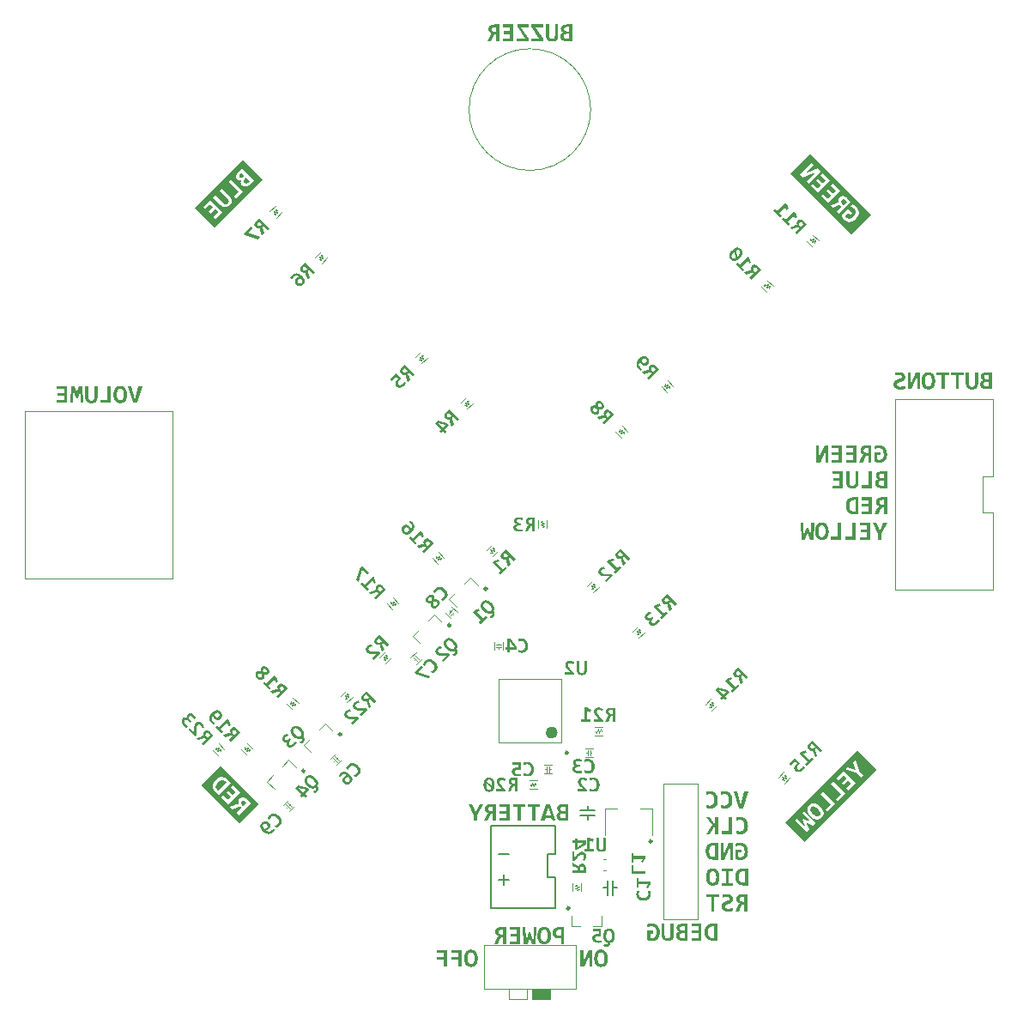
<source format=gbr>
%TF.GenerationSoftware,Altium Limited,Altium Designer,20.1.8 (145)*%
G04 Layer_Color=15790320*
%FSLAX45Y45*%
%MOMM*%
%TF.SameCoordinates,71AC3D83-D9DD-4B8C-8FBF-A9C29C1C1930*%
%TF.FilePolarity,Positive*%
%TF.FileFunction,Legend,Bot*%
%TF.Part,Single*%
G01*
G75*
%TA.AperFunction,NonConductor*%
%ADD44C,0.25000*%
%ADD45C,0.10160*%
%ADD46C,0.60000*%
%ADD47C,0.15240*%
%ADD48C,0.20320*%
%ADD49R,1.77800X1.01600*%
G36*
X2945554Y320215D02*
X2917052D01*
Y371574D01*
Y440430D01*
X2908022Y418983D01*
X2863718Y320215D01*
X2825339D01*
Y486145D01*
X2853841D01*
Y440147D01*
Y367059D01*
X2862025Y386248D01*
X2907176Y486145D01*
X2945554D01*
Y320215D01*
D02*
G37*
G36*
X3450117Y488685D02*
X3456607Y488120D01*
X3462251Y486992D01*
X3467331Y485863D01*
X3471564Y484734D01*
X3473257Y484170D01*
X3474668Y483605D01*
X3476079Y483323D01*
X3476925Y483041D01*
X3477207Y482759D01*
X3477490D01*
X3482851Y480219D01*
X3487649Y477679D01*
X3492164Y474857D01*
X3495832Y472035D01*
X3498654Y469496D01*
X3500912Y467520D01*
X3502323Y466109D01*
X3502887Y465545D01*
X3506556Y461030D01*
X3509660Y456515D01*
X3512199Y451717D01*
X3514457Y447484D01*
X3516150Y443534D01*
X3517279Y440712D01*
X3517843Y439583D01*
X3518126Y438736D01*
X3518408Y438172D01*
Y437890D01*
X3520101Y431682D01*
X3521512Y425191D01*
X3522358Y418983D01*
X3523205Y413057D01*
X3523487Y408260D01*
Y406002D01*
X3523769Y404309D01*
Y402616D01*
Y401487D01*
Y400922D01*
Y400640D01*
X3523487Y393303D01*
X3522923Y386531D01*
X3522076Y380322D01*
X3521230Y374961D01*
X3520383Y370728D01*
X3519819Y368752D01*
X3519537Y367341D01*
X3519254Y366213D01*
X3518972Y365366D01*
X3518690Y364802D01*
Y364519D01*
X3516715Y358876D01*
X3514175Y353796D01*
X3511917Y349281D01*
X3509378Y345612D01*
X3507402Y342508D01*
X3505709Y340251D01*
X3504298Y338840D01*
X3504016Y338275D01*
X3500347Y334607D01*
X3496397Y331503D01*
X3492446Y328681D01*
X3488777Y326423D01*
X3485391Y324730D01*
X3482851Y323601D01*
X3481158Y322755D01*
X3480876Y322473D01*
X3480594D01*
X3475232Y320779D01*
X3469870Y319651D01*
X3464791Y318522D01*
X3459994Y317957D01*
X3455761Y317675D01*
X3454068D01*
X3452374Y317393D01*
X3444191D01*
X3439111Y317675D01*
X3434596Y318240D01*
X3430363Y318804D01*
X3427259Y319086D01*
X3424719Y319651D01*
X3423026Y319933D01*
X3422462D01*
X3417947Y320779D01*
X3413432Y322190D01*
X3409481Y323319D01*
X3405812Y324730D01*
X3402708Y325859D01*
X3400451Y326705D01*
X3399040Y327270D01*
X3398475Y327552D01*
Y416161D01*
X3457454D01*
Y390481D01*
X3429234D01*
Y347870D01*
X3430645Y347588D01*
X3431774Y347023D01*
X3432621Y346741D01*
X3432903D01*
X3434314Y346459D01*
X3435443Y346177D01*
X3436289Y345895D01*
X3436571D01*
X3437982Y345612D01*
X3439393D01*
X3440522Y345330D01*
X3445884D01*
X3450117Y345612D01*
X3454350Y345895D01*
X3457736Y346459D01*
X3460840Y347306D01*
X3463098Y347870D01*
X3465073Y348434D01*
X3466202Y348717D01*
X3466484Y348999D01*
X3469588Y350692D01*
X3472128Y352385D01*
X3474668Y354360D01*
X3476643Y356054D01*
X3478054Y357747D01*
X3479465Y359158D01*
X3480029Y360004D01*
X3480312Y360287D01*
X3483698Y366213D01*
X3485109Y369317D01*
X3486238Y372139D01*
X3487084Y374678D01*
X3487649Y376654D01*
X3488213Y377783D01*
Y378347D01*
X3489624Y386531D01*
X3489906Y390764D01*
X3490188Y394432D01*
X3490471Y397536D01*
Y400076D01*
Y401769D01*
Y402051D01*
Y402333D01*
X3490188Y407413D01*
X3489906Y411928D01*
X3489342Y416161D01*
X3488777Y419829D01*
X3488213Y422651D01*
X3487931Y424909D01*
X3487366Y426320D01*
Y426884D01*
X3485955Y430835D01*
X3484544Y434504D01*
X3483133Y437608D01*
X3481723Y440147D01*
X3480312Y442405D01*
X3479183Y443816D01*
X3478618Y444945D01*
X3478336Y445227D01*
X3476079Y448049D01*
X3473539Y450306D01*
X3470999Y452282D01*
X3468742Y453975D01*
X3466484Y455104D01*
X3464791Y455950D01*
X3463662Y456515D01*
X3463380Y456797D01*
X3459994Y458208D01*
X3456325Y459337D01*
X3452939Y459901D01*
X3449552Y460465D01*
X3447013Y460748D01*
X3444755Y461030D01*
X3438547D01*
X3434314Y460465D01*
X3430363Y460183D01*
X3426977Y459619D01*
X3424155Y459054D01*
X3421897Y458490D01*
X3420486Y458208D01*
X3419922Y457926D01*
X3415689Y456797D01*
X3412021Y455668D01*
X3408352Y454539D01*
X3405248Y453411D01*
X3402708Y452282D01*
X3400733Y451717D01*
X3399604Y451153D01*
X3399040Y450871D01*
Y481630D01*
X3407223Y483605D01*
X3410892Y484734D01*
X3414278Y485298D01*
X3417100Y485863D01*
X3419075Y486427D01*
X3420486Y486709D01*
X3421051D01*
X3428952Y488120D01*
X3432621Y488403D01*
X3436007Y488685D01*
X3438829Y488967D01*
X3443062D01*
X3450117Y488685D01*
D02*
G37*
G36*
X3370256Y320215D02*
X3338932D01*
Y389070D01*
X3333006D01*
X3330184Y388788D01*
X3327362Y388506D01*
X3325105Y387942D01*
X3323129Y387095D01*
X3321436Y386248D01*
X3320308Y385684D01*
X3319461Y385402D01*
X3319179Y385120D01*
X3317203Y383426D01*
X3315228Y381733D01*
X3312406Y377783D01*
X3311560Y376089D01*
X3310713Y374678D01*
X3310149Y373832D01*
Y373550D01*
X3286726Y320215D01*
X3250041D01*
X3276567Y375807D01*
X3278543Y379476D01*
X3280236Y382862D01*
X3281929Y385684D01*
X3283622Y387942D01*
X3284751Y389917D01*
X3285880Y391046D01*
X3286444Y391892D01*
X3286726Y392174D01*
X3288702Y394150D01*
X3290677Y395561D01*
X3292653Y396690D01*
X3294346Y397818D01*
X3295757Y398383D01*
X3296885Y398665D01*
X3297732Y398947D01*
X3298014D01*
X3292370Y400358D01*
X3289831Y400922D01*
X3287573Y401769D01*
X3285880Y402333D01*
X3284469Y402898D01*
X3283622Y403462D01*
X3283340D01*
X3278543Y406002D01*
X3276567Y407413D01*
X3274874Y408824D01*
X3273746Y409953D01*
X3272617Y410799D01*
X3272052Y411364D01*
X3271770Y411646D01*
X3268666Y415879D01*
X3266409Y419829D01*
X3265562Y421523D01*
X3264998Y422934D01*
X3264433Y423780D01*
Y424062D01*
X3262740Y429424D01*
X3262176Y432246D01*
X3261893Y434786D01*
X3261611Y437043D01*
Y438736D01*
Y439865D01*
Y440147D01*
X3261893Y444663D01*
X3262176Y448895D01*
X3263022Y452564D01*
X3263869Y455668D01*
X3264715Y458208D01*
X3265280Y459901D01*
X3265844Y461312D01*
X3266126Y461594D01*
X3267819Y464698D01*
X3269795Y467520D01*
X3271770Y469778D01*
X3273746Y472035D01*
X3275439Y473446D01*
X3276850Y474857D01*
X3277978Y475422D01*
X3278261Y475704D01*
X3281365Y477679D01*
X3284469Y479372D01*
X3287573Y480783D01*
X3290677Y481912D01*
X3293217Y482477D01*
X3295192Y483041D01*
X3296603Y483605D01*
X3297168D01*
X3305916Y485016D01*
X3309866Y485581D01*
X3313817Y485863D01*
X3317203Y486145D01*
X3370256D01*
Y320215D01*
D02*
G37*
G36*
X3220129D02*
X3120232D01*
Y346741D01*
X3188241D01*
Y392739D01*
X3123336D01*
Y418419D01*
X3188241D01*
Y459619D01*
X3120232D01*
Y486145D01*
X3220129D01*
Y320215D01*
D02*
G37*
G36*
X3077056D02*
X2977160D01*
Y346741D01*
X3045168D01*
Y392739D01*
X2980264D01*
Y418419D01*
X3045168D01*
Y459619D01*
X2977160D01*
Y486145D01*
X3077056D01*
Y320215D01*
D02*
G37*
G36*
X-675765Y-4654411D02*
X-707653D01*
Y-4586403D01*
X-770300D01*
Y-4560723D01*
X-707653D01*
Y-4515007D01*
X-773968D01*
Y-4488481D01*
X-675765D01*
Y-4654411D01*
D02*
G37*
G36*
X-818837D02*
X-850725D01*
Y-4586403D01*
X-913372D01*
Y-4560723D01*
X-850725D01*
Y-4515007D01*
X-917041D01*
Y-4488481D01*
X-818837D01*
Y-4654411D01*
D02*
G37*
G36*
X-576715Y-4485941D02*
X-571635Y-4486506D01*
X-567120Y-4487352D01*
X-563169Y-4488199D01*
X-560065Y-4489046D01*
X-557525Y-4489892D01*
X-555832Y-4490457D01*
X-555550Y-4490739D01*
X-555268D01*
X-550753Y-4492996D01*
X-546520Y-4495254D01*
X-542851Y-4498076D01*
X-539747Y-4500616D01*
X-537207Y-4502873D01*
X-535232Y-4504848D01*
X-534103Y-4505977D01*
X-533539Y-4506542D01*
X-530435Y-4510775D01*
X-527613Y-4515007D01*
X-525073Y-4519523D01*
X-523098Y-4523755D01*
X-521405Y-4527706D01*
X-520276Y-4530528D01*
X-519711Y-4531657D01*
X-519429Y-4532504D01*
X-519147Y-4533068D01*
Y-4533350D01*
X-517454Y-4539841D01*
X-516325Y-4546331D01*
X-515196Y-4552821D01*
X-514632Y-4559030D01*
X-514350Y-4564391D01*
Y-4566649D01*
X-514068Y-4568624D01*
Y-4570035D01*
Y-4571164D01*
Y-4572011D01*
Y-4572293D01*
X-514350Y-4579912D01*
X-514914Y-4586967D01*
X-515479Y-4593457D01*
X-516607Y-4599666D01*
X-517736Y-4605310D01*
X-519147Y-4610389D01*
X-520840Y-4615186D01*
X-522251Y-4619419D01*
X-523662Y-4623088D01*
X-525355Y-4626474D01*
X-526766Y-4629296D01*
X-527895Y-4631554D01*
X-529024Y-4633247D01*
X-529870Y-4634376D01*
X-530153Y-4635222D01*
X-530435Y-4635504D01*
X-533821Y-4639455D01*
X-537207Y-4642559D01*
X-541158Y-4645663D01*
X-545109Y-4647921D01*
X-549342Y-4650178D01*
X-553293Y-4651872D01*
X-557525Y-4653283D01*
X-561476Y-4654411D01*
X-565145Y-4655540D01*
X-568531Y-4656104D01*
X-571635Y-4656669D01*
X-574457Y-4656951D01*
X-576715D01*
X-578408Y-4657233D01*
X-579819D01*
X-584898Y-4656951D01*
X-589978Y-4656387D01*
X-594493Y-4655822D01*
X-598444Y-4654694D01*
X-601548Y-4653847D01*
X-604087Y-4653283D01*
X-605781Y-4652718D01*
X-606345Y-4652436D01*
X-610860Y-4650178D01*
X-614811Y-4647921D01*
X-618479Y-4645381D01*
X-621866Y-4642841D01*
X-624405Y-4640584D01*
X-626099Y-4638608D01*
X-627510Y-4637480D01*
X-627792Y-4636915D01*
X-631178Y-4632682D01*
X-634000Y-4628167D01*
X-636540Y-4623652D01*
X-638515Y-4619419D01*
X-640208Y-4615469D01*
X-641619Y-4612647D01*
X-641901Y-4611518D01*
X-642184Y-4610671D01*
X-642466Y-4610107D01*
Y-4609825D01*
X-644159Y-4603334D01*
X-645570Y-4596844D01*
X-646417Y-4590353D01*
X-647263Y-4584145D01*
X-647545Y-4578783D01*
Y-4576526D01*
X-647828Y-4574550D01*
Y-4573139D01*
Y-4572011D01*
Y-4571164D01*
Y-4570882D01*
X-647545Y-4563263D01*
X-646981Y-4556208D01*
X-646417Y-4549435D01*
X-645288Y-4543227D01*
X-643877Y-4537583D01*
X-642466Y-4532504D01*
X-641055Y-4527706D01*
X-639644Y-4523473D01*
X-637951Y-4519805D01*
X-636540Y-4516418D01*
X-635129Y-4513597D01*
X-633718Y-4511339D01*
X-632589Y-4509646D01*
X-632025Y-4508517D01*
X-631460Y-4507670D01*
X-631178Y-4507388D01*
X-627792Y-4503438D01*
X-624405Y-4500333D01*
X-620455Y-4497229D01*
X-616504Y-4494690D01*
X-612271Y-4492714D01*
X-608320Y-4491021D01*
X-604087Y-4489610D01*
X-600137Y-4488481D01*
X-596468Y-4487352D01*
X-593082Y-4486788D01*
X-589978Y-4486224D01*
X-587156Y-4485941D01*
X-584898Y-4485659D01*
X-581794D01*
X-576715Y-4485941D01*
D02*
G37*
G36*
X2002895Y-3599153D02*
X1974394D01*
Y-3547794D01*
Y-3478939D01*
X1965363Y-3500385D01*
X1921059Y-3599153D01*
X1882681D01*
Y-3433223D01*
X1911182D01*
Y-3479221D01*
Y-3552309D01*
X1919366Y-3533120D01*
X1964517Y-3433223D01*
X2002895D01*
Y-3599153D01*
D02*
G37*
G36*
X2078241Y-3430684D02*
X2084731Y-3431248D01*
X2090375Y-3432377D01*
X2095455Y-3433505D01*
X2099688Y-3434634D01*
X2101381Y-3435199D01*
X2102792Y-3435763D01*
X2104203Y-3436045D01*
X2105049Y-3436327D01*
X2105332Y-3436610D01*
X2105614D01*
X2110975Y-3439149D01*
X2115773Y-3441689D01*
X2120288Y-3444511D01*
X2123956Y-3447333D01*
X2126778Y-3449873D01*
X2129036Y-3451848D01*
X2130447Y-3453259D01*
X2131011Y-3453823D01*
X2134680Y-3458339D01*
X2137784Y-3462854D01*
X2140324Y-3467651D01*
X2142581Y-3471884D01*
X2144274Y-3475835D01*
X2145403Y-3478656D01*
X2145968Y-3479785D01*
X2146250Y-3480632D01*
X2146532Y-3481196D01*
Y-3481478D01*
X2148225Y-3487687D01*
X2149636Y-3494177D01*
X2150483Y-3500385D01*
X2151329Y-3506312D01*
X2151611Y-3511109D01*
Y-3513366D01*
X2151894Y-3515060D01*
Y-3516753D01*
Y-3517881D01*
Y-3518446D01*
Y-3518728D01*
X2151611Y-3526065D01*
X2151047Y-3532838D01*
X2150200Y-3539046D01*
X2149354Y-3544408D01*
X2148507Y-3548641D01*
X2147943Y-3550616D01*
X2147661Y-3552027D01*
X2147378Y-3553156D01*
X2147096Y-3554002D01*
X2146814Y-3554567D01*
Y-3554849D01*
X2144839Y-3560493D01*
X2142299Y-3565572D01*
X2140041Y-3570087D01*
X2137502Y-3573756D01*
X2135526Y-3576860D01*
X2133833Y-3579118D01*
X2132422Y-3580529D01*
X2132140Y-3581093D01*
X2128471Y-3584761D01*
X2124521Y-3587866D01*
X2120570Y-3590688D01*
X2116902Y-3592945D01*
X2113515Y-3594638D01*
X2110975Y-3595767D01*
X2109282Y-3596614D01*
X2109000Y-3596896D01*
X2108718D01*
X2103356Y-3598589D01*
X2097995Y-3599718D01*
X2092915Y-3600846D01*
X2088118Y-3601411D01*
X2083885Y-3601693D01*
X2082192D01*
X2080499Y-3601975D01*
X2072315D01*
X2067235Y-3601693D01*
X2062720Y-3601129D01*
X2058487Y-3600564D01*
X2055383Y-3600282D01*
X2052843Y-3599718D01*
X2051150Y-3599436D01*
X2050586D01*
X2046071Y-3598589D01*
X2041556Y-3597178D01*
X2037605Y-3596049D01*
X2033936Y-3594638D01*
X2030832Y-3593509D01*
X2028575Y-3592663D01*
X2027164Y-3592098D01*
X2026599Y-3591816D01*
Y-3503207D01*
X2085578D01*
Y-3528887D01*
X2057359D01*
Y-3571498D01*
X2058770Y-3571781D01*
X2059898Y-3572345D01*
X2060745Y-3572627D01*
X2061027D01*
X2062438Y-3572909D01*
X2063567Y-3573191D01*
X2064413Y-3573474D01*
X2064696D01*
X2066107Y-3573756D01*
X2067518D01*
X2068646Y-3574038D01*
X2074008D01*
X2078241Y-3573756D01*
X2082474Y-3573474D01*
X2085860Y-3572909D01*
X2088964Y-3572063D01*
X2091222Y-3571498D01*
X2093197Y-3570934D01*
X2094326Y-3570652D01*
X2094608Y-3570370D01*
X2097712Y-3568676D01*
X2100252Y-3566983D01*
X2102792Y-3565008D01*
X2104767Y-3563315D01*
X2106178Y-3561622D01*
X2107589Y-3560211D01*
X2108154Y-3559364D01*
X2108436Y-3559082D01*
X2111822Y-3553156D01*
X2113233Y-3550052D01*
X2114362Y-3547230D01*
X2115208Y-3544690D01*
X2115773Y-3542715D01*
X2116337Y-3541586D01*
Y-3541021D01*
X2117748Y-3532838D01*
X2118030Y-3528605D01*
X2118313Y-3524936D01*
X2118595Y-3521832D01*
Y-3519292D01*
Y-3517599D01*
Y-3517317D01*
Y-3517035D01*
X2118313Y-3511955D01*
X2118030Y-3507440D01*
X2117466Y-3503207D01*
X2116902Y-3499539D01*
X2116337Y-3496717D01*
X2116055Y-3494459D01*
X2115491Y-3493048D01*
Y-3492484D01*
X2114080Y-3488533D01*
X2112669Y-3484865D01*
X2111258Y-3481761D01*
X2109847Y-3479221D01*
X2108436Y-3476963D01*
X2107307Y-3475552D01*
X2106743Y-3474424D01*
X2106460Y-3474141D01*
X2104203Y-3471319D01*
X2101663Y-3469062D01*
X2099123Y-3467087D01*
X2096866Y-3465393D01*
X2094608Y-3464265D01*
X2092915Y-3463418D01*
X2091786Y-3462854D01*
X2091504Y-3462571D01*
X2088118Y-3461160D01*
X2084449Y-3460032D01*
X2081063Y-3459467D01*
X2077677Y-3458903D01*
X2075137Y-3458621D01*
X2072879Y-3458339D01*
X2066671D01*
X2062438Y-3458903D01*
X2058487Y-3459185D01*
X2055101Y-3459749D01*
X2052279Y-3460314D01*
X2050022Y-3460878D01*
X2048611Y-3461160D01*
X2048046Y-3461443D01*
X2043813Y-3462571D01*
X2040145Y-3463700D01*
X2036476Y-3464829D01*
X2033372Y-3465958D01*
X2030832Y-3467087D01*
X2028857Y-3467651D01*
X2027728Y-3468215D01*
X2027164Y-3468498D01*
Y-3437738D01*
X2035347Y-3435763D01*
X2039016Y-3434634D01*
X2042402Y-3434070D01*
X2045224Y-3433505D01*
X2047200Y-3432941D01*
X2048611Y-3432659D01*
X2049175D01*
X2057076Y-3431248D01*
X2060745Y-3430966D01*
X2064131Y-3430684D01*
X2066953Y-3430401D01*
X2071186D01*
X2078241Y-3430684D01*
D02*
G37*
G36*
X1860669Y-3599153D02*
X1818622D01*
X1810721Y-3598871D01*
X1803384Y-3598307D01*
X1797176Y-3597178D01*
X1791532Y-3596049D01*
X1789274Y-3595767D01*
X1787017Y-3595203D01*
X1785324Y-3594638D01*
X1783913Y-3594074D01*
X1782784Y-3593792D01*
X1781655Y-3593509D01*
X1781373Y-3593227D01*
X1781091D01*
X1775447Y-3590688D01*
X1770367Y-3588148D01*
X1765852Y-3585326D01*
X1762184Y-3582504D01*
X1759080Y-3579964D01*
X1756822Y-3577989D01*
X1755693Y-3576860D01*
X1755129Y-3576296D01*
X1751460Y-3571781D01*
X1748356Y-3567265D01*
X1745816Y-3562750D01*
X1743841Y-3558517D01*
X1742148Y-3554849D01*
X1741019Y-3551745D01*
X1740737Y-3550616D01*
X1740455Y-3549769D01*
X1740173Y-3549487D01*
Y-3549205D01*
X1738479Y-3543279D01*
X1737351Y-3537071D01*
X1736504Y-3531145D01*
X1735940Y-3525783D01*
X1735657Y-3520986D01*
X1735375Y-3519010D01*
Y-3517317D01*
Y-3516188D01*
Y-3515060D01*
Y-3514495D01*
Y-3514213D01*
X1735657Y-3506594D01*
X1736222Y-3499539D01*
X1736786Y-3493331D01*
X1737633Y-3487969D01*
X1738762Y-3483736D01*
X1739044Y-3482043D01*
X1739326Y-3480632D01*
X1739608Y-3479221D01*
X1739890Y-3478374D01*
X1740173Y-3478092D01*
Y-3477810D01*
X1742148Y-3472448D01*
X1744405Y-3467369D01*
X1746945Y-3463136D01*
X1749203Y-3459467D01*
X1751178Y-3456645D01*
X1752871Y-3454388D01*
X1754000Y-3453259D01*
X1754564Y-3452695D01*
X1758233Y-3449308D01*
X1762466Y-3446204D01*
X1766417Y-3443664D01*
X1770085Y-3441689D01*
X1773471Y-3439996D01*
X1776011Y-3438867D01*
X1777987Y-3438303D01*
X1778269Y-3438021D01*
X1778551D01*
X1783913Y-3436327D01*
X1789556Y-3435199D01*
X1795200Y-3434352D01*
X1800280Y-3433788D01*
X1804795Y-3433505D01*
X1806770Y-3433223D01*
X1860669D01*
Y-3599153D01*
D02*
G37*
G36*
X3242986Y122089D02*
X3242704Y117292D01*
X3242422Y112495D01*
X3241858Y108262D01*
X3241293Y104876D01*
X3240729Y101771D01*
X3240447Y99514D01*
X3239882Y98103D01*
Y97539D01*
X3238471Y93588D01*
X3237060Y89919D01*
X3235367Y86815D01*
X3233674Y83993D01*
X3231981Y82018D01*
X3230852Y80325D01*
X3230005Y79196D01*
X3229723Y78914D01*
X3226901Y76374D01*
X3223797Y73834D01*
X3220693Y71859D01*
X3217589Y70166D01*
X3215049Y69037D01*
X3213074Y68190D01*
X3211663Y67626D01*
X3211098Y67344D01*
X3206583Y65933D01*
X3202068Y65086D01*
X3197271Y64240D01*
X3193038Y63957D01*
X3189370Y63675D01*
X3186265Y63393D01*
X3183726D01*
X3178364Y63675D01*
X3173567Y63957D01*
X3169334Y64522D01*
X3165383Y65368D01*
X3162279Y66215D01*
X3160021Y66779D01*
X3158610Y67062D01*
X3158046Y67344D01*
X3153813Y69037D01*
X3150145Y71012D01*
X3146758Y72705D01*
X3143936Y74681D01*
X3141679Y76374D01*
X3139986Y77785D01*
X3138857Y78914D01*
X3138575Y79196D01*
X3135753Y82300D01*
X3133213Y85686D01*
X3131238Y89073D01*
X3129544Y92177D01*
X3128133Y94999D01*
X3127287Y97256D01*
X3126722Y98667D01*
X3126440Y99232D01*
X3125029Y104029D01*
X3123901Y108826D01*
X3123054Y113341D01*
X3122490Y117857D01*
X3122207Y121525D01*
X3121925Y124629D01*
Y125758D01*
Y126605D01*
Y126887D01*
Y127169D01*
Y232145D01*
X3153249D01*
Y125194D01*
Y121525D01*
X3153531Y118421D01*
X3153813Y115599D01*
X3154095Y113059D01*
X3154660Y111084D01*
X3154942Y109391D01*
X3155224Y108544D01*
Y108262D01*
X3156635Y103747D01*
X3157764Y101771D01*
X3158610Y100078D01*
X3159457Y98667D01*
X3160021Y97821D01*
X3160304Y97256D01*
X3160586Y96974D01*
X3163408Y94152D01*
X3166230Y92177D01*
X3167358Y91612D01*
X3168487Y91048D01*
X3169052Y90766D01*
X3169334D01*
X3173567Y89919D01*
X3178082Y89355D01*
X3179775Y89073D01*
X3185419D01*
X3188241Y89355D01*
X3190498Y89919D01*
X3192474Y90201D01*
X3193885Y90766D01*
X3195296Y91048D01*
X3195860Y91330D01*
X3196142D01*
X3199811Y93306D01*
X3202633Y95563D01*
X3203761Y96692D01*
X3204608Y97256D01*
X3204890Y97821D01*
X3205172Y98103D01*
X3207430Y101771D01*
X3209123Y105440D01*
X3209688Y106851D01*
X3209970Y107980D01*
X3210252Y108826D01*
Y109108D01*
X3211098Y114188D01*
X3211381Y116728D01*
Y118985D01*
X3211663Y120961D01*
Y122372D01*
Y123500D01*
Y123783D01*
Y232145D01*
X3242986D01*
Y122089D01*
D02*
G37*
G36*
X3523769Y66215D02*
X3473257D01*
X3467331Y66497D01*
X3461969Y66779D01*
X3456889Y67344D01*
X3452092Y68190D01*
X3447577Y69037D01*
X3443626Y70166D01*
X3439958Y71294D01*
X3436571Y72705D01*
X3433750Y73834D01*
X3431210Y74963D01*
X3428952Y76092D01*
X3427259Y76938D01*
X3425848Y77785D01*
X3425002Y78349D01*
X3424437Y78914D01*
X3424155D01*
X3421051Y81453D01*
X3418511Y84275D01*
X3416254Y87097D01*
X3414278Y90201D01*
X3412585Y93306D01*
X3411174Y96692D01*
X3409199Y102618D01*
X3407788Y108262D01*
X3407506Y110802D01*
X3407223Y112777D01*
X3406941Y114470D01*
Y115881D01*
Y116728D01*
Y117010D01*
X3407223Y122654D01*
X3407788Y124911D01*
X3408070Y127169D01*
X3408634Y128862D01*
X3409199Y130273D01*
X3409481Y131120D01*
Y131402D01*
X3411738Y135917D01*
X3412867Y137892D01*
X3413714Y139585D01*
X3414843Y140714D01*
X3415407Y141843D01*
X3415971Y142407D01*
X3416254Y142690D01*
X3419640Y145794D01*
X3422744Y148333D01*
X3424155Y149180D01*
X3425284Y149744D01*
X3425848Y150309D01*
X3426130D01*
X3430363Y152284D01*
X3434032Y153695D01*
X3435725Y153977D01*
X3436854Y154260D01*
X3437700Y154542D01*
X3437982D01*
X3433750Y156235D01*
X3431774Y157081D01*
X3430363Y158210D01*
X3428952Y159057D01*
X3428106Y159621D01*
X3427541Y159903D01*
X3427259Y160186D01*
X3424155Y163290D01*
X3421615Y166112D01*
X3420769Y167523D01*
X3420204Y168369D01*
X3419640Y168934D01*
Y169216D01*
X3417664Y173167D01*
X3416254Y176553D01*
X3415689Y177964D01*
X3415407Y179093D01*
X3415125Y179657D01*
Y179939D01*
X3413996Y184454D01*
X3413714Y188123D01*
X3413432Y189816D01*
Y190945D01*
Y191791D01*
Y192074D01*
X3413714Y195742D01*
X3413996Y199128D01*
X3415689Y205337D01*
X3417947Y210416D01*
X3420486Y214649D01*
X3423308Y217753D01*
X3425566Y220011D01*
X3427259Y221422D01*
X3427541Y221986D01*
X3427823D01*
X3430645Y223679D01*
X3433750Y225372D01*
X3440240Y227912D01*
X3447295Y229605D01*
X3454350Y231016D01*
X3457454Y231298D01*
X3460558Y231581D01*
X3463098Y231863D01*
X3465637D01*
X3467331Y232145D01*
X3523769D01*
Y66215D01*
D02*
G37*
G36*
X3371949D02*
X3270077D01*
Y93023D01*
X3340061D01*
Y232145D01*
X3371949D01*
Y66215D01*
D02*
G37*
G36*
X3087498D02*
X2987601D01*
Y92741D01*
X3055610D01*
Y138739D01*
X2990705D01*
Y164419D01*
X3055610D01*
Y205619D01*
X2987601D01*
Y232145D01*
X3087498D01*
Y66215D01*
D02*
G37*
G36*
X2146250Y-4107153D02*
X2114926D01*
Y-4038298D01*
X2109000D01*
X2106178Y-4038580D01*
X2103356Y-4038862D01*
X2101099Y-4039427D01*
X2099123Y-4040273D01*
X2097430Y-4041120D01*
X2096301Y-4041684D01*
X2095455Y-4041967D01*
X2095173Y-4042249D01*
X2093197Y-4043942D01*
X2091222Y-4045635D01*
X2088400Y-4049586D01*
X2087553Y-4051279D01*
X2086707Y-4052690D01*
X2086142Y-4053536D01*
Y-4053819D01*
X2062720Y-4107153D01*
X2026035D01*
X2052561Y-4051561D01*
X2054537Y-4047893D01*
X2056230Y-4044506D01*
X2057923Y-4041684D01*
X2059616Y-4039427D01*
X2060745Y-4037451D01*
X2061874Y-4036323D01*
X2062438Y-4035476D01*
X2062720Y-4035194D01*
X2064696Y-4033219D01*
X2066671Y-4031808D01*
X2068646Y-4030679D01*
X2070340Y-4029550D01*
X2071750Y-4028986D01*
X2072879Y-4028703D01*
X2073726Y-4028421D01*
X2074008D01*
X2068364Y-4027010D01*
X2065824Y-4026446D01*
X2063567Y-4025599D01*
X2061874Y-4025035D01*
X2060463Y-4024470D01*
X2059616Y-4023906D01*
X2059334D01*
X2054537Y-4021366D01*
X2052561Y-4019955D01*
X2050868Y-4018544D01*
X2049739Y-4017416D01*
X2048611Y-4016569D01*
X2048046Y-4016005D01*
X2047764Y-4015722D01*
X2044660Y-4011490D01*
X2042402Y-4007539D01*
X2041556Y-4005846D01*
X2040991Y-4004435D01*
X2040427Y-4003588D01*
Y-4003306D01*
X2038734Y-3997944D01*
X2038169Y-3995122D01*
X2037887Y-3992583D01*
X2037605Y-3990325D01*
Y-3988632D01*
Y-3987503D01*
Y-3987221D01*
X2037887Y-3982706D01*
X2038169Y-3978473D01*
X2039016Y-3974804D01*
X2039863Y-3971700D01*
X2040709Y-3969160D01*
X2041274Y-3967467D01*
X2041838Y-3966056D01*
X2042120Y-3965774D01*
X2043813Y-3962670D01*
X2045789Y-3959848D01*
X2047764Y-3957591D01*
X2049739Y-3955333D01*
X2051433Y-3953922D01*
X2052843Y-3952511D01*
X2053972Y-3951947D01*
X2054254Y-3951664D01*
X2057359Y-3949689D01*
X2060463Y-3947996D01*
X2063567Y-3946585D01*
X2066671Y-3945456D01*
X2069211Y-3944892D01*
X2071186Y-3944327D01*
X2072597Y-3943763D01*
X2073161D01*
X2081909Y-3942352D01*
X2085860Y-3941788D01*
X2089811Y-3941505D01*
X2093197Y-3941223D01*
X2146250D01*
Y-4107153D01*
D02*
G37*
G36*
X1866313Y-3967185D02*
X1820880D01*
Y-4107153D01*
X1788992D01*
Y-3967185D01*
X1743559D01*
Y-3941223D01*
X1866313D01*
Y-3967185D01*
D02*
G37*
G36*
X1948432Y-3938684D02*
X1953793Y-3938966D01*
X1958873Y-3939530D01*
X1963106Y-3940377D01*
X1966492Y-3941223D01*
X1969032Y-3941788D01*
X1970725Y-3942070D01*
X1971007Y-3942352D01*
X1971289D01*
X1975522Y-3944045D01*
X1979191Y-3945738D01*
X1982577Y-3947432D01*
X1985399Y-3949125D01*
X1987657Y-3950536D01*
X1989350Y-3951664D01*
X1990479Y-3952511D01*
X1990761Y-3952793D01*
X1993301Y-3955333D01*
X1995840Y-3957873D01*
X1997533Y-3960412D01*
X1999227Y-3962952D01*
X2000355Y-3964928D01*
X2001484Y-3966621D01*
X2001766Y-3967749D01*
X2002049Y-3968032D01*
X2003177Y-3971418D01*
X2004024Y-3974522D01*
X2004588Y-3977626D01*
X2004871Y-3980730D01*
X2005153Y-3982988D01*
X2005435Y-3984963D01*
Y-3986092D01*
Y-3986656D01*
X2005153Y-3990607D01*
X2004871Y-3993994D01*
X2004306Y-3997098D01*
X2003742Y-3999920D01*
X2003177Y-4001895D01*
X2002613Y-4003588D01*
X2002049Y-4004717D01*
Y-4004999D01*
X1999227Y-4010079D01*
X1997816Y-4012336D01*
X1996122Y-4014312D01*
X1994994Y-4015722D01*
X1993865Y-4016851D01*
X1993301Y-4017698D01*
X1993018Y-4017980D01*
X1988503Y-4021649D01*
X1984270Y-4024470D01*
X1982295Y-4025599D01*
X1980884Y-4026446D01*
X1980037Y-4026728D01*
X1979755Y-4027010D01*
X1974394Y-4029550D01*
X1971854Y-4030679D01*
X1969596Y-4031808D01*
X1967903Y-4032654D01*
X1966210Y-4033219D01*
X1965363Y-4033501D01*
X1965081Y-4033783D01*
X1959437Y-4035758D01*
X1956898Y-4036605D01*
X1954640Y-4037451D01*
X1952947Y-4038298D01*
X1951254Y-4038580D01*
X1950407Y-4039145D01*
X1950125D01*
X1945045Y-4041120D01*
X1942788Y-4041967D01*
X1940812Y-4042813D01*
X1939402Y-4043660D01*
X1937991Y-4044224D01*
X1937426Y-4044506D01*
X1937144Y-4044788D01*
X1933193Y-4047328D01*
X1930371Y-4049586D01*
X1929243Y-4050715D01*
X1928396Y-4051279D01*
X1928114Y-4051843D01*
X1927832Y-4052125D01*
X1926703Y-4053819D01*
X1925574Y-4055230D01*
X1924727Y-4058616D01*
X1924445Y-4060027D01*
X1924163Y-4061156D01*
Y-4062002D01*
Y-4062284D01*
X1924445Y-4065389D01*
X1925010Y-4067928D01*
X1925856Y-4069904D01*
X1926138Y-4070186D01*
Y-4070468D01*
X1927832Y-4073008D01*
X1929525Y-4074983D01*
X1931218Y-4076394D01*
X1931500Y-4076959D01*
X1931782D01*
X1934886Y-4078652D01*
X1938273Y-4079781D01*
X1939684Y-4080345D01*
X1940812Y-4080627D01*
X1941659Y-4080909D01*
X1941941D01*
X1947021Y-4081756D01*
X1949560Y-4082038D01*
X1951818D01*
X1954076Y-4082320D01*
X1961695D01*
X1965646Y-4082038D01*
X1967339D01*
X1968467Y-4081756D01*
X1969596D01*
X1974111Y-4080909D01*
X1976369Y-4080627D01*
X1978344Y-4080345D01*
X1980037Y-4080063D01*
X1981166Y-4079781D01*
X1982013Y-4079498D01*
X1982295D01*
X1987092Y-4078370D01*
X1989350Y-4077805D01*
X1991325Y-4077523D01*
X1992736Y-4076959D01*
X1994147Y-4076676D01*
X1994994Y-4076394D01*
X1995276D01*
X1999791Y-4074983D01*
X2001766Y-4074419D01*
X2003460Y-4073854D01*
X2004871Y-4073290D01*
X2005999Y-4072726D01*
X2006846Y-4072443D01*
X2007128D01*
Y-4103203D01*
X1998380Y-4105460D01*
X1994429Y-4106307D01*
X1990761Y-4107153D01*
X1987657Y-4107718D01*
X1985117Y-4108000D01*
X1983706Y-4108282D01*
X1983142D01*
X1973829Y-4109129D01*
X1969596Y-4109693D01*
X1965646D01*
X1962541Y-4109975D01*
X1957744D01*
X1952382Y-4109693D01*
X1947303Y-4109411D01*
X1942788Y-4108846D01*
X1938555Y-4108282D01*
X1935451Y-4107718D01*
X1932911Y-4107436D01*
X1931218Y-4106871D01*
X1930653D01*
X1926138Y-4105460D01*
X1921905Y-4104049D01*
X1918237Y-4102356D01*
X1915133Y-4100945D01*
X1912311Y-4099534D01*
X1910618Y-4098405D01*
X1909207Y-4097559D01*
X1908925Y-4097277D01*
X1905820Y-4094737D01*
X1902998Y-4091915D01*
X1900459Y-4089375D01*
X1898483Y-4086553D01*
X1896790Y-4084296D01*
X1895661Y-4082602D01*
X1895097Y-4081474D01*
X1894815Y-4080909D01*
X1893122Y-4076959D01*
X1891993Y-4073008D01*
X1890864Y-4069057D01*
X1890300Y-4065106D01*
X1890018Y-4062002D01*
X1889735Y-4059463D01*
Y-4057769D01*
Y-4057487D01*
Y-4057205D01*
X1890018Y-4053536D01*
X1890300Y-4050150D01*
X1890864Y-4047328D01*
X1891429Y-4044506D01*
X1892275Y-4042531D01*
X1892839Y-4041120D01*
X1893122Y-4039991D01*
X1893404Y-4039709D01*
X1894815Y-4036887D01*
X1896226Y-4034347D01*
X1897919Y-4032372D01*
X1899330Y-4030397D01*
X1900741Y-4028703D01*
X1901588Y-4027575D01*
X1902434Y-4027010D01*
X1902716Y-4026728D01*
X1907231Y-4022777D01*
X1911182Y-4019955D01*
X1913157Y-4018827D01*
X1914568Y-4017980D01*
X1915415Y-4017698D01*
X1915697Y-4017416D01*
X1921059Y-4014594D01*
X1923599Y-4013465D01*
X1926138Y-4012618D01*
X1928114Y-4011772D01*
X1929525Y-4011207D01*
X1930653Y-4010643D01*
X1930936D01*
X1936580Y-4008385D01*
X1939119Y-4007539D01*
X1941377Y-4006692D01*
X1943070Y-4005846D01*
X1944481Y-4005563D01*
X1945610Y-4004999D01*
X1945892D01*
X1950971Y-4003024D01*
X1953229Y-4002177D01*
X1955204Y-4001331D01*
X1956898Y-4000766D01*
X1958026Y-4000202D01*
X1958873Y-3999637D01*
X1959155D01*
X1962824Y-3997380D01*
X1965646Y-3995122D01*
X1966774Y-3994276D01*
X1967621Y-3993429D01*
X1967903Y-3993147D01*
X1968185Y-3992865D01*
X1969314Y-3991454D01*
X1970161Y-3989761D01*
X1971007Y-3986939D01*
X1971289Y-3985528D01*
X1971572Y-3984681D01*
Y-3984117D01*
Y-3983835D01*
X1971289Y-3980730D01*
X1970725Y-3978473D01*
X1970443Y-3976780D01*
X1970161Y-3976498D01*
Y-3976215D01*
X1968467Y-3973958D01*
X1966774Y-3971982D01*
X1965363Y-3970854D01*
X1965081Y-3970571D01*
X1964799D01*
X1961695Y-3968878D01*
X1958873Y-3967749D01*
X1957462Y-3967185D01*
X1956333Y-3966903D01*
X1955769Y-3966621D01*
X1955487D01*
X1950689Y-3965774D01*
X1946174Y-3965492D01*
X1944199Y-3965210D01*
X1937708D01*
X1934604Y-3965492D01*
X1933475D01*
X1932347Y-3965774D01*
X1931500D01*
X1927549Y-3966339D01*
X1924163Y-3966903D01*
X1923034Y-3967185D01*
X1921905D01*
X1921341Y-3967467D01*
X1921059D01*
X1917108Y-3968032D01*
X1914004Y-3968878D01*
X1912593Y-3969160D01*
X1911746Y-3969443D01*
X1911182Y-3969725D01*
X1910900D01*
X1907514Y-3970571D01*
X1904692Y-3971418D01*
X1903563Y-3971700D01*
X1902716Y-3971982D01*
X1902152Y-3972265D01*
X1901870D01*
Y-3943763D01*
X1904974Y-3943199D01*
X1908078Y-3942634D01*
X1909207Y-3942352D01*
X1910336Y-3942070D01*
X1911182D01*
X1914851Y-3941223D01*
X1917955Y-3940659D01*
X1919366D01*
X1920495Y-3940377D01*
X1921341D01*
X1925010Y-3939812D01*
X1928678Y-3939248D01*
X1930089D01*
X1931218Y-3938966D01*
X1932064D01*
X1936015Y-3938684D01*
X1939119Y-3938401D01*
X1942223D01*
X1948432Y-3938684D01*
D02*
G37*
G36*
X-2674116Y-3050516D02*
X-2862157Y-3238557D01*
X-3238183Y-2862531D01*
X-3050142Y-2674490D01*
X-2674116Y-3050516D01*
D02*
G37*
G36*
X3421179Y-2710546D02*
X2710550Y-3421176D01*
X2518518Y-3229144D01*
X3229147Y-2518515D01*
X3421179Y-2710546D01*
D02*
G37*
G36*
X1859823Y-3345718D02*
X1827935D01*
Y-3265575D01*
X1778269Y-3345718D01*
X1737915D01*
X1797176Y-3259084D01*
X1740737Y-3179788D01*
X1778551D01*
X1827935Y-3255698D01*
Y-3179788D01*
X1859823D01*
Y-3345718D01*
D02*
G37*
G36*
X2082192Y-3177530D02*
X2088118Y-3178094D01*
X2093479Y-3179223D01*
X2097995Y-3180070D01*
X2101945Y-3181199D01*
X2104767Y-3182327D01*
X2105896Y-3182610D01*
X2106743Y-3182892D01*
X2107025Y-3183174D01*
X2107307D01*
X2112386Y-3185714D01*
X2116902Y-3188253D01*
X2121134Y-3191075D01*
X2124803Y-3193897D01*
X2127625Y-3196437D01*
X2129882Y-3198412D01*
X2131011Y-3199823D01*
X2131576Y-3200388D01*
X2134962Y-3204903D01*
X2138066Y-3209418D01*
X2140606Y-3214215D01*
X2142863Y-3218448D01*
X2144557Y-3222399D01*
X2145685Y-3225221D01*
X2146250Y-3226350D01*
X2146532Y-3227196D01*
X2146814Y-3227761D01*
Y-3228043D01*
X2148507Y-3234251D01*
X2149636Y-3240742D01*
X2150765Y-3246950D01*
X2151329Y-3252876D01*
X2151611Y-3257673D01*
Y-3259931D01*
X2151894Y-3261624D01*
Y-3263317D01*
Y-3264446D01*
Y-3265010D01*
Y-3265292D01*
X2151611Y-3272629D01*
X2151047Y-3279684D01*
X2150483Y-3285893D01*
X2149354Y-3290972D01*
X2148507Y-3295487D01*
X2148225Y-3297180D01*
X2147943Y-3298591D01*
X2147661Y-3299720D01*
X2147378Y-3300567D01*
X2147096Y-3301131D01*
Y-3301413D01*
X2145121Y-3306775D01*
X2142863Y-3311854D01*
X2140606Y-3316087D01*
X2138348Y-3320038D01*
X2136091Y-3322860D01*
X2134398Y-3325118D01*
X2133269Y-3326529D01*
X2132987Y-3327093D01*
X2129318Y-3330761D01*
X2125367Y-3333866D01*
X2121417Y-3336688D01*
X2117748Y-3338945D01*
X2114362Y-3340638D01*
X2111822Y-3341767D01*
X2110129Y-3342614D01*
X2109847Y-3342896D01*
X2109564D01*
X2104203Y-3344589D01*
X2098841Y-3345718D01*
X2093479Y-3346846D01*
X2088682Y-3347411D01*
X2084167Y-3347693D01*
X2082474D01*
X2081063Y-3347975D01*
X2073726D01*
X2069775Y-3347693D01*
X2066107Y-3347129D01*
X2063002Y-3346846D01*
X2060181Y-3346282D01*
X2058205Y-3346000D01*
X2057076Y-3345718D01*
X2056512D01*
X2048611Y-3343742D01*
X2044942Y-3342896D01*
X2041838Y-3341767D01*
X2039016Y-3340638D01*
X2036758Y-3340074D01*
X2035347Y-3339509D01*
X2034783Y-3339227D01*
Y-3309879D01*
X2037887Y-3311290D01*
X2040991Y-3312701D01*
X2042120Y-3312983D01*
X2043249Y-3313548D01*
X2043813Y-3313830D01*
X2044095D01*
X2047764Y-3314959D01*
X2050868Y-3316087D01*
X2051997Y-3316370D01*
X2053126Y-3316652D01*
X2053690Y-3316934D01*
X2053972D01*
X2057641Y-3317781D01*
X2060745Y-3318627D01*
X2061874Y-3318909D01*
X2063002D01*
X2063567Y-3319191D01*
X2063849D01*
X2067235Y-3319474D01*
X2070057Y-3319756D01*
X2072879D01*
X2077112Y-3319474D01*
X2080781Y-3319191D01*
X2084167Y-3318627D01*
X2087271Y-3317781D01*
X2089529Y-3317216D01*
X2091504Y-3316652D01*
X2092633Y-3316370D01*
X2092915Y-3316087D01*
X2096019Y-3314394D01*
X2098559Y-3312701D01*
X2101099Y-3310726D01*
X2103074Y-3309032D01*
X2104767Y-3307339D01*
X2105896Y-3305928D01*
X2106743Y-3305082D01*
X2107025Y-3304800D01*
X2109000Y-3301978D01*
X2110411Y-3298874D01*
X2111822Y-3296052D01*
X2112951Y-3293230D01*
X2113797Y-3290690D01*
X2114362Y-3288715D01*
X2114926Y-3287586D01*
Y-3287021D01*
X2116337Y-3278556D01*
X2116902Y-3274605D01*
X2117184Y-3270936D01*
Y-3267550D01*
X2117466Y-3265010D01*
Y-3263317D01*
Y-3263035D01*
Y-3262753D01*
Y-3258238D01*
X2117184Y-3253722D01*
X2116619Y-3249772D01*
X2116337Y-3246385D01*
X2115773Y-3243563D01*
X2115491Y-3241306D01*
X2115208Y-3240177D01*
Y-3239613D01*
X2114080Y-3235662D01*
X2112951Y-3232276D01*
X2111540Y-3229172D01*
X2110411Y-3226350D01*
X2109000Y-3224374D01*
X2108154Y-3222681D01*
X2107589Y-3221552D01*
X2107307Y-3221270D01*
X2105049Y-3218448D01*
X2102792Y-3216191D01*
X2100534Y-3214215D01*
X2098277Y-3212522D01*
X2096301Y-3211111D01*
X2094890Y-3210265D01*
X2093762Y-3209700D01*
X2093479Y-3209418D01*
X2090093Y-3208007D01*
X2086707Y-3206878D01*
X2083320Y-3206032D01*
X2080216Y-3205467D01*
X2077394Y-3205185D01*
X2075137Y-3204903D01*
X2073161D01*
X2066953Y-3205185D01*
X2064131Y-3205467D01*
X2061309Y-3206032D01*
X2059052Y-3206314D01*
X2057359Y-3206878D01*
X2055948Y-3207160D01*
X2055665D01*
X2048328Y-3209136D01*
X2044660Y-3210265D01*
X2041556Y-3211393D01*
X2038734Y-3212522D01*
X2036758Y-3213369D01*
X2035347Y-3213933D01*
X2034783Y-3214215D01*
Y-3183174D01*
X2038734Y-3182045D01*
X2042120Y-3181199D01*
X2043249Y-3180916D01*
X2044378Y-3180634D01*
X2044942Y-3180352D01*
X2045224D01*
X2048893Y-3179505D01*
X2051997Y-3178941D01*
X2053408D01*
X2054254Y-3178659D01*
X2055101D01*
X2058770Y-3178094D01*
X2061874Y-3177812D01*
X2063002Y-3177530D01*
X2064978D01*
X2068646Y-3177248D01*
X2075701D01*
X2082192Y-3177530D01*
D02*
G37*
G36*
X1994147Y-3345718D02*
X1892275D01*
Y-3318909D01*
X1962259D01*
Y-3179788D01*
X1994147D01*
Y-3345718D01*
D02*
G37*
G36*
X3523769Y-190606D02*
X3492445D01*
Y-121751D01*
X3486519D01*
X3483697Y-122033D01*
X3480875Y-122315D01*
X3478618Y-122880D01*
X3476642Y-123726D01*
X3474949Y-124573D01*
X3473820Y-125137D01*
X3472974Y-125420D01*
X3472692Y-125702D01*
X3470716Y-127395D01*
X3468741Y-129088D01*
X3465919Y-133039D01*
X3465072Y-134732D01*
X3464226Y-136143D01*
X3463661Y-136990D01*
Y-137272D01*
X3440239Y-190606D01*
X3403554D01*
X3430080Y-135014D01*
X3432056Y-131346D01*
X3433749Y-127959D01*
X3435442Y-125137D01*
X3437135Y-122880D01*
X3438264Y-120905D01*
X3439393Y-119776D01*
X3439957Y-118929D01*
X3440239Y-118647D01*
X3442215Y-116672D01*
X3444190Y-115261D01*
X3446165Y-114132D01*
X3447858Y-113003D01*
X3449269Y-112439D01*
X3450398Y-112156D01*
X3451245Y-111874D01*
X3451527D01*
X3445883Y-110463D01*
X3443343Y-109899D01*
X3441086Y-109052D01*
X3439393Y-108488D01*
X3437982Y-107924D01*
X3437135Y-107359D01*
X3436853D01*
X3432056Y-104819D01*
X3430080Y-103408D01*
X3428387Y-101998D01*
X3427258Y-100869D01*
X3426130Y-100022D01*
X3425565Y-99458D01*
X3425283Y-99176D01*
X3422179Y-94943D01*
X3419921Y-90992D01*
X3419075Y-89299D01*
X3418510Y-87888D01*
X3417946Y-87041D01*
Y-86759D01*
X3416253Y-81397D01*
X3415688Y-78575D01*
X3415406Y-76036D01*
X3415124Y-73778D01*
Y-72085D01*
Y-70956D01*
Y-70674D01*
X3415406Y-66159D01*
X3415688Y-61926D01*
X3416535Y-58257D01*
X3417382Y-55153D01*
X3418228Y-52614D01*
X3418793Y-50920D01*
X3419357Y-49509D01*
X3419639Y-49227D01*
X3421332Y-46123D01*
X3423308Y-43301D01*
X3425283Y-41044D01*
X3427258Y-38786D01*
X3428951Y-37375D01*
X3430362Y-35964D01*
X3431491Y-35400D01*
X3431773Y-35118D01*
X3434878Y-33142D01*
X3437982Y-31449D01*
X3441086Y-30038D01*
X3444190Y-28909D01*
X3446730Y-28345D01*
X3448705Y-27780D01*
X3450116Y-27216D01*
X3450680D01*
X3459428Y-25805D01*
X3463379Y-25241D01*
X3467330Y-24959D01*
X3470716Y-24676D01*
X3523769D01*
Y-190606D01*
D02*
G37*
G36*
X3373641D02*
X3273745D01*
Y-164080D01*
X3341754D01*
Y-118083D01*
X3276849D01*
Y-92403D01*
X3341754D01*
Y-51203D01*
X3273745D01*
Y-24676D01*
X3373641D01*
Y-190606D01*
D02*
G37*
G36*
X3242986D02*
X3200939D01*
X3193037Y-190324D01*
X3185700Y-189760D01*
X3179492Y-188631D01*
X3173848Y-187502D01*
X3171591Y-187220D01*
X3169333Y-186656D01*
X3167640Y-186091D01*
X3166229Y-185527D01*
X3165100Y-185245D01*
X3163971Y-184963D01*
X3163689Y-184680D01*
X3163407D01*
X3157763Y-182141D01*
X3152684Y-179601D01*
X3148168Y-176779D01*
X3144500Y-173957D01*
X3141396Y-171417D01*
X3139138Y-169442D01*
X3138009Y-168313D01*
X3137445Y-167749D01*
X3133777Y-163234D01*
X3130672Y-158719D01*
X3128133Y-154203D01*
X3126157Y-149970D01*
X3124464Y-146302D01*
X3123335Y-143198D01*
X3123053Y-142069D01*
X3122771Y-141222D01*
X3122489Y-140940D01*
Y-140658D01*
X3120796Y-134732D01*
X3119667Y-128524D01*
X3118820Y-122598D01*
X3118256Y-117236D01*
X3117974Y-112439D01*
X3117692Y-110463D01*
Y-108770D01*
Y-107641D01*
Y-106513D01*
Y-105948D01*
Y-105666D01*
X3117974Y-98047D01*
X3118538Y-90992D01*
X3119102Y-84784D01*
X3119949Y-79422D01*
X3121078Y-75189D01*
X3121360Y-73496D01*
X3121642Y-72085D01*
X3121924Y-70674D01*
X3122207Y-69827D01*
X3122489Y-69545D01*
Y-69263D01*
X3124464Y-63901D01*
X3126722Y-58822D01*
X3129261Y-54589D01*
X3131519Y-50920D01*
X3133494Y-48098D01*
X3135188Y-45841D01*
X3136316Y-44712D01*
X3136881Y-44148D01*
X3140549Y-40761D01*
X3144782Y-37657D01*
X3148733Y-35118D01*
X3152401Y-33142D01*
X3155788Y-31449D01*
X3158327Y-30320D01*
X3160303Y-29756D01*
X3160585Y-29474D01*
X3160867D01*
X3166229Y-27780D01*
X3171873Y-26652D01*
X3177517Y-25805D01*
X3182596Y-25241D01*
X3187111Y-24959D01*
X3189087Y-24676D01*
X3242986D01*
Y-190606D01*
D02*
G37*
G36*
X2101099Y-3091718D02*
X2059898D01*
X2008821Y-2925788D01*
X2042120D01*
X2070057Y-3023991D01*
X2079370Y-3058701D01*
X2088400Y-3025967D01*
X2116337Y-2925788D01*
X2151894D01*
X2101099Y-3091718D01*
D02*
G37*
G36*
X1928678Y-2923530D02*
X1934604Y-2924094D01*
X1939966Y-2925223D01*
X1944481Y-2926070D01*
X1948432Y-2927199D01*
X1951254Y-2928327D01*
X1952382Y-2928610D01*
X1953229Y-2928892D01*
X1953511Y-2929174D01*
X1953793D01*
X1958873Y-2931714D01*
X1963388Y-2934253D01*
X1967621Y-2937075D01*
X1971289Y-2939897D01*
X1974111Y-2942437D01*
X1976369Y-2944412D01*
X1977498Y-2945823D01*
X1978062Y-2946388D01*
X1981448Y-2950903D01*
X1984553Y-2955418D01*
X1987092Y-2960215D01*
X1989350Y-2964448D01*
X1991043Y-2968399D01*
X1992172Y-2971221D01*
X1992736Y-2972350D01*
X1993018Y-2973196D01*
X1993301Y-2973761D01*
Y-2974043D01*
X1994994Y-2980251D01*
X1996122Y-2986742D01*
X1997251Y-2992950D01*
X1997816Y-2998876D01*
X1998098Y-3003673D01*
Y-3005931D01*
X1998380Y-3007624D01*
Y-3009317D01*
Y-3010446D01*
Y-3011010D01*
Y-3011292D01*
X1998098Y-3018629D01*
X1997533Y-3025684D01*
X1996969Y-3031893D01*
X1995840Y-3036972D01*
X1994994Y-3041487D01*
X1994712Y-3043180D01*
X1994429Y-3044591D01*
X1994147Y-3045720D01*
X1993865Y-3046567D01*
X1993583Y-3047131D01*
Y-3047413D01*
X1991607Y-3052775D01*
X1989350Y-3057854D01*
X1987092Y-3062087D01*
X1984835Y-3066038D01*
X1982577Y-3068860D01*
X1980884Y-3071118D01*
X1979755Y-3072529D01*
X1979473Y-3073093D01*
X1975805Y-3076761D01*
X1971854Y-3079866D01*
X1967903Y-3082688D01*
X1964235Y-3084945D01*
X1960848Y-3086638D01*
X1958309Y-3087767D01*
X1956615Y-3088614D01*
X1956333Y-3088896D01*
X1956051D01*
X1950689Y-3090589D01*
X1945328Y-3091718D01*
X1939966Y-3092846D01*
X1935169Y-3093411D01*
X1930653Y-3093693D01*
X1928960D01*
X1927549Y-3093975D01*
X1920212D01*
X1916262Y-3093693D01*
X1912593Y-3093129D01*
X1909489Y-3092846D01*
X1906667Y-3092282D01*
X1904692Y-3092000D01*
X1903563Y-3091718D01*
X1902998D01*
X1895097Y-3089742D01*
X1891429Y-3088896D01*
X1888324Y-3087767D01*
X1885502Y-3086638D01*
X1883245Y-3086074D01*
X1881834Y-3085509D01*
X1881270Y-3085227D01*
Y-3055879D01*
X1884374Y-3057290D01*
X1887478Y-3058701D01*
X1888607Y-3058983D01*
X1889735Y-3059548D01*
X1890300Y-3059830D01*
X1890582D01*
X1894250Y-3060959D01*
X1897355Y-3062087D01*
X1898483Y-3062370D01*
X1899612Y-3062652D01*
X1900177Y-3062934D01*
X1900459D01*
X1904127Y-3063781D01*
X1907231Y-3064627D01*
X1908360Y-3064909D01*
X1909489D01*
X1910053Y-3065191D01*
X1910336D01*
X1913722Y-3065474D01*
X1916544Y-3065756D01*
X1919366D01*
X1923599Y-3065474D01*
X1927267Y-3065191D01*
X1930653Y-3064627D01*
X1933758Y-3063781D01*
X1936015Y-3063216D01*
X1937991Y-3062652D01*
X1939119Y-3062370D01*
X1939402Y-3062087D01*
X1942506Y-3060394D01*
X1945045Y-3058701D01*
X1947585Y-3056726D01*
X1949560Y-3055032D01*
X1951254Y-3053339D01*
X1952382Y-3051928D01*
X1953229Y-3051082D01*
X1953511Y-3050800D01*
X1955487Y-3047978D01*
X1956898Y-3044874D01*
X1958309Y-3042052D01*
X1959437Y-3039230D01*
X1960284Y-3036690D01*
X1960848Y-3034715D01*
X1961413Y-3033586D01*
Y-3033021D01*
X1962824Y-3024556D01*
X1963388Y-3020605D01*
X1963670Y-3016936D01*
Y-3013550D01*
X1963952Y-3011010D01*
Y-3009317D01*
Y-3009035D01*
Y-3008753D01*
Y-3004238D01*
X1963670Y-2999722D01*
X1963106Y-2995772D01*
X1962824Y-2992385D01*
X1962259Y-2989563D01*
X1961977Y-2987306D01*
X1961695Y-2986177D01*
Y-2985613D01*
X1960566Y-2981662D01*
X1959437Y-2978276D01*
X1958026Y-2975172D01*
X1956898Y-2972350D01*
X1955487Y-2970374D01*
X1954640Y-2968681D01*
X1954076Y-2967552D01*
X1953793Y-2967270D01*
X1951536Y-2964448D01*
X1949278Y-2962191D01*
X1947021Y-2960215D01*
X1944763Y-2958522D01*
X1942788Y-2957111D01*
X1941377Y-2956265D01*
X1940248Y-2955700D01*
X1939966Y-2955418D01*
X1936580Y-2954007D01*
X1933193Y-2952878D01*
X1929807Y-2952032D01*
X1926703Y-2951467D01*
X1923881Y-2951185D01*
X1921623Y-2950903D01*
X1919648D01*
X1913440Y-2951185D01*
X1910618Y-2951467D01*
X1907796Y-2952032D01*
X1905538Y-2952314D01*
X1903845Y-2952878D01*
X1902434Y-2953160D01*
X1902152D01*
X1894815Y-2955136D01*
X1891146Y-2956265D01*
X1888042Y-2957393D01*
X1885220Y-2958522D01*
X1883245Y-2959369D01*
X1881834Y-2959933D01*
X1881270Y-2960215D01*
Y-2929174D01*
X1885220Y-2928045D01*
X1888607Y-2927199D01*
X1889735Y-2926916D01*
X1890864Y-2926634D01*
X1891429Y-2926352D01*
X1891711D01*
X1895379Y-2925505D01*
X1898483Y-2924941D01*
X1899894D01*
X1900741Y-2924659D01*
X1901588D01*
X1905256Y-2924094D01*
X1908360Y-2923812D01*
X1909489Y-2923530D01*
X1911464D01*
X1915133Y-2923248D01*
X1922188D01*
X1928678Y-2923530D01*
D02*
G37*
G36*
X1785606D02*
X1791532Y-2924094D01*
X1796894Y-2925223D01*
X1801409Y-2926070D01*
X1805359Y-2927199D01*
X1808181Y-2928327D01*
X1809310Y-2928610D01*
X1810157Y-2928892D01*
X1810439Y-2929174D01*
X1810721D01*
X1815801Y-2931714D01*
X1820316Y-2934253D01*
X1824549Y-2937075D01*
X1828217Y-2939897D01*
X1831039Y-2942437D01*
X1833297Y-2944412D01*
X1834425Y-2945823D01*
X1834990Y-2946388D01*
X1838376Y-2950903D01*
X1841480Y-2955418D01*
X1844020Y-2960215D01*
X1846277Y-2964448D01*
X1847971Y-2968399D01*
X1849099Y-2971221D01*
X1849664Y-2972350D01*
X1849946Y-2973196D01*
X1850228Y-2973761D01*
Y-2974043D01*
X1851921Y-2980251D01*
X1853050Y-2986742D01*
X1854179Y-2992950D01*
X1854743Y-2998876D01*
X1855025Y-3003673D01*
Y-3005931D01*
X1855308Y-3007624D01*
Y-3009317D01*
Y-3010446D01*
Y-3011010D01*
Y-3011292D01*
X1855025Y-3018629D01*
X1854461Y-3025684D01*
X1853897Y-3031893D01*
X1852768Y-3036972D01*
X1851921Y-3041487D01*
X1851639Y-3043180D01*
X1851357Y-3044591D01*
X1851075Y-3045720D01*
X1850793Y-3046567D01*
X1850510Y-3047131D01*
Y-3047413D01*
X1848535Y-3052775D01*
X1846277Y-3057854D01*
X1844020Y-3062087D01*
X1841762Y-3066038D01*
X1839505Y-3068860D01*
X1837812Y-3071118D01*
X1836683Y-3072529D01*
X1836401Y-3073093D01*
X1832732Y-3076761D01*
X1828781Y-3079866D01*
X1824831Y-3082688D01*
X1821162Y-3084945D01*
X1817776Y-3086638D01*
X1815236Y-3087767D01*
X1813543Y-3088614D01*
X1813261Y-3088896D01*
X1812979D01*
X1807617Y-3090589D01*
X1802255Y-3091718D01*
X1796894Y-3092846D01*
X1792096Y-3093411D01*
X1787581Y-3093693D01*
X1785888D01*
X1784477Y-3093975D01*
X1777140D01*
X1773189Y-3093693D01*
X1769521Y-3093129D01*
X1766417Y-3092846D01*
X1763595Y-3092282D01*
X1761619Y-3092000D01*
X1760491Y-3091718D01*
X1759926D01*
X1752025Y-3089742D01*
X1748356Y-3088896D01*
X1745252Y-3087767D01*
X1742430Y-3086638D01*
X1740173Y-3086074D01*
X1738762Y-3085509D01*
X1738197Y-3085227D01*
Y-3055879D01*
X1741301Y-3057290D01*
X1744405Y-3058701D01*
X1745534Y-3058983D01*
X1746663Y-3059548D01*
X1747227Y-3059830D01*
X1747510D01*
X1751178Y-3060959D01*
X1754282Y-3062087D01*
X1755411Y-3062370D01*
X1756540Y-3062652D01*
X1757104Y-3062934D01*
X1757386D01*
X1761055Y-3063781D01*
X1764159Y-3064627D01*
X1765288Y-3064909D01*
X1766417D01*
X1766981Y-3065191D01*
X1767263D01*
X1770649Y-3065474D01*
X1773471Y-3065756D01*
X1776293D01*
X1780526Y-3065474D01*
X1784195Y-3065191D01*
X1787581Y-3064627D01*
X1790685Y-3063781D01*
X1792943Y-3063216D01*
X1794918Y-3062652D01*
X1796047Y-3062370D01*
X1796329Y-3062087D01*
X1799433Y-3060394D01*
X1801973Y-3058701D01*
X1804513Y-3056726D01*
X1806488Y-3055032D01*
X1808181Y-3053339D01*
X1809310Y-3051928D01*
X1810157Y-3051082D01*
X1810439Y-3050800D01*
X1812414Y-3047978D01*
X1813825Y-3044874D01*
X1815236Y-3042052D01*
X1816365Y-3039230D01*
X1817212Y-3036690D01*
X1817776Y-3034715D01*
X1818340Y-3033586D01*
Y-3033021D01*
X1819751Y-3024556D01*
X1820316Y-3020605D01*
X1820598Y-3016936D01*
Y-3013550D01*
X1820880Y-3011010D01*
Y-3009317D01*
Y-3009035D01*
Y-3008753D01*
Y-3004238D01*
X1820598Y-2999722D01*
X1820033Y-2995772D01*
X1819751Y-2992385D01*
X1819187Y-2989563D01*
X1818905Y-2987306D01*
X1818622Y-2986177D01*
Y-2985613D01*
X1817494Y-2981662D01*
X1816365Y-2978276D01*
X1814954Y-2975172D01*
X1813825Y-2972350D01*
X1812414Y-2970374D01*
X1811568Y-2968681D01*
X1811003Y-2967552D01*
X1810721Y-2967270D01*
X1808463Y-2964448D01*
X1806206Y-2962191D01*
X1803948Y-2960215D01*
X1801691Y-2958522D01*
X1799715Y-2957111D01*
X1798305Y-2956265D01*
X1797176Y-2955700D01*
X1796894Y-2955418D01*
X1793507Y-2954007D01*
X1790121Y-2952878D01*
X1786735Y-2952032D01*
X1783630Y-2951467D01*
X1780808Y-2951185D01*
X1778551Y-2950903D01*
X1776576D01*
X1770367Y-2951185D01*
X1767545Y-2951467D01*
X1764723Y-2952032D01*
X1762466Y-2952314D01*
X1760773Y-2952878D01*
X1759362Y-2953160D01*
X1759080D01*
X1751742Y-2955136D01*
X1748074Y-2956265D01*
X1744970Y-2957393D01*
X1742148Y-2958522D01*
X1740173Y-2959369D01*
X1738762Y-2959933D01*
X1738197Y-2960215D01*
Y-2929174D01*
X1742148Y-2928045D01*
X1745534Y-2927199D01*
X1746663Y-2926916D01*
X1747792Y-2926634D01*
X1748356Y-2926352D01*
X1748638D01*
X1752307Y-2925505D01*
X1755411Y-2924941D01*
X1756822D01*
X1757669Y-2924659D01*
X1758515D01*
X1762184Y-2924094D01*
X1765288Y-2923812D01*
X1766417Y-2923530D01*
X1768392D01*
X1772060Y-2923248D01*
X1779115D01*
X1785606Y-2923530D01*
D02*
G37*
G36*
X3469870Y-383371D02*
Y-441785D01*
X3437982D01*
Y-383089D01*
X3383519Y-275855D01*
X3416817D01*
X3442497Y-326650D01*
X3453785Y-352329D01*
X3464790Y-327214D01*
X3489059Y-275855D01*
X3523769D01*
X3469870Y-383371D01*
D02*
G37*
G36*
X2796555Y-441785D02*
X2761563D01*
X2745196Y-390990D01*
X2739552Y-369544D01*
X2733626Y-390426D01*
X2717258Y-441785D01*
X2680291D01*
X2670979Y-275855D01*
X2697505D01*
X2701738Y-385346D01*
X2702302Y-411308D01*
X2708510Y-389297D01*
X2727982Y-326368D01*
X2747453D01*
X2765796Y-385629D01*
X2773415Y-411590D01*
X2774544Y-382242D01*
X2778212Y-275855D01*
X2805867Y-275855D01*
X2796555Y-441785D01*
D02*
G37*
G36*
X3358685Y-441785D02*
X3258789D01*
Y-415259D01*
X3326798D01*
Y-369261D01*
X3261893D01*
Y-343581D01*
X3326798D01*
Y-302381D01*
X3258789D01*
Y-275855D01*
X3358685D01*
Y-441785D01*
D02*
G37*
G36*
X3213920D02*
X3112048D01*
Y-414977D01*
X3182032D01*
Y-275855D01*
X3213920D01*
Y-441785D01*
D02*
G37*
G36*
X3070848D02*
X2968976D01*
Y-414977D01*
X3038960D01*
Y-275855D01*
X3070848D01*
Y-441785D01*
D02*
G37*
G36*
X2885446Y-273315D02*
X2890526Y-273880D01*
X2895041Y-274726D01*
X2898991Y-275573D01*
X2902096Y-276419D01*
X2904635Y-277266D01*
X2906328Y-277830D01*
X2906611Y-278112D01*
X2906893D01*
X2911408Y-280370D01*
X2915641Y-282628D01*
X2919309Y-285450D01*
X2922414Y-287989D01*
X2924953Y-290247D01*
X2926929Y-292222D01*
X2928057Y-293351D01*
X2928622Y-293915D01*
X2931726Y-298148D01*
X2934548Y-302381D01*
X2937088Y-306896D01*
X2939063Y-311129D01*
X2940756Y-315080D01*
X2941885Y-317902D01*
X2942449Y-319031D01*
X2942731Y-319877D01*
X2943014Y-320442D01*
Y-320724D01*
X2944707Y-327214D01*
X2945836Y-333705D01*
X2946964Y-340195D01*
X2947529Y-346403D01*
X2947811Y-351765D01*
Y-354023D01*
X2948093Y-355998D01*
Y-357409D01*
Y-358538D01*
Y-359384D01*
Y-359667D01*
X2947811Y-367286D01*
X2947247Y-374341D01*
X2946682Y-380831D01*
X2945553Y-387039D01*
X2944425Y-392683D01*
X2943014Y-397763D01*
X2941321Y-402560D01*
X2939910Y-406793D01*
X2938499Y-410461D01*
X2936805Y-413848D01*
X2935394Y-416670D01*
X2934266Y-418927D01*
X2933137Y-420620D01*
X2932290Y-421749D01*
X2932008Y-422596D01*
X2931726Y-422878D01*
X2928340Y-426829D01*
X2924953Y-429933D01*
X2921003Y-433037D01*
X2917052Y-435295D01*
X2912819Y-437552D01*
X2908868Y-439245D01*
X2904635Y-440656D01*
X2900685Y-441785D01*
X2897016Y-442914D01*
X2893630Y-443478D01*
X2890526Y-444043D01*
X2887704Y-444325D01*
X2885446D01*
X2883753Y-444607D01*
X2882342D01*
X2877262Y-444325D01*
X2872183Y-443760D01*
X2867668Y-443196D01*
X2863717Y-442067D01*
X2860613Y-441221D01*
X2858073Y-440656D01*
X2856380Y-440092D01*
X2855816Y-439810D01*
X2851301Y-437552D01*
X2847350Y-435295D01*
X2843681Y-432755D01*
X2840295Y-430215D01*
X2837755Y-427957D01*
X2836062Y-425982D01*
X2834651Y-424853D01*
X2834369Y-424289D01*
X2830983Y-420056D01*
X2828161Y-415541D01*
X2825621Y-411026D01*
X2823646Y-406793D01*
X2821952Y-402842D01*
X2820541Y-400020D01*
X2820259Y-398892D01*
X2819977Y-398045D01*
X2819695Y-397481D01*
Y-397198D01*
X2818002Y-390708D01*
X2816591Y-384217D01*
X2815744Y-377727D01*
X2814898Y-371519D01*
X2814615Y-366157D01*
Y-363899D01*
X2814333Y-361924D01*
Y-360513D01*
Y-359384D01*
Y-358538D01*
Y-358256D01*
X2814615Y-350636D01*
X2815180Y-343581D01*
X2815744Y-336809D01*
X2816873Y-330601D01*
X2818284Y-324957D01*
X2819695Y-319877D01*
X2821106Y-315080D01*
X2822517Y-310847D01*
X2824210Y-307178D01*
X2825621Y-303792D01*
X2827032Y-300970D01*
X2828443Y-298713D01*
X2829572Y-297019D01*
X2830136Y-295891D01*
X2830700Y-295044D01*
X2830983Y-294762D01*
X2834369Y-290811D01*
X2837755Y-287707D01*
X2841706Y-284603D01*
X2845657Y-282063D01*
X2849890Y-280088D01*
X2853840Y-278395D01*
X2858073Y-276984D01*
X2862024Y-275855D01*
X2865693Y-274726D01*
X2869079Y-274162D01*
X2872183Y-273597D01*
X2875005Y-273315D01*
X2877262Y-273033D01*
X2880367D01*
X2885446Y-273315D01*
D02*
G37*
G36*
X-2638304Y3111363D02*
X-3111357Y2638310D01*
X-3301393Y2828346D01*
X-2828340Y3301399D01*
X-2638304Y3111363D01*
D02*
G37*
G36*
X2151894Y-3853153D02*
X2109847D01*
X2101945Y-3852871D01*
X2094608Y-3852307D01*
X2088400Y-3851178D01*
X2082756Y-3850049D01*
X2080499Y-3849767D01*
X2078241Y-3849203D01*
X2076548Y-3848638D01*
X2075137Y-3848074D01*
X2074008Y-3847792D01*
X2072879Y-3847509D01*
X2072597Y-3847227D01*
X2072315D01*
X2066671Y-3844688D01*
X2061592Y-3842148D01*
X2057076Y-3839326D01*
X2053408Y-3836504D01*
X2050304Y-3833964D01*
X2048046Y-3831989D01*
X2046917Y-3830860D01*
X2046353Y-3830296D01*
X2042685Y-3825781D01*
X2039580Y-3821265D01*
X2037041Y-3816750D01*
X2035065Y-3812517D01*
X2033372Y-3808849D01*
X2032243Y-3805745D01*
X2031961Y-3804616D01*
X2031679Y-3803769D01*
X2031397Y-3803487D01*
Y-3803205D01*
X2029704Y-3797279D01*
X2028575Y-3791071D01*
X2027728Y-3785145D01*
X2027164Y-3779783D01*
X2026882Y-3774986D01*
X2026599Y-3773010D01*
Y-3771317D01*
Y-3770188D01*
Y-3769060D01*
Y-3768495D01*
Y-3768213D01*
X2026882Y-3760594D01*
X2027446Y-3753539D01*
X2028010Y-3747331D01*
X2028857Y-3741969D01*
X2029986Y-3737736D01*
X2030268Y-3736043D01*
X2030550Y-3734632D01*
X2030832Y-3733221D01*
X2031115Y-3732374D01*
X2031397Y-3732092D01*
Y-3731810D01*
X2033372Y-3726448D01*
X2035630Y-3721369D01*
X2038169Y-3717136D01*
X2040427Y-3713467D01*
X2042402Y-3710645D01*
X2044095Y-3708388D01*
X2045224Y-3707259D01*
X2045789Y-3706695D01*
X2049457Y-3703308D01*
X2053690Y-3700204D01*
X2057641Y-3697664D01*
X2061309Y-3695689D01*
X2064696Y-3693996D01*
X2067235Y-3692867D01*
X2069211Y-3692303D01*
X2069493Y-3692021D01*
X2069775D01*
X2075137Y-3690327D01*
X2080781Y-3689199D01*
X2086425Y-3688352D01*
X2091504Y-3687788D01*
X2096019Y-3687505D01*
X2097995Y-3687223D01*
X2151894D01*
Y-3853153D01*
D02*
G37*
G36*
X2000638Y-3712621D02*
X1964235D01*
Y-3827474D01*
X2000638D01*
Y-3853153D01*
X1895944D01*
Y-3827474D01*
X1932347D01*
Y-3712621D01*
X1895944D01*
Y-3687223D01*
X2000638D01*
Y-3712621D01*
D02*
G37*
G36*
X1809310Y-3684684D02*
X1814390Y-3685248D01*
X1818905Y-3686094D01*
X1822855Y-3686941D01*
X1825960Y-3687788D01*
X1828499Y-3688634D01*
X1830192Y-3689199D01*
X1830475Y-3689481D01*
X1830757D01*
X1835272Y-3691738D01*
X1839505Y-3693996D01*
X1843173Y-3696818D01*
X1846277Y-3699358D01*
X1848817Y-3701615D01*
X1850793Y-3703591D01*
X1851921Y-3704719D01*
X1852486Y-3705284D01*
X1855590Y-3709517D01*
X1858412Y-3713749D01*
X1860952Y-3718265D01*
X1862927Y-3722498D01*
X1864620Y-3726448D01*
X1865749Y-3729270D01*
X1866313Y-3730399D01*
X1866595Y-3731246D01*
X1866878Y-3731810D01*
Y-3732092D01*
X1868571Y-3738583D01*
X1869700Y-3745073D01*
X1870828Y-3751563D01*
X1871393Y-3757772D01*
X1871675Y-3763133D01*
Y-3765391D01*
X1871957Y-3767366D01*
Y-3768777D01*
Y-3769906D01*
Y-3770753D01*
Y-3771035D01*
X1871675Y-3778654D01*
X1871111Y-3785709D01*
X1870546Y-3792199D01*
X1869417Y-3798408D01*
X1868289Y-3804052D01*
X1866878Y-3809131D01*
X1865184Y-3813928D01*
X1863774Y-3818161D01*
X1862363Y-3821830D01*
X1860669Y-3825216D01*
X1859258Y-3828038D01*
X1858130Y-3830296D01*
X1857001Y-3831989D01*
X1856154Y-3833118D01*
X1855872Y-3833964D01*
X1855590Y-3834246D01*
X1852204Y-3838197D01*
X1848817Y-3841301D01*
X1844867Y-3844405D01*
X1840916Y-3846663D01*
X1836683Y-3848920D01*
X1832732Y-3850614D01*
X1828499Y-3852025D01*
X1824549Y-3853153D01*
X1820880Y-3854282D01*
X1817494Y-3854846D01*
X1814390Y-3855411D01*
X1811568Y-3855693D01*
X1809310D01*
X1807617Y-3855975D01*
X1806206D01*
X1801126Y-3855693D01*
X1796047Y-3855129D01*
X1791532Y-3854564D01*
X1787581Y-3853436D01*
X1784477Y-3852589D01*
X1781937Y-3852025D01*
X1780244Y-3851460D01*
X1779680Y-3851178D01*
X1775165Y-3848920D01*
X1771214Y-3846663D01*
X1767545Y-3844123D01*
X1764159Y-3841583D01*
X1761619Y-3839326D01*
X1759926Y-3837350D01*
X1758515Y-3836222D01*
X1758233Y-3835657D01*
X1754847Y-3831424D01*
X1752025Y-3826909D01*
X1749485Y-3822394D01*
X1747510Y-3818161D01*
X1745816Y-3814211D01*
X1744405Y-3811389D01*
X1744123Y-3810260D01*
X1743841Y-3809413D01*
X1743559Y-3808849D01*
Y-3808567D01*
X1741866Y-3802076D01*
X1740455Y-3795586D01*
X1739608Y-3789095D01*
X1738762Y-3782887D01*
X1738479Y-3777525D01*
Y-3775268D01*
X1738197Y-3773292D01*
Y-3771881D01*
Y-3770753D01*
Y-3769906D01*
Y-3769624D01*
X1738479Y-3762005D01*
X1739044Y-3754950D01*
X1739608Y-3748177D01*
X1740737Y-3741969D01*
X1742148Y-3736325D01*
X1743559Y-3731246D01*
X1744970Y-3726448D01*
X1746381Y-3722215D01*
X1748074Y-3718547D01*
X1749485Y-3715160D01*
X1750896Y-3712339D01*
X1752307Y-3710081D01*
X1753436Y-3708388D01*
X1754000Y-3707259D01*
X1754564Y-3706412D01*
X1754847Y-3706130D01*
X1758233Y-3702180D01*
X1761619Y-3699075D01*
X1765570Y-3695971D01*
X1769521Y-3693432D01*
X1773754Y-3691456D01*
X1777704Y-3689763D01*
X1781937Y-3688352D01*
X1785888Y-3687223D01*
X1789556Y-3686094D01*
X1792943Y-3685530D01*
X1796047Y-3684966D01*
X1798869Y-3684684D01*
X1801126Y-3684401D01*
X1804231D01*
X1809310Y-3684684D01*
D02*
G37*
G36*
X618924Y-4654411D02*
X590422D01*
Y-4603052D01*
Y-4534197D01*
X581392Y-4555643D01*
X537088Y-4654411D01*
X498709D01*
Y-4488481D01*
X527211D01*
Y-4534479D01*
Y-4607567D01*
X535394Y-4588378D01*
X580545Y-4488481D01*
X618924D01*
Y-4654411D01*
D02*
G37*
G36*
X706404Y-4485941D02*
X711483Y-4486506D01*
X715999Y-4487352D01*
X719949Y-4488199D01*
X723053Y-4489046D01*
X725593Y-4489892D01*
X727286Y-4490457D01*
X727569Y-4490739D01*
X727851D01*
X732366Y-4492996D01*
X736599Y-4495254D01*
X740267Y-4498076D01*
X743371Y-4500616D01*
X745911Y-4502873D01*
X747886Y-4504848D01*
X749015Y-4505977D01*
X749580Y-4506542D01*
X752684Y-4510775D01*
X755506Y-4515007D01*
X758045Y-4519523D01*
X760021Y-4523755D01*
X761714Y-4527706D01*
X762843Y-4530528D01*
X763407Y-4531657D01*
X763689Y-4532504D01*
X763972Y-4533068D01*
Y-4533350D01*
X765665Y-4539841D01*
X766793Y-4546331D01*
X767922Y-4552821D01*
X768487Y-4559030D01*
X768769Y-4564391D01*
Y-4566649D01*
X769051Y-4568624D01*
Y-4570035D01*
Y-4571164D01*
Y-4572011D01*
Y-4572293D01*
X768769Y-4579912D01*
X768204Y-4586967D01*
X767640Y-4593457D01*
X766511Y-4599666D01*
X765383Y-4605310D01*
X763972Y-4610389D01*
X762278Y-4615186D01*
X760867Y-4619419D01*
X759456Y-4623088D01*
X757763Y-4626474D01*
X756352Y-4629296D01*
X755224Y-4631554D01*
X754095Y-4633247D01*
X753248Y-4634376D01*
X752966Y-4635222D01*
X752684Y-4635504D01*
X749297Y-4639455D01*
X745911Y-4642559D01*
X741960Y-4645663D01*
X738010Y-4647921D01*
X733777Y-4650178D01*
X729826Y-4651872D01*
X725593Y-4653283D01*
X721642Y-4654411D01*
X717974Y-4655540D01*
X714588Y-4656104D01*
X711483Y-4656669D01*
X708662Y-4656951D01*
X706404D01*
X704711Y-4657233D01*
X703300D01*
X698220Y-4656951D01*
X693141Y-4656387D01*
X688626Y-4655822D01*
X684675Y-4654694D01*
X681571Y-4653847D01*
X679031Y-4653283D01*
X677338Y-4652718D01*
X676774Y-4652436D01*
X672258Y-4650178D01*
X668308Y-4647921D01*
X664639Y-4645381D01*
X661253Y-4642841D01*
X658713Y-4640584D01*
X657020Y-4638608D01*
X655609Y-4637480D01*
X655327Y-4636915D01*
X651941Y-4632682D01*
X649119Y-4628167D01*
X646579Y-4623652D01*
X644603Y-4619419D01*
X642910Y-4615469D01*
X641499Y-4612647D01*
X641217Y-4611518D01*
X640935Y-4610671D01*
X640653Y-4610107D01*
Y-4609825D01*
X638960Y-4603334D01*
X637549Y-4596844D01*
X636702Y-4590353D01*
X635855Y-4584145D01*
X635573Y-4578783D01*
Y-4576526D01*
X635291Y-4574550D01*
Y-4573139D01*
Y-4572011D01*
Y-4571164D01*
Y-4570882D01*
X635573Y-4563263D01*
X636138Y-4556208D01*
X636702Y-4549435D01*
X637831Y-4543227D01*
X639242Y-4537583D01*
X640653Y-4532504D01*
X642064Y-4527706D01*
X643475Y-4523473D01*
X645168Y-4519805D01*
X646579Y-4516418D01*
X647990Y-4513597D01*
X649401Y-4511339D01*
X650530Y-4509646D01*
X651094Y-4508517D01*
X651658Y-4507670D01*
X651941Y-4507388D01*
X655327Y-4503438D01*
X658713Y-4500333D01*
X662664Y-4497229D01*
X666615Y-4494690D01*
X670848Y-4492714D01*
X674798Y-4491021D01*
X679031Y-4489610D01*
X682982Y-4488481D01*
X686650Y-4487352D01*
X690037Y-4486788D01*
X693141Y-4486224D01*
X695963Y-4485941D01*
X698220Y-4485659D01*
X701324D01*
X706404Y-4485941D01*
D02*
G37*
G36*
X3366448Y2765281D02*
X3174416Y2573250D01*
X2573248Y3174417D01*
X2765280Y3366449D01*
X3366448Y2765281D01*
D02*
G37*
G36*
X1208470Y-4228678D02*
X1214960Y-4229242D01*
X1220604Y-4230371D01*
X1225684Y-4231500D01*
X1229917Y-4232629D01*
X1231610Y-4233193D01*
X1233021Y-4233757D01*
X1234432Y-4234040D01*
X1235278Y-4234322D01*
X1235561Y-4234604D01*
X1235843D01*
X1241205Y-4237144D01*
X1246002Y-4239683D01*
X1250517Y-4242505D01*
X1254185Y-4245327D01*
X1257007Y-4247867D01*
X1259265Y-4249842D01*
X1260676Y-4251253D01*
X1261240Y-4251818D01*
X1264909Y-4256333D01*
X1268013Y-4260848D01*
X1270553Y-4265645D01*
X1272810Y-4269878D01*
X1274503Y-4273829D01*
X1275632Y-4276651D01*
X1276197Y-4277780D01*
X1276479Y-4278626D01*
X1276761Y-4279191D01*
Y-4279473D01*
X1278454Y-4285681D01*
X1279865Y-4292172D01*
X1280712Y-4298380D01*
X1281558Y-4304306D01*
X1281840Y-4309103D01*
Y-4311361D01*
X1282123Y-4313054D01*
Y-4314747D01*
Y-4315876D01*
Y-4316440D01*
Y-4316722D01*
X1281840Y-4324059D01*
X1281276Y-4330832D01*
X1280429Y-4337040D01*
X1279583Y-4342402D01*
X1278736Y-4346635D01*
X1278172Y-4348610D01*
X1277890Y-4350021D01*
X1277608Y-4351150D01*
X1277325Y-4351997D01*
X1277043Y-4352561D01*
Y-4352843D01*
X1275068Y-4358487D01*
X1272528Y-4363567D01*
X1270271Y-4368082D01*
X1267731Y-4371750D01*
X1265755Y-4374854D01*
X1264062Y-4377112D01*
X1262651Y-4378523D01*
X1262369Y-4379087D01*
X1258701Y-4382756D01*
X1254750Y-4385860D01*
X1250799Y-4388682D01*
X1247131Y-4390939D01*
X1243744Y-4392633D01*
X1241205Y-4393761D01*
X1239511Y-4394608D01*
X1239229Y-4394890D01*
X1238947D01*
X1233585Y-4396583D01*
X1228224Y-4397712D01*
X1223144Y-4398841D01*
X1218347Y-4399405D01*
X1214114Y-4399687D01*
X1212421D01*
X1210728Y-4399970D01*
X1202544D01*
X1197464Y-4399687D01*
X1192949Y-4399123D01*
X1188716Y-4398559D01*
X1185612Y-4398276D01*
X1183073Y-4397712D01*
X1181379Y-4397430D01*
X1180815D01*
X1176300Y-4396583D01*
X1171785Y-4395172D01*
X1167834Y-4394044D01*
X1164166Y-4392633D01*
X1161061Y-4391504D01*
X1158804Y-4390657D01*
X1157393Y-4390093D01*
X1156829Y-4389811D01*
Y-4301202D01*
X1215807D01*
Y-4326881D01*
X1187588D01*
Y-4369493D01*
X1188999Y-4369775D01*
X1190127Y-4370339D01*
X1190974Y-4370621D01*
X1191256D01*
X1192667Y-4370904D01*
X1193796Y-4371186D01*
X1194643Y-4371468D01*
X1194925D01*
X1196336Y-4371750D01*
X1197747D01*
X1198875Y-4372032D01*
X1204237D01*
X1208470Y-4371750D01*
X1212703Y-4371468D01*
X1216089Y-4370904D01*
X1219193Y-4370057D01*
X1221451Y-4369493D01*
X1223426Y-4368928D01*
X1224555Y-4368646D01*
X1224837Y-4368364D01*
X1227941Y-4366671D01*
X1230481Y-4364978D01*
X1233021Y-4363002D01*
X1234996Y-4361309D01*
X1236407Y-4359616D01*
X1237818Y-4358205D01*
X1238383Y-4357358D01*
X1238665Y-4357076D01*
X1242051Y-4351150D01*
X1243462Y-4348046D01*
X1244591Y-4345224D01*
X1245437Y-4342684D01*
X1246002Y-4340709D01*
X1246566Y-4339580D01*
Y-4339016D01*
X1247977Y-4330832D01*
X1248259Y-4326599D01*
X1248542Y-4322931D01*
X1248824Y-4319827D01*
Y-4317287D01*
Y-4315594D01*
Y-4315311D01*
Y-4315029D01*
X1248542Y-4309950D01*
X1248259Y-4305435D01*
X1247695Y-4301202D01*
X1247131Y-4297533D01*
X1246566Y-4294711D01*
X1246284Y-4292454D01*
X1245720Y-4291043D01*
Y-4290478D01*
X1244309Y-4286528D01*
X1242898Y-4282859D01*
X1241487Y-4279755D01*
X1240076Y-4277215D01*
X1238665Y-4274958D01*
X1237536Y-4273547D01*
X1236972Y-4272418D01*
X1236689Y-4272136D01*
X1234432Y-4269314D01*
X1231892Y-4267056D01*
X1229352Y-4265081D01*
X1227095Y-4263388D01*
X1224837Y-4262259D01*
X1223144Y-4261412D01*
X1222015Y-4260848D01*
X1221733Y-4260566D01*
X1218347Y-4259155D01*
X1214678Y-4258026D01*
X1211292Y-4257462D01*
X1207906Y-4256897D01*
X1205366Y-4256615D01*
X1203108Y-4256333D01*
X1196900D01*
X1192667Y-4256897D01*
X1188716Y-4257179D01*
X1185330Y-4257744D01*
X1182508Y-4258308D01*
X1180251Y-4258873D01*
X1178840Y-4259155D01*
X1178275Y-4259437D01*
X1174042Y-4260566D01*
X1170374Y-4261695D01*
X1166705Y-4262823D01*
X1163601Y-4263952D01*
X1161061Y-4265081D01*
X1159086Y-4265645D01*
X1157957Y-4266210D01*
X1157393Y-4266492D01*
Y-4235733D01*
X1165577Y-4233757D01*
X1169245Y-4232629D01*
X1172631Y-4232064D01*
X1175453Y-4231500D01*
X1177429Y-4230935D01*
X1178840Y-4230653D01*
X1179404D01*
X1187305Y-4229242D01*
X1190974Y-4228960D01*
X1194360Y-4228678D01*
X1197182Y-4228396D01*
X1201415D01*
X1208470Y-4228678D01*
D02*
G37*
G36*
X1420116Y-4341273D02*
X1419833Y-4346071D01*
X1419551Y-4350868D01*
X1418987Y-4355101D01*
X1418422Y-4358487D01*
X1417858Y-4361591D01*
X1417576Y-4363849D01*
X1417011Y-4365260D01*
Y-4365824D01*
X1415600Y-4369775D01*
X1414189Y-4373443D01*
X1412496Y-4376548D01*
X1410803Y-4379369D01*
X1409110Y-4381345D01*
X1407981Y-4383038D01*
X1407135Y-4384167D01*
X1406852Y-4384449D01*
X1404030Y-4386989D01*
X1400926Y-4389528D01*
X1397822Y-4391504D01*
X1394718Y-4393197D01*
X1392178Y-4394326D01*
X1390203Y-4395172D01*
X1388792Y-4395737D01*
X1388228Y-4396019D01*
X1383712Y-4397430D01*
X1379197Y-4398276D01*
X1374400Y-4399123D01*
X1370167Y-4399405D01*
X1366499Y-4399687D01*
X1363395Y-4399970D01*
X1360855D01*
X1355493Y-4399687D01*
X1350696Y-4399405D01*
X1346463Y-4398841D01*
X1342512Y-4397994D01*
X1339408Y-4397148D01*
X1337150Y-4396583D01*
X1335740Y-4396301D01*
X1335175Y-4396019D01*
X1330942Y-4394326D01*
X1327274Y-4392350D01*
X1323887Y-4390657D01*
X1321065Y-4388682D01*
X1318808Y-4386989D01*
X1317115Y-4385578D01*
X1315986Y-4384449D01*
X1315704Y-4384167D01*
X1312882Y-4381063D01*
X1310342Y-4377676D01*
X1308367Y-4374290D01*
X1306674Y-4371186D01*
X1305263Y-4368364D01*
X1304416Y-4366106D01*
X1303852Y-4364695D01*
X1303569Y-4364131D01*
X1302158Y-4359334D01*
X1301030Y-4354536D01*
X1300183Y-4350021D01*
X1299619Y-4345506D01*
X1299336Y-4341838D01*
X1299054Y-4338734D01*
Y-4337605D01*
Y-4336758D01*
Y-4336476D01*
Y-4336194D01*
Y-4231218D01*
X1330378D01*
Y-4338169D01*
Y-4341838D01*
X1330660Y-4344942D01*
X1330942Y-4347764D01*
X1331224Y-4350303D01*
X1331789Y-4352279D01*
X1332071Y-4353972D01*
X1332353Y-4354819D01*
Y-4355101D01*
X1333764Y-4359616D01*
X1334893Y-4361591D01*
X1335740Y-4363284D01*
X1336586Y-4364695D01*
X1337150Y-4365542D01*
X1337433Y-4366106D01*
X1337715Y-4366389D01*
X1340537Y-4369210D01*
X1343359Y-4371186D01*
X1344488Y-4371750D01*
X1345616Y-4372315D01*
X1346181Y-4372597D01*
X1346463D01*
X1350696Y-4373443D01*
X1355211Y-4374008D01*
X1356904Y-4374290D01*
X1362548D01*
X1365370Y-4374008D01*
X1367627Y-4373443D01*
X1369603Y-4373161D01*
X1371014Y-4372597D01*
X1372425Y-4372315D01*
X1372989Y-4372032D01*
X1373271D01*
X1376940Y-4370057D01*
X1379762Y-4367799D01*
X1380891Y-4366671D01*
X1381737Y-4366106D01*
X1382019Y-4365542D01*
X1382302Y-4365260D01*
X1384559Y-4361591D01*
X1386252Y-4357923D01*
X1386817Y-4356512D01*
X1387099Y-4355383D01*
X1387381Y-4354536D01*
Y-4354254D01*
X1388228Y-4349175D01*
X1388510Y-4346635D01*
Y-4344377D01*
X1388792Y-4342402D01*
Y-4340991D01*
Y-4339862D01*
Y-4339580D01*
Y-4231218D01*
X1420116D01*
Y-4341273D01*
D02*
G37*
G36*
X1849333Y-4397148D02*
X1807286D01*
X1799384Y-4396865D01*
X1792047Y-4396301D01*
X1785839Y-4395172D01*
X1780195Y-4394044D01*
X1777938Y-4393761D01*
X1775680Y-4393197D01*
X1773987Y-4392633D01*
X1772576Y-4392068D01*
X1771447Y-4391786D01*
X1770318Y-4391504D01*
X1770036Y-4391222D01*
X1769754D01*
X1764110Y-4388682D01*
X1759031Y-4386142D01*
X1754515Y-4383320D01*
X1750847Y-4380498D01*
X1747743Y-4377958D01*
X1745485Y-4375983D01*
X1744356Y-4374854D01*
X1743792Y-4374290D01*
X1740124Y-4369775D01*
X1737019Y-4365260D01*
X1734480Y-4360745D01*
X1732504Y-4356512D01*
X1730811Y-4352843D01*
X1729682Y-4349739D01*
X1729400Y-4348610D01*
X1729118Y-4347764D01*
X1728836Y-4347482D01*
Y-4347199D01*
X1727143Y-4341273D01*
X1726014Y-4335065D01*
X1725167Y-4329139D01*
X1724603Y-4323777D01*
X1724321Y-4318980D01*
X1724038Y-4317005D01*
Y-4315311D01*
Y-4314183D01*
Y-4313054D01*
Y-4312489D01*
Y-4312207D01*
X1724321Y-4304588D01*
X1724885Y-4297533D01*
X1725449Y-4291325D01*
X1726296Y-4285963D01*
X1727425Y-4281730D01*
X1727707Y-4280037D01*
X1727989Y-4278626D01*
X1728271Y-4277215D01*
X1728554Y-4276369D01*
X1728836Y-4276086D01*
Y-4275804D01*
X1730811Y-4270443D01*
X1733069Y-4265363D01*
X1735608Y-4261130D01*
X1737866Y-4257462D01*
X1739841Y-4254640D01*
X1741534Y-4252382D01*
X1742663Y-4251253D01*
X1743228Y-4250689D01*
X1746896Y-4247303D01*
X1751129Y-4244199D01*
X1755080Y-4241659D01*
X1758748Y-4239683D01*
X1762135Y-4237990D01*
X1764674Y-4236861D01*
X1766650Y-4236297D01*
X1766932Y-4236015D01*
X1767214D01*
X1772576Y-4234322D01*
X1778220Y-4233193D01*
X1783864Y-4232346D01*
X1788943Y-4231782D01*
X1793458Y-4231500D01*
X1795434Y-4231218D01*
X1849333D01*
Y-4397148D01*
D02*
G37*
G36*
X1693844D02*
X1593947D01*
Y-4370621D01*
X1661956D01*
Y-4324624D01*
X1597051D01*
Y-4298944D01*
X1661956D01*
Y-4257744D01*
X1593947D01*
Y-4231218D01*
X1693844D01*
Y-4397148D01*
D02*
G37*
G36*
X1557826D02*
X1507313D01*
X1501387Y-4396865D01*
X1496026Y-4396583D01*
X1490946Y-4396019D01*
X1486149Y-4395172D01*
X1481634Y-4394326D01*
X1477683Y-4393197D01*
X1474015Y-4392068D01*
X1470628Y-4390657D01*
X1467806Y-4389528D01*
X1465267Y-4388400D01*
X1463009Y-4387271D01*
X1461316Y-4386424D01*
X1459905Y-4385578D01*
X1459058Y-4385013D01*
X1458494Y-4384449D01*
X1458212D01*
X1455108Y-4381909D01*
X1452568Y-4379087D01*
X1450310Y-4376265D01*
X1448335Y-4373161D01*
X1446642Y-4370057D01*
X1445231Y-4366671D01*
X1443255Y-4360745D01*
X1441844Y-4355101D01*
X1441562Y-4352561D01*
X1441280Y-4350586D01*
X1440998Y-4348892D01*
Y-4347482D01*
Y-4346635D01*
Y-4346353D01*
X1441280Y-4340709D01*
X1441844Y-4338451D01*
X1442127Y-4336194D01*
X1442691Y-4334501D01*
X1443255Y-4333090D01*
X1443538Y-4332243D01*
Y-4331961D01*
X1445795Y-4327446D01*
X1446924Y-4325470D01*
X1447771Y-4323777D01*
X1448899Y-4322648D01*
X1449464Y-4321520D01*
X1450028Y-4320955D01*
X1450310Y-4320673D01*
X1453697Y-4317569D01*
X1456801Y-4315029D01*
X1458212Y-4314183D01*
X1459340Y-4313618D01*
X1459905Y-4313054D01*
X1460187D01*
X1464420Y-4311078D01*
X1468089Y-4309668D01*
X1469782Y-4309385D01*
X1470910Y-4309103D01*
X1471757Y-4308821D01*
X1472039D01*
X1467806Y-4307128D01*
X1465831Y-4306281D01*
X1464420Y-4305152D01*
X1463009Y-4304306D01*
X1462162Y-4303741D01*
X1461598Y-4303459D01*
X1461316Y-4303177D01*
X1458212Y-4300073D01*
X1455672Y-4297251D01*
X1454825Y-4295840D01*
X1454261Y-4294993D01*
X1453697Y-4294429D01*
Y-4294147D01*
X1451721Y-4290196D01*
X1450310Y-4286810D01*
X1449746Y-4285399D01*
X1449464Y-4284270D01*
X1449182Y-4283706D01*
Y-4283423D01*
X1448053Y-4278908D01*
X1447771Y-4275240D01*
X1447488Y-4273547D01*
Y-4272418D01*
Y-4271571D01*
Y-4271289D01*
X1447771Y-4267621D01*
X1448053Y-4264234D01*
X1449746Y-4258026D01*
X1452003Y-4252947D01*
X1454543Y-4248714D01*
X1457365Y-4245609D01*
X1459623Y-4243352D01*
X1461316Y-4241941D01*
X1461598Y-4241377D01*
X1461880D01*
X1464702Y-4239683D01*
X1467806Y-4237990D01*
X1474297Y-4235451D01*
X1481352Y-4233757D01*
X1488406Y-4232346D01*
X1491511Y-4232064D01*
X1494615Y-4231782D01*
X1497154Y-4231500D01*
X1499694D01*
X1501387Y-4231218D01*
X1557826D01*
Y-4397148D01*
D02*
G37*
G36*
X-76917Y-1416859D02*
X-71983Y-1417329D01*
X-67519Y-1418268D01*
X-63760Y-1418973D01*
X-60471Y-1419913D01*
X-58121Y-1420853D01*
X-57181Y-1421088D01*
X-56477Y-1421323D01*
X-56242Y-1421558D01*
X-56007D01*
X-51778Y-1423672D01*
X-48018Y-1425787D01*
X-44494Y-1428136D01*
X-41440Y-1430486D01*
X-39090Y-1432600D01*
X-37211Y-1434245D01*
X-36271Y-1435420D01*
X-35801Y-1435890D01*
X-32982Y-1439649D01*
X-30397Y-1443408D01*
X-28283Y-1447402D01*
X-26403Y-1450926D01*
X-24993Y-1454216D01*
X-24054Y-1456565D01*
X-23584Y-1457505D01*
X-23349Y-1458210D01*
X-23114Y-1458680D01*
Y-1458915D01*
X-21704Y-1464084D01*
X-20764Y-1469488D01*
X-19824Y-1474656D01*
X-19355Y-1479590D01*
X-19120Y-1483585D01*
Y-1485464D01*
X-18885Y-1486874D01*
Y-1488284D01*
Y-1489223D01*
Y-1489693D01*
Y-1489928D01*
X-19120Y-1496037D01*
X-19589Y-1501911D01*
X-20059Y-1507080D01*
X-20999Y-1511309D01*
X-21704Y-1515068D01*
X-21939Y-1516478D01*
X-22174Y-1517652D01*
X-22409Y-1518592D01*
X-22644Y-1519297D01*
X-22879Y-1519767D01*
Y-1520002D01*
X-24523Y-1524466D01*
X-26403Y-1528695D01*
X-28283Y-1532219D01*
X-30162Y-1535508D01*
X-32042Y-1537858D01*
X-33452Y-1539738D01*
X-34391Y-1540912D01*
X-34626Y-1541382D01*
X-37681Y-1544437D01*
X-40970Y-1547021D01*
X-44259Y-1549371D01*
X-47314Y-1551250D01*
X-50133Y-1552660D01*
X-52248Y-1553600D01*
X-53657Y-1554304D01*
X-53892Y-1554539D01*
X-54127D01*
X-58591Y-1555949D01*
X-63055Y-1556889D01*
X-67519Y-1557829D01*
X-71513Y-1558299D01*
X-75273Y-1558534D01*
X-76682D01*
X-77857Y-1558769D01*
X-83966D01*
X-87255Y-1558534D01*
X-90309Y-1558064D01*
X-92894Y-1557829D01*
X-95243Y-1557359D01*
X-96888Y-1557124D01*
X-97828Y-1556889D01*
X-98298D01*
X-104876Y-1555244D01*
X-107931Y-1554539D01*
X-110515Y-1553600D01*
X-112865Y-1552660D01*
X-114744Y-1552190D01*
X-115919Y-1551720D01*
X-116389Y-1551485D01*
Y-1527050D01*
X-113804Y-1528225D01*
X-111220Y-1529400D01*
X-110280Y-1529635D01*
X-109340Y-1530105D01*
X-108870Y-1530340D01*
X-108636D01*
X-105581Y-1531279D01*
X-102997Y-1532219D01*
X-102057Y-1532454D01*
X-101117Y-1532689D01*
X-100647Y-1532924D01*
X-100412D01*
X-97358Y-1533629D01*
X-94773Y-1534334D01*
X-93834Y-1534569D01*
X-92894D01*
X-92424Y-1534804D01*
X-92189D01*
X-89370Y-1535039D01*
X-87020Y-1535274D01*
X-84671D01*
X-81146Y-1535039D01*
X-78092Y-1534804D01*
X-75273Y-1534334D01*
X-72688Y-1533629D01*
X-70809Y-1533159D01*
X-69164Y-1532689D01*
X-68224Y-1532454D01*
X-67989Y-1532219D01*
X-65405Y-1530809D01*
X-63290Y-1529400D01*
X-61176Y-1527755D01*
X-59531Y-1526345D01*
X-58121Y-1524936D01*
X-57181Y-1523761D01*
X-56477Y-1523056D01*
X-56242Y-1522821D01*
X-54597Y-1520472D01*
X-53422Y-1517887D01*
X-52248Y-1515538D01*
X-51308Y-1513188D01*
X-50603Y-1511074D01*
X-50133Y-1509429D01*
X-49663Y-1508489D01*
Y-1508019D01*
X-48488Y-1500971D01*
X-48018Y-1497682D01*
X-47783Y-1494627D01*
Y-1491808D01*
X-47549Y-1489693D01*
Y-1488284D01*
Y-1488049D01*
Y-1487814D01*
Y-1484054D01*
X-47783Y-1480295D01*
X-48253Y-1477006D01*
X-48488Y-1474187D01*
X-48958Y-1471837D01*
X-49193Y-1469957D01*
X-49428Y-1469018D01*
Y-1468548D01*
X-50368Y-1465258D01*
X-51308Y-1462439D01*
X-52482Y-1459855D01*
X-53422Y-1457505D01*
X-54597Y-1455860D01*
X-55302Y-1454451D01*
X-55772Y-1453511D01*
X-56007Y-1453276D01*
X-57886Y-1450926D01*
X-59766Y-1449047D01*
X-61646Y-1447402D01*
X-63525Y-1445993D01*
X-65170Y-1444818D01*
X-66345Y-1444113D01*
X-67284Y-1443643D01*
X-67519Y-1443408D01*
X-70339Y-1442233D01*
X-73158Y-1441294D01*
X-75977Y-1440589D01*
X-78562Y-1440119D01*
X-80911Y-1439884D01*
X-82791Y-1439649D01*
X-84436D01*
X-89605Y-1439884D01*
X-91954Y-1440119D01*
X-94304Y-1440589D01*
X-96183Y-1440824D01*
X-97593Y-1441294D01*
X-98768Y-1441528D01*
X-99003D01*
X-105111Y-1443173D01*
X-108166Y-1444113D01*
X-110750Y-1445053D01*
X-113100Y-1445993D01*
X-114744Y-1446697D01*
X-115919Y-1447167D01*
X-116389Y-1447402D01*
Y-1421558D01*
X-113100Y-1420618D01*
X-110280Y-1419913D01*
X-109340Y-1419678D01*
X-108401Y-1419443D01*
X-107931Y-1419208D01*
X-107696D01*
X-104641Y-1418503D01*
X-102057Y-1418033D01*
X-100882D01*
X-100177Y-1417799D01*
X-99472D01*
X-96418Y-1417329D01*
X-93834Y-1417094D01*
X-92894Y-1416859D01*
X-91249D01*
X-88195Y-1416624D01*
X-82321D01*
X-76917Y-1416859D01*
D02*
G37*
G36*
X-133540Y-1506610D02*
Y-1528695D01*
X-197682D01*
Y-1556889D01*
X-223056D01*
Y-1528695D01*
X-243967D01*
Y-1505905D01*
X-223056D01*
Y-1418738D01*
X-187344D01*
X-133540Y-1506610D01*
D02*
G37*
G36*
X-517342Y-3158882D02*
Y-3217297D01*
X-549230D01*
Y-3158600D01*
X-603693Y-3051367D01*
X-570394D01*
X-544715Y-3102161D01*
X-533427Y-3127841D01*
X-522421Y-3102726D01*
X-498153Y-3051367D01*
X-463443D01*
X-517342Y-3158882D01*
D02*
G37*
G36*
X380035Y-3217297D02*
X329522D01*
X323596Y-3217014D01*
X318235Y-3216732D01*
X313155Y-3216168D01*
X308358Y-3215321D01*
X303843Y-3214475D01*
X299892Y-3213346D01*
X296223Y-3212217D01*
X292837Y-3210806D01*
X290015Y-3209677D01*
X287475Y-3208549D01*
X285218Y-3207420D01*
X283525Y-3206573D01*
X282114Y-3205727D01*
X281267Y-3205162D01*
X280703Y-3204598D01*
X280421D01*
X277316Y-3202058D01*
X274777Y-3199236D01*
X272519Y-3196414D01*
X270544Y-3193310D01*
X268851Y-3190206D01*
X267440Y-3186820D01*
X265464Y-3180894D01*
X264053Y-3175250D01*
X263771Y-3172710D01*
X263489Y-3170735D01*
X263207Y-3169041D01*
Y-3167630D01*
Y-3166784D01*
Y-3166502D01*
X263489Y-3160858D01*
X264053Y-3158600D01*
X264336Y-3156343D01*
X264900Y-3154650D01*
X265464Y-3153239D01*
X265746Y-3152392D01*
Y-3152110D01*
X268004Y-3147595D01*
X269133Y-3145619D01*
X269979Y-3143926D01*
X271108Y-3142797D01*
X271673Y-3141669D01*
X272237Y-3141104D01*
X272519Y-3140822D01*
X275905Y-3137718D01*
X279010Y-3135178D01*
X280421Y-3134332D01*
X281549Y-3133767D01*
X282114Y-3133203D01*
X282396D01*
X286629Y-3131227D01*
X290297Y-3129816D01*
X291991Y-3129534D01*
X293119Y-3129252D01*
X293966Y-3128970D01*
X294248D01*
X290015Y-3127277D01*
X288040Y-3126430D01*
X286629Y-3125301D01*
X285218Y-3124455D01*
X284371Y-3123890D01*
X283807Y-3123608D01*
X283525Y-3123326D01*
X280421Y-3120222D01*
X277881Y-3117400D01*
X277034Y-3115989D01*
X276470Y-3115142D01*
X275905Y-3114578D01*
Y-3114296D01*
X273930Y-3110345D01*
X272519Y-3106959D01*
X271955Y-3105548D01*
X271673Y-3104419D01*
X271390Y-3103855D01*
Y-3103572D01*
X270262Y-3099057D01*
X269979Y-3095389D01*
X269697Y-3093696D01*
Y-3092567D01*
Y-3091720D01*
Y-3091438D01*
X269979Y-3087770D01*
X270262Y-3084383D01*
X271955Y-3078175D01*
X274212Y-3073095D01*
X276752Y-3068863D01*
X279574Y-3065758D01*
X281832Y-3063501D01*
X283525Y-3062090D01*
X283807Y-3061525D01*
X284089D01*
X286911Y-3059832D01*
X290015Y-3058139D01*
X296506Y-3055599D01*
X303560Y-3053906D01*
X310615Y-3052495D01*
X313719Y-3052213D01*
X316824Y-3051931D01*
X319363Y-3051649D01*
X321903D01*
X323596Y-3051367D01*
X380035D01*
Y-3217297D01*
D02*
G37*
G36*
X252766D02*
X221724D01*
X212412Y-3184562D01*
X154562D01*
X145250Y-3217297D01*
X110822D01*
X159924Y-3051367D01*
X203664D01*
X252766Y-3217297D01*
D02*
G37*
G36*
X100099Y-3077328D02*
X54665D01*
Y-3217297D01*
X22777D01*
Y-3077328D01*
X-22656D01*
Y-3051367D01*
X100099D01*
Y-3077328D01*
D02*
G37*
G36*
X-42974D02*
X-88407D01*
Y-3217297D01*
X-120295D01*
Y-3077328D01*
X-165728D01*
Y-3051367D01*
X-42974D01*
Y-3077328D01*
D02*
G37*
G36*
X-199309Y-3217297D02*
X-299206D01*
Y-3190770D01*
X-231197D01*
Y-3144773D01*
X-296102D01*
Y-3119093D01*
X-231197D01*
Y-3077893D01*
X-299206D01*
Y-3051367D01*
X-199309D01*
Y-3217297D01*
D02*
G37*
G36*
X-335327D02*
X-366650D01*
Y-3148441D01*
X-372576D01*
X-375398Y-3148723D01*
X-378220Y-3149006D01*
X-380478Y-3149570D01*
X-382453Y-3150417D01*
X-384146Y-3151263D01*
X-385275Y-3151828D01*
X-386122Y-3152110D01*
X-386404Y-3152392D01*
X-388379Y-3154085D01*
X-390355Y-3155778D01*
X-393177Y-3159729D01*
X-394023Y-3161422D01*
X-394870Y-3162833D01*
X-395434Y-3163680D01*
Y-3163962D01*
X-418856Y-3217297D01*
X-455541D01*
X-429015Y-3161704D01*
X-427040Y-3158036D01*
X-425347Y-3154650D01*
X-423653Y-3151828D01*
X-421960Y-3149570D01*
X-420832Y-3147595D01*
X-419703Y-3146466D01*
X-419138Y-3145619D01*
X-418856Y-3145337D01*
X-416881Y-3143362D01*
X-414905Y-3141951D01*
X-412930Y-3140822D01*
X-411237Y-3139693D01*
X-409826Y-3139129D01*
X-408697Y-3138847D01*
X-407851Y-3138564D01*
X-407568D01*
X-413212Y-3137153D01*
X-415752Y-3136589D01*
X-418010Y-3135743D01*
X-419703Y-3135178D01*
X-421114Y-3134614D01*
X-421960Y-3134049D01*
X-422242D01*
X-427040Y-3131510D01*
X-429015Y-3130099D01*
X-430708Y-3128688D01*
X-431837Y-3127559D01*
X-432966Y-3126712D01*
X-433530Y-3126148D01*
X-433812Y-3125866D01*
X-436917Y-3121633D01*
X-439174Y-3117682D01*
X-440021Y-3115989D01*
X-440585Y-3114578D01*
X-441149Y-3113731D01*
Y-3113449D01*
X-442843Y-3108088D01*
X-443407Y-3105266D01*
X-443689Y-3102726D01*
X-443971Y-3100468D01*
Y-3098775D01*
Y-3097646D01*
Y-3097364D01*
X-443689Y-3092849D01*
X-443407Y-3088616D01*
X-442560Y-3084948D01*
X-441714Y-3081843D01*
X-440867Y-3079304D01*
X-440303Y-3077611D01*
X-439739Y-3076200D01*
X-439456Y-3075917D01*
X-437763Y-3072813D01*
X-435788Y-3069991D01*
X-433812Y-3067734D01*
X-431837Y-3065476D01*
X-430144Y-3064065D01*
X-428733Y-3062654D01*
X-427604Y-3062090D01*
X-427322Y-3061808D01*
X-424218Y-3059832D01*
X-421114Y-3058139D01*
X-418010Y-3056728D01*
X-414905Y-3055599D01*
X-412366Y-3055035D01*
X-410390Y-3054471D01*
X-408979Y-3053906D01*
X-408415D01*
X-399667Y-3052495D01*
X-395716Y-3051931D01*
X-391766Y-3051649D01*
X-388379Y-3051367D01*
X-335327D01*
Y-3217297D01*
D02*
G37*
G36*
X467116Y-3410576D02*
X554282D01*
Y-3446288D01*
X466411Y-3500092D01*
X444326D01*
Y-3435950D01*
X416132D01*
Y-3410576D01*
X444326D01*
Y-3389665D01*
X467116D01*
Y-3410576D01*
D02*
G37*
G36*
X439861Y-3574336D02*
X458892Y-3554365D01*
X461712Y-3551546D01*
X464296Y-3548726D01*
X466646Y-3546377D01*
X468995Y-3544262D01*
X470640Y-3542618D01*
X472050Y-3541443D01*
X472989Y-3540503D01*
X473224Y-3540268D01*
X475809Y-3537919D01*
X478158Y-3536039D01*
X480508Y-3534160D01*
X482387Y-3532515D01*
X484267Y-3531340D01*
X485442Y-3530400D01*
X486382Y-3529930D01*
X486617Y-3529696D01*
X491550Y-3526876D01*
X493900Y-3525936D01*
X496015Y-3524997D01*
X497894Y-3524292D01*
X499304Y-3523822D01*
X500244Y-3523352D01*
X500479D01*
X505882Y-3521942D01*
X508702Y-3521472D01*
X511051Y-3521237D01*
X512931Y-3521002D01*
X514576D01*
X515515D01*
X515985D01*
X519510Y-3521237D01*
X522799Y-3521472D01*
X525853Y-3521942D01*
X528438Y-3522647D01*
X530552Y-3523352D01*
X531962Y-3523822D01*
X533137Y-3524057D01*
X533372Y-3524292D01*
X536191Y-3525701D01*
X538540Y-3527111D01*
X540890Y-3528521D01*
X542535Y-3530165D01*
X544179Y-3531340D01*
X545119Y-3532515D01*
X545824Y-3533220D01*
X546059Y-3533455D01*
X547938Y-3535804D01*
X549348Y-3538154D01*
X550758Y-3540503D01*
X551933Y-3542618D01*
X552637Y-3544732D01*
X553342Y-3546142D01*
X553812Y-3547082D01*
Y-3547552D01*
X554752Y-3550606D01*
X555457Y-3553895D01*
X555927Y-3556950D01*
X556397Y-3559769D01*
Y-3562354D01*
X556632Y-3564233D01*
Y-3565878D01*
X556397Y-3570812D01*
X555927Y-3575276D01*
X554987Y-3579270D01*
X554047Y-3583029D01*
X553107Y-3586084D01*
X552168Y-3588433D01*
X551933Y-3589138D01*
X551698Y-3589843D01*
X551463Y-3590078D01*
Y-3590313D01*
X549583Y-3594307D01*
X547234Y-3598301D01*
X545119Y-3601590D01*
X543005Y-3604645D01*
X541125Y-3606994D01*
X539480Y-3608874D01*
X538540Y-3610048D01*
X538071Y-3610518D01*
X520684Y-3596891D01*
X522799Y-3594542D01*
X524678Y-3592192D01*
X526323Y-3590078D01*
X527498Y-3587963D01*
X528673Y-3586318D01*
X529377Y-3584909D01*
X529847Y-3583969D01*
X530082Y-3583734D01*
X531257Y-3581150D01*
X532197Y-3578330D01*
X532667Y-3575981D01*
X533137Y-3573631D01*
X533372Y-3571517D01*
X533607Y-3570107D01*
Y-3568697D01*
X533372Y-3565408D01*
X532902Y-3562589D01*
X532432Y-3561649D01*
X532197Y-3560944D01*
X531962Y-3560474D01*
Y-3560239D01*
X530787Y-3557655D01*
X529377Y-3555775D01*
X528438Y-3554600D01*
X528203Y-3554130D01*
X527968D01*
X525853Y-3552486D01*
X523974Y-3551311D01*
X522564Y-3550606D01*
X522094Y-3550371D01*
X521859D01*
X519275Y-3549431D01*
X516690Y-3549196D01*
X515750Y-3548961D01*
X515045D01*
X514576D01*
X514341D01*
X511051Y-3549196D01*
X507997Y-3549431D01*
X506822Y-3549666D01*
X505882Y-3549901D01*
X505413Y-3550136D01*
X505178D01*
X501653Y-3551076D01*
X498599Y-3552486D01*
X497189Y-3553191D01*
X496249Y-3553660D01*
X495545Y-3553895D01*
X495310Y-3554130D01*
X493430Y-3555305D01*
X491316Y-3556715D01*
X489436Y-3558124D01*
X487556Y-3559299D01*
X485912Y-3560709D01*
X484737Y-3561649D01*
X483797Y-3562354D01*
X483562Y-3562589D01*
X480978Y-3564703D01*
X478393Y-3567288D01*
X475809Y-3569637D01*
X473224Y-3571987D01*
X471110Y-3574101D01*
X469465Y-3575746D01*
X468290Y-3576920D01*
X467821Y-3577390D01*
X434928Y-3609813D01*
X416132D01*
Y-3516068D01*
X439861D01*
Y-3574336D01*
D02*
G37*
G36*
X462417Y-3650930D02*
X465471Y-3652574D01*
X468290Y-3653984D01*
X470640Y-3655394D01*
X472520Y-3656803D01*
X474164Y-3657743D01*
X475104Y-3658683D01*
X475809Y-3659153D01*
X476044Y-3659388D01*
X477688Y-3661033D01*
X478863Y-3662677D01*
X479803Y-3664322D01*
X480743Y-3665732D01*
X481213Y-3666906D01*
X481448Y-3667846D01*
X481683Y-3668551D01*
Y-3668786D01*
X482857Y-3664087D01*
X483327Y-3661972D01*
X484032Y-3660093D01*
X484502Y-3658683D01*
X484972Y-3657508D01*
X485442Y-3656803D01*
Y-3656569D01*
X487556Y-3652574D01*
X488731Y-3650930D01*
X489906Y-3649520D01*
X490846Y-3648580D01*
X491550Y-3647640D01*
X492020Y-3647171D01*
X492255Y-3646936D01*
X495780Y-3644351D01*
X499069Y-3642472D01*
X500479Y-3641767D01*
X501653Y-3641297D01*
X502358Y-3640827D01*
X502593D01*
X507057Y-3639417D01*
X509407Y-3638947D01*
X511521Y-3638712D01*
X513401Y-3638477D01*
X514811D01*
X515750D01*
X515985D01*
X519744Y-3638712D01*
X523269Y-3638947D01*
X526323Y-3639652D01*
X528908Y-3640357D01*
X531022Y-3641062D01*
X532432Y-3641532D01*
X533607Y-3642002D01*
X533841Y-3642237D01*
X536426Y-3643646D01*
X538775Y-3645291D01*
X540655Y-3646936D01*
X542535Y-3648580D01*
X543709Y-3649990D01*
X544884Y-3651165D01*
X545354Y-3652104D01*
X545589Y-3652339D01*
X547234Y-3654924D01*
X548643Y-3657508D01*
X549818Y-3660093D01*
X550758Y-3662677D01*
X551228Y-3664792D01*
X551698Y-3666436D01*
X552168Y-3667611D01*
Y-3668081D01*
X553342Y-3675365D01*
X553812Y-3678654D01*
X554047Y-3681943D01*
X554282Y-3684763D01*
Y-3728933D01*
X416132D01*
Y-3702854D01*
X473459D01*
Y-3697920D01*
X473224Y-3695570D01*
X472989Y-3693221D01*
X472520Y-3691341D01*
X471815Y-3689696D01*
X471110Y-3688287D01*
X470640Y-3687347D01*
X470405Y-3686642D01*
X470170Y-3686407D01*
X468760Y-3684763D01*
X467351Y-3683118D01*
X464061Y-3680768D01*
X462652Y-3680064D01*
X461477Y-3679359D01*
X460772Y-3678889D01*
X460537D01*
X416132Y-3659388D01*
Y-3628844D01*
X462417Y-3650930D01*
D02*
G37*
G36*
X702873Y-4353347D02*
X675854D01*
X669745Y-4353582D01*
X664811Y-4354286D01*
X660347Y-4355226D01*
X657058Y-4356166D01*
X654238Y-4357106D01*
X652359Y-4358046D01*
X651419Y-4358750D01*
X650949Y-4358985D01*
X648364Y-4361335D01*
X646485Y-4363919D01*
X645075Y-4366504D01*
X644135Y-4369323D01*
X643665Y-4371673D01*
X643196Y-4373552D01*
Y-4374962D01*
Y-4375197D01*
Y-4375432D01*
X643665Y-4379191D01*
X644605Y-4382715D01*
X645780Y-4385535D01*
X647425Y-4387884D01*
X649069Y-4389764D01*
X650244Y-4391174D01*
X651184Y-4392113D01*
X651654Y-4392348D01*
X654943Y-4394228D01*
X658937Y-4395638D01*
X662931Y-4396812D01*
X666926Y-4397517D01*
X670450Y-4397987D01*
X671859D01*
X673269Y-4398222D01*
X675854D01*
X681727Y-4397987D01*
X684312D01*
X686896Y-4397752D01*
X688776D01*
X690421Y-4397517D01*
X691830D01*
X694650Y-4397047D01*
X697234Y-4396812D01*
X699584Y-4396342D01*
X701463Y-4395873D01*
X703108Y-4395403D01*
X704518Y-4395168D01*
X705222Y-4394933D01*
X705457D01*
Y-4417488D01*
X703108Y-4417723D01*
X700993Y-4418193D01*
X700053D01*
X699584Y-4418428D01*
X698879D01*
X696294Y-4418663D01*
X693945Y-4418898D01*
X693005Y-4419133D01*
X691595D01*
X688776Y-4419368D01*
X686426Y-4419603D01*
X685487Y-4419837D01*
X684077D01*
X681492Y-4420072D01*
X677028D01*
X672094Y-4419837D01*
X667630Y-4419603D01*
X663401Y-4419133D01*
X659877Y-4418428D01*
X656823Y-4417958D01*
X654473Y-4417488D01*
X653768Y-4417253D01*
X653063D01*
X652829Y-4417018D01*
X652594D01*
X648599Y-4415843D01*
X644840Y-4414434D01*
X641551Y-4412789D01*
X638497Y-4411379D01*
X636382Y-4410205D01*
X634502Y-4409030D01*
X633563Y-4408325D01*
X633093Y-4408090D01*
X630273Y-4405740D01*
X627689Y-4403391D01*
X625339Y-4401041D01*
X623460Y-4398692D01*
X622050Y-4396812D01*
X621110Y-4395168D01*
X620405Y-4394228D01*
X620170Y-4393758D01*
X618526Y-4390469D01*
X617351Y-4386944D01*
X616646Y-4383655D01*
X615941Y-4380601D01*
X615706Y-4377781D01*
X615471Y-4375667D01*
Y-4374257D01*
Y-4374022D01*
Y-4373787D01*
X615706Y-4369323D01*
X616176Y-4365564D01*
X616881Y-4362040D01*
X617586Y-4358985D01*
X618526Y-4356636D01*
X619231Y-4354991D01*
X619701Y-4354051D01*
X619936Y-4353582D01*
X621815Y-4350762D01*
X623695Y-4348178D01*
X625574Y-4346063D01*
X627454Y-4344184D01*
X629099Y-4342774D01*
X630508Y-4341834D01*
X631448Y-4341129D01*
X631683Y-4340894D01*
X634502Y-4339250D01*
X637322Y-4337840D01*
X640141Y-4336665D01*
X642961Y-4335725D01*
X645075Y-4335255D01*
X646955Y-4334786D01*
X648130Y-4334316D01*
X648599D01*
X655883Y-4333141D01*
X659172Y-4332671D01*
X662227Y-4332436D01*
X665046Y-4332201D01*
X678673D01*
Y-4304242D01*
X622990D01*
Y-4279807D01*
X702873D01*
Y-4353347D01*
D02*
G37*
G36*
X784870Y-4277693D02*
X789100Y-4278163D01*
X792859Y-4278867D01*
X796148Y-4279572D01*
X798732Y-4280512D01*
X800847Y-4281217D01*
X802257Y-4281687D01*
X802492Y-4281922D01*
X802727D01*
X806486Y-4283801D01*
X810010Y-4285916D01*
X813064Y-4288031D01*
X815649Y-4290380D01*
X817763Y-4292260D01*
X819408Y-4293904D01*
X820348Y-4294844D01*
X820818Y-4295314D01*
X823402Y-4298838D01*
X825752Y-4302597D01*
X827866Y-4306357D01*
X829511Y-4310116D01*
X830921Y-4313170D01*
X831860Y-4315755D01*
X832330Y-4316694D01*
X832565Y-4317399D01*
X832800Y-4317869D01*
Y-4318104D01*
X834210Y-4323508D01*
X835150Y-4328912D01*
X836090Y-4334316D01*
X836559Y-4339250D01*
X836794Y-4343714D01*
Y-4345593D01*
X837029Y-4347238D01*
Y-4348413D01*
Y-4349352D01*
Y-4350057D01*
Y-4350292D01*
X836794Y-4355931D01*
X836559Y-4361100D01*
X836090Y-4366034D01*
X835385Y-4370498D01*
X834680Y-4374727D01*
X833740Y-4378721D01*
X832800Y-4382245D01*
X831860Y-4385535D01*
X830921Y-4388354D01*
X829981Y-4390939D01*
X829041Y-4393053D01*
X828336Y-4394698D01*
X827631Y-4396108D01*
X827161Y-4397282D01*
X826692Y-4397752D01*
Y-4397987D01*
X824577Y-4401041D01*
X822227Y-4403861D01*
X819878Y-4406445D01*
X817294Y-4408560D01*
X814474Y-4410674D01*
X811890Y-4412319D01*
X806721Y-4415138D01*
X802022Y-4417018D01*
X799907Y-4417723D01*
X798263Y-4418193D01*
X796853Y-4418663D01*
X795678Y-4418898D01*
X794973Y-4419133D01*
X794738D01*
X794503Y-4422657D01*
X794033Y-4425946D01*
X793564Y-4429001D01*
X793094Y-4431350D01*
X792389Y-4433465D01*
X791919Y-4434874D01*
X791684Y-4436049D01*
X791449Y-4436284D01*
X790274Y-4438868D01*
X788865Y-4441453D01*
X787455Y-4443332D01*
X786045Y-4445212D01*
X784635Y-4446622D01*
X783696Y-4447562D01*
X782991Y-4448266D01*
X782756Y-4448501D01*
X780641Y-4450146D01*
X778292Y-4451791D01*
X775942Y-4452965D01*
X773828Y-4453905D01*
X772183Y-4454845D01*
X770538Y-4455315D01*
X769599Y-4455550D01*
X769364Y-4455785D01*
X763255Y-4457195D01*
X760201Y-4457664D01*
X757381Y-4457899D01*
X755032D01*
X753152Y-4458134D01*
X751508D01*
X748453Y-4457899D01*
X745634Y-4457664D01*
X743049Y-4457195D01*
X740700Y-4456490D01*
X738585Y-4456020D01*
X737176Y-4455550D01*
X736001Y-4455315D01*
X735766Y-4455080D01*
X732712Y-4453905D01*
X730127Y-4452496D01*
X727543Y-4451086D01*
X725428Y-4449676D01*
X723548Y-4448266D01*
X722139Y-4447327D01*
X721199Y-4446622D01*
X720964Y-4446387D01*
X733181Y-4428766D01*
X736001Y-4430880D01*
X738585Y-4432525D01*
X739525Y-4433230D01*
X740465Y-4433465D01*
X740935Y-4433934D01*
X741170D01*
X744459Y-4435109D01*
X747513Y-4435814D01*
X748688D01*
X749628Y-4436049D01*
X750333D01*
X752682Y-4435814D01*
X754797Y-4435579D01*
X756441Y-4435344D01*
X756676Y-4435109D01*
X756911D01*
X759026Y-4434404D01*
X760906Y-4433465D01*
X762315Y-4432760D01*
X762550Y-4432525D01*
X762785D01*
X764665Y-4430880D01*
X766074Y-4429235D01*
X767014Y-4427826D01*
X767484Y-4427591D01*
Y-4427356D01*
X768659Y-4424771D01*
X769364Y-4421952D01*
X769834Y-4420777D01*
Y-4419837D01*
X770069Y-4419368D01*
Y-4419133D01*
X766544Y-4418193D01*
X763255Y-4417253D01*
X760436Y-4416078D01*
X757616Y-4414669D01*
X755502Y-4413729D01*
X753857Y-4412789D01*
X752917Y-4412084D01*
X752447Y-4411849D01*
X749393Y-4409735D01*
X746809Y-4407385D01*
X744459Y-4405036D01*
X742344Y-4402686D01*
X740700Y-4400572D01*
X739290Y-4398927D01*
X738585Y-4397987D01*
X738350Y-4397517D01*
X736236Y-4393993D01*
X734356Y-4390469D01*
X732712Y-4386710D01*
X731302Y-4383420D01*
X730362Y-4380601D01*
X729657Y-4378251D01*
X729187Y-4377312D01*
Y-4376607D01*
X728952Y-4376372D01*
Y-4376137D01*
X727778Y-4371438D01*
X727073Y-4366504D01*
X726368Y-4361570D01*
X726133Y-4357106D01*
X725898Y-4353347D01*
X725663Y-4351702D01*
Y-4350292D01*
Y-4349118D01*
Y-4348178D01*
Y-4347708D01*
Y-4347473D01*
X725898Y-4341364D01*
X726368Y-4335490D01*
X726838Y-4330087D01*
X727778Y-4325153D01*
X728952Y-4320454D01*
X730127Y-4316225D01*
X731302Y-4312230D01*
X732477Y-4308706D01*
X733886Y-4305652D01*
X735061Y-4303067D01*
X736236Y-4300718D01*
X737411Y-4298838D01*
X738350Y-4297429D01*
X738820Y-4296489D01*
X739290Y-4295784D01*
X739525Y-4295549D01*
X742344Y-4292260D01*
X745164Y-4289675D01*
X748453Y-4287091D01*
X751742Y-4284976D01*
X755267Y-4283332D01*
X758556Y-4281922D01*
X762080Y-4280747D01*
X765370Y-4279807D01*
X768424Y-4278867D01*
X771243Y-4278398D01*
X773828Y-4277928D01*
X776177Y-4277693D01*
X778057Y-4277458D01*
X780641D01*
X784870Y-4277693D01*
D02*
G37*
G36*
X-2523413Y-3142958D02*
X-2522748D01*
X-2518096Y-3143623D01*
X-2513610Y-3144454D01*
X-2509291Y-3145783D01*
X-2505470Y-3146946D01*
X-2502147Y-3148275D01*
X-2499821Y-3149272D01*
X-2498825Y-3149604D01*
X-2498160Y-3149936D01*
X-2497662Y-3150102D01*
X-2497495Y-3150269D01*
X-2492844Y-3152927D01*
X-2488358Y-3156083D01*
X-2484038Y-3159073D01*
X-2480217Y-3162230D01*
X-2477227Y-3164888D01*
X-2475898Y-3166217D01*
X-2474735Y-3167048D01*
X-2473738Y-3168045D01*
X-2473074Y-3168709D01*
X-2472741Y-3169042D01*
X-2472575Y-3169208D01*
X-2468422Y-3173693D01*
X-2464601Y-3178179D01*
X-2461278Y-3182166D01*
X-2458952Y-3185821D01*
X-2456792Y-3188978D01*
X-2455962Y-3190141D01*
X-2455297Y-3191138D01*
X-2454799Y-3191968D01*
X-2454467Y-3192633D01*
X-2454300Y-3193131D01*
X-2454134Y-3193297D01*
X-2452141Y-3197617D01*
X-2450479Y-3201936D01*
X-2449316Y-3205757D01*
X-2448319Y-3209412D01*
X-2447987Y-3212403D01*
X-2447655Y-3214729D01*
X-2447489Y-3216224D01*
X-2447323Y-3216722D01*
Y-3221042D01*
X-2447821Y-3225195D01*
X-2448486Y-3229183D01*
X-2449316Y-3232671D01*
X-2450313Y-3235662D01*
X-2451144Y-3237821D01*
X-2451642Y-3239317D01*
Y-3239649D01*
X-2451808Y-3239815D01*
X-2453968Y-3243968D01*
X-2456460Y-3247790D01*
X-2458952Y-3251611D01*
X-2461444Y-3254767D01*
X-2463936Y-3257591D01*
X-2464933Y-3258588D01*
X-2465598Y-3259585D01*
X-2469917Y-3263905D01*
X-2472409Y-3266064D01*
X-2474901Y-3267892D01*
X-2476895Y-3269553D01*
X-2478888Y-3270882D01*
X-2480217Y-3271879D01*
X-2481048Y-3272378D01*
X-2481380Y-3272710D01*
X-2487195Y-3276198D01*
X-2489853Y-3277860D01*
X-2492345Y-3279023D01*
X-2494671Y-3280020D01*
X-2496333Y-3281017D01*
X-2497495Y-3281515D01*
X-2497994Y-3281681D01*
X-2515272Y-3264403D01*
X-2512614Y-3263406D01*
X-2509956Y-3262409D01*
X-2509125Y-3261911D01*
X-2508128Y-3261579D01*
X-2507630Y-3261413D01*
X-2507464Y-3261246D01*
X-2504639Y-3259751D01*
X-2502147Y-3258588D01*
X-2501317Y-3258090D01*
X-2500486Y-3257591D01*
X-2499987Y-3257425D01*
X-2499821Y-3257259D01*
X-2497163Y-3255598D01*
X-2494837Y-3254269D01*
X-2494007Y-3253770D01*
X-2493342Y-3253106D01*
X-2492844Y-3252940D01*
X-2492678Y-3252774D01*
X-2490518Y-3250946D01*
X-2488690Y-3249451D01*
X-2487029Y-3247790D01*
X-2484703Y-3245131D01*
X-2482710Y-3242806D01*
X-2481048Y-3240480D01*
X-2479719Y-3238154D01*
X-2478722Y-3236492D01*
X-2477891Y-3234997D01*
X-2477393Y-3234167D01*
Y-3233834D01*
X-2476562Y-3231010D01*
X-2476064Y-3228518D01*
X-2475732Y-3225860D01*
X-2475566Y-3223700D01*
Y-3221706D01*
X-2475732Y-3220211D01*
Y-3219214D01*
Y-3218882D01*
X-2476230Y-3216058D01*
X-2477227Y-3213400D01*
X-2478058Y-3210907D01*
X-2479054Y-3208582D01*
X-2480051Y-3206588D01*
X-2480882Y-3205093D01*
X-2481214Y-3204096D01*
X-2481546Y-3203764D01*
X-2485700Y-3197949D01*
X-2487694Y-3195291D01*
X-2489687Y-3192965D01*
X-2491681Y-3190972D01*
X-2493010Y-3189310D01*
X-2494007Y-3188313D01*
X-2494173Y-3188147D01*
X-2494339Y-3187981D01*
X-2496997Y-3185323D01*
X-2499821Y-3182831D01*
X-2502479Y-3180837D01*
X-2504639Y-3179010D01*
X-2506633Y-3177681D01*
X-2508128Y-3176518D01*
X-2508959Y-3176019D01*
X-2509291Y-3175687D01*
X-2512281Y-3174026D01*
X-2514940Y-3172697D01*
X-2517598Y-3171700D01*
X-2519924Y-3170703D01*
X-2521917Y-3170371D01*
X-2523413Y-3169872D01*
X-2524409Y-3169540D01*
X-2524741D01*
X-2527732Y-3169208D01*
X-2530390D01*
X-2532882Y-3169374D01*
X-2535208Y-3169706D01*
X-2537202Y-3170038D01*
X-2538531Y-3170371D01*
X-2539528Y-3170703D01*
X-2539860D01*
X-2542684Y-3171866D01*
X-2545342Y-3173195D01*
X-2547834Y-3174690D01*
X-2549994Y-3176185D01*
X-2551821Y-3177681D01*
X-2553317Y-3178844D01*
X-2554480Y-3180007D01*
X-2557968Y-3183828D01*
X-2559464Y-3185655D01*
X-2560793Y-3187649D01*
X-2561956Y-3189144D01*
X-2562620Y-3190473D01*
X-2563285Y-3191470D01*
X-2563451Y-3191636D01*
X-2566608Y-3197118D01*
X-2568103Y-3199943D01*
X-2569266Y-3202435D01*
X-2570262Y-3204761D01*
X-2570927Y-3206422D01*
X-2571425Y-3207585D01*
X-2571592Y-3208083D01*
X-2589866Y-3189808D01*
X-2588205Y-3186818D01*
X-2586710Y-3184326D01*
X-2586211Y-3183495D01*
X-2585713Y-3182665D01*
X-2585547Y-3182166D01*
X-2585381Y-3182000D01*
X-2583719Y-3179342D01*
X-2582224Y-3177182D01*
X-2581393Y-3176352D01*
X-2581061Y-3175687D01*
X-2580563Y-3175189D01*
X-2578735Y-3172697D01*
X-2577074Y-3170703D01*
X-2576575Y-3169872D01*
X-2575413Y-3168709D01*
X-2573419Y-3166384D01*
X-2569266Y-3162230D01*
X-2565278Y-3158575D01*
X-2561457Y-3155419D01*
X-2557636Y-3152927D01*
X-2554480Y-3150767D01*
X-2551489Y-3149105D01*
X-2549163Y-3148109D01*
X-2548333Y-3147610D01*
X-2547668Y-3147278D01*
X-2547336D01*
X-2547170Y-3147112D01*
X-2542684Y-3145617D01*
X-2538531Y-3144454D01*
X-2534377Y-3143623D01*
X-2530556Y-3143125D01*
X-2527400Y-3142958D01*
X-2524908Y-3142792D01*
X-2523413Y-3142958D01*
D02*
G37*
G36*
X-2602327Y-3219879D02*
X-2599336Y-3220543D01*
X-2596844Y-3221042D01*
X-2594518Y-3221706D01*
X-2592691Y-3222205D01*
X-2591694Y-3222537D01*
X-2591195Y-3222703D01*
X-2588039Y-3224198D01*
X-2585048Y-3225860D01*
X-2582390Y-3227521D01*
X-2580064Y-3229183D01*
X-2578071Y-3230844D01*
X-2576409Y-3232173D01*
X-2575579Y-3233003D01*
X-2575413Y-3233170D01*
X-2575247Y-3233336D01*
X-2572422Y-3236492D01*
X-2569930Y-3239317D01*
X-2567936Y-3241975D01*
X-2566441Y-3244467D01*
X-2565112Y-3246460D01*
X-2564282Y-3247956D01*
X-2563783Y-3248786D01*
X-2563617Y-3249285D01*
X-2562620Y-3252275D01*
X-2561790Y-3255099D01*
X-2561291Y-3257924D01*
X-2560959Y-3260250D01*
X-2560793Y-3262077D01*
Y-3263738D01*
Y-3264735D01*
Y-3265068D01*
X-2561125Y-3268058D01*
X-2561956Y-3270882D01*
X-2562620Y-3273540D01*
X-2563451Y-3275700D01*
X-2564282Y-3277860D01*
X-2564946Y-3279189D01*
X-2565444Y-3280020D01*
X-2565611Y-3280518D01*
X-2569432Y-3286001D01*
X-2571259Y-3288493D01*
X-2573087Y-3290652D01*
X-2574914Y-3292480D01*
X-2576077Y-3293975D01*
X-2577240Y-3295138D01*
X-2581227Y-3298793D01*
X-2583055Y-3300288D01*
X-2584882Y-3301451D01*
X-2586378Y-3302614D01*
X-2587540Y-3303445D01*
X-2588371Y-3303943D01*
X-2588537Y-3304109D01*
X-2590863Y-3305438D01*
X-2593189Y-3306767D01*
X-2595183Y-3307764D01*
X-2597010Y-3308595D01*
X-2598671Y-3309259D01*
X-2599835Y-3309758D01*
X-2600665Y-3309924D01*
X-2600831Y-3310090D01*
X-2598671Y-3311917D01*
X-2596179Y-3313745D01*
X-2594020Y-3315240D01*
X-2591860Y-3316735D01*
X-2589866Y-3317732D01*
X-2588205Y-3318729D01*
X-2587042Y-3319228D01*
X-2586211Y-3319726D01*
X-2585879D01*
X-2583719Y-3320556D01*
X-2581393Y-3321221D01*
X-2579400Y-3321553D01*
X-2577240Y-3321720D01*
X-2575745Y-3321886D01*
X-2574416D01*
X-2573585Y-3321720D01*
X-2573253D01*
X-2570761Y-3321221D01*
X-2568435Y-3320556D01*
X-2565943Y-3319726D01*
X-2563949Y-3318729D01*
X-2562122Y-3317898D01*
X-2560793Y-3317234D01*
X-2559796Y-3316902D01*
X-2559464Y-3316569D01*
X-2556639Y-3314742D01*
X-2553981Y-3312748D01*
X-2551157Y-3310589D01*
X-2548665Y-3308429D01*
X-2546671Y-3306435D01*
X-2544844Y-3304940D01*
X-2530058Y-3290154D01*
X-2514441Y-3305771D01*
X-2528397Y-3319726D01*
X-2531221Y-3322218D01*
X-2533547Y-3324544D01*
X-2535872Y-3326537D01*
X-2537866Y-3328199D01*
X-2539195Y-3329528D01*
X-2540192Y-3330192D01*
X-2540524Y-3330525D01*
X-2543348Y-3332684D01*
X-2546173Y-3334512D01*
X-2548831Y-3336173D01*
X-2551323Y-3337668D01*
X-2553317Y-3338665D01*
X-2554978Y-3339662D01*
X-2555809Y-3340160D01*
X-2556307Y-3340327D01*
X-2559464Y-3341489D01*
X-2562620Y-3342652D01*
X-2565444Y-3343483D01*
X-2568103Y-3344148D01*
X-2570262Y-3344646D01*
X-2571924Y-3344978D01*
X-2573087Y-3345144D01*
X-2573419D01*
X-2576908Y-3345311D01*
X-2580231D01*
X-2583221Y-3344978D01*
X-2586045Y-3344812D01*
X-2588371Y-3344480D01*
X-2590199Y-3343982D01*
X-2591362Y-3343816D01*
X-2591860Y-3343649D01*
X-2595515Y-3342652D01*
X-2599170Y-3341323D01*
X-2602493Y-3339662D01*
X-2605649Y-3338167D01*
X-2608307Y-3336838D01*
X-2610301Y-3335841D01*
X-2611132Y-3335343D01*
X-2611630Y-3334844D01*
X-2611962D01*
X-2612128Y-3334678D01*
X-2616116Y-3332020D01*
X-2620103Y-3329029D01*
X-2623758Y-3326039D01*
X-2627247Y-3323215D01*
X-2629905Y-3320556D01*
X-2631234Y-3319560D01*
X-2632231Y-3318563D01*
X-2633061Y-3317732D01*
X-2633726Y-3317068D01*
X-2634058Y-3316735D01*
X-2634224Y-3316569D01*
X-2638710Y-3311751D01*
X-2642697Y-3307432D01*
X-2645854Y-3303279D01*
X-2648346Y-3299790D01*
X-2650505Y-3296633D01*
X-2651336Y-3295470D01*
X-2652001Y-3294473D01*
X-2652499Y-3293643D01*
X-2652831Y-3292978D01*
Y-3292646D01*
X-2652997Y-3292480D01*
X-2655157Y-3288326D01*
X-2656486Y-3284339D01*
X-2657649Y-3280850D01*
X-2658480Y-3277694D01*
X-2658812Y-3275036D01*
X-2659145Y-3273042D01*
X-2659311Y-3271547D01*
Y-3271214D01*
Y-3267560D01*
X-2658812Y-3264071D01*
X-2658314Y-3260914D01*
X-2657483Y-3258090D01*
X-2656653Y-3255930D01*
X-2656154Y-3254103D01*
X-2655489Y-3253106D01*
X-2655323Y-3252607D01*
X-2653662Y-3249285D01*
X-2651669Y-3246294D01*
X-2649841Y-3243470D01*
X-2647847Y-3241144D01*
X-2646186Y-3239150D01*
X-2645023Y-3237655D01*
X-2643694Y-3236326D01*
X-2640704Y-3233668D01*
X-2637879Y-3231176D01*
X-2634889Y-3229183D01*
X-2632397Y-3227355D01*
X-2630071Y-3226026D01*
X-2628243Y-3225195D01*
X-2627247Y-3224531D01*
X-2626748Y-3224364D01*
X-2623426Y-3223035D01*
X-2620269Y-3221872D01*
X-2617112Y-3221042D01*
X-2614454Y-3220377D01*
X-2612128Y-3220045D01*
X-2610301Y-3219879D01*
X-2609138Y-3219713D01*
X-2605483D01*
X-2602327Y-3219879D01*
D02*
G37*
G36*
X-886905Y-907231D02*
X-886240D01*
X-881588Y-907896D01*
X-877103Y-908726D01*
X-872783Y-910056D01*
X-868962Y-911218D01*
X-865639Y-912548D01*
X-863313Y-913544D01*
X-862317Y-913877D01*
X-861652Y-914209D01*
X-861154Y-914375D01*
X-860988Y-914541D01*
X-856336Y-917199D01*
X-851850Y-920356D01*
X-847531Y-923346D01*
X-843710Y-926503D01*
X-840719Y-929161D01*
X-839390Y-930490D01*
X-838227Y-931321D01*
X-837230Y-932317D01*
X-836566Y-932982D01*
X-836234Y-933314D01*
X-836067Y-933480D01*
X-831914Y-937966D01*
X-828093Y-942452D01*
X-824770Y-946439D01*
X-822444Y-950094D01*
X-820285Y-953251D01*
X-819454Y-954413D01*
X-818789Y-955410D01*
X-818291Y-956241D01*
X-817959Y-956905D01*
X-817793Y-957404D01*
X-817627Y-957570D01*
X-815633Y-961890D01*
X-813971Y-966209D01*
X-812809Y-970030D01*
X-811812Y-973685D01*
X-811479Y-976675D01*
X-811147Y-979001D01*
X-810981Y-980497D01*
X-810815Y-980995D01*
Y-985315D01*
X-811313Y-989468D01*
X-811978Y-993455D01*
X-812809Y-996944D01*
X-813805Y-999934D01*
X-814636Y-1002094D01*
X-815135Y-1003589D01*
Y-1003922D01*
X-815301Y-1004088D01*
X-817460Y-1008241D01*
X-819952Y-1012062D01*
X-822444Y-1015883D01*
X-824936Y-1019040D01*
X-827428Y-1021864D01*
X-828425Y-1022861D01*
X-829090Y-1023858D01*
X-833409Y-1028177D01*
X-835901Y-1030337D01*
X-838393Y-1032165D01*
X-840387Y-1033826D01*
X-842381Y-1035155D01*
X-843710Y-1036152D01*
X-844540Y-1036650D01*
X-844873Y-1036982D01*
X-850687Y-1040471D01*
X-853346Y-1042133D01*
X-855838Y-1043296D01*
X-858163Y-1044292D01*
X-859825Y-1045289D01*
X-860988Y-1045788D01*
X-861486Y-1045954D01*
X-878764Y-1028676D01*
X-876106Y-1027679D01*
X-873448Y-1026682D01*
X-872617Y-1026184D01*
X-871620Y-1025851D01*
X-871122Y-1025685D01*
X-870956Y-1025519D01*
X-868131Y-1024024D01*
X-865639Y-1022861D01*
X-864809Y-1022362D01*
X-863978Y-1021864D01*
X-863480Y-1021698D01*
X-863313Y-1021532D01*
X-860655Y-1019870D01*
X-858329Y-1018542D01*
X-857499Y-1018043D01*
X-856834Y-1017378D01*
X-856336Y-1017212D01*
X-856170Y-1017046D01*
X-854010Y-1015219D01*
X-852182Y-1013724D01*
X-850521Y-1012062D01*
X-848195Y-1009404D01*
X-846202Y-1007078D01*
X-844540Y-1004752D01*
X-843211Y-1002426D01*
X-842214Y-1000765D01*
X-841384Y-999270D01*
X-840885Y-998439D01*
Y-998107D01*
X-840055Y-995282D01*
X-839556Y-992790D01*
X-839224Y-990132D01*
X-839058Y-987973D01*
Y-985979D01*
X-839224Y-984484D01*
Y-983487D01*
Y-983155D01*
X-839722Y-980331D01*
X-840719Y-977672D01*
X-841550Y-975180D01*
X-842547Y-972854D01*
X-843543Y-970861D01*
X-844374Y-969366D01*
X-844706Y-968369D01*
X-845039Y-968036D01*
X-849192Y-962222D01*
X-851186Y-959564D01*
X-853179Y-957238D01*
X-855173Y-955244D01*
X-856502Y-953583D01*
X-857499Y-952586D01*
X-857665Y-952420D01*
X-857831Y-952254D01*
X-860489Y-949596D01*
X-863313Y-947104D01*
X-865972Y-945110D01*
X-868131Y-943282D01*
X-870125Y-941953D01*
X-871620Y-940790D01*
X-872451Y-940292D01*
X-872783Y-939960D01*
X-875774Y-938298D01*
X-878432Y-936969D01*
X-881090Y-935972D01*
X-883416Y-934976D01*
X-885409Y-934643D01*
X-886905Y-934145D01*
X-887901Y-933813D01*
X-888234D01*
X-891224Y-933480D01*
X-893882D01*
X-896374Y-933647D01*
X-898700Y-933979D01*
X-900694Y-934311D01*
X-902023Y-934643D01*
X-903020Y-934976D01*
X-903352D01*
X-906176Y-936139D01*
X-908834Y-937468D01*
X-911326Y-938963D01*
X-913486Y-940458D01*
X-915314Y-941953D01*
X-916809Y-943116D01*
X-917972Y-944279D01*
X-921461Y-948100D01*
X-922956Y-949928D01*
X-924285Y-951921D01*
X-925448Y-953417D01*
X-926112Y-954746D01*
X-926777Y-955743D01*
X-926943Y-955909D01*
X-930100Y-961391D01*
X-931595Y-964215D01*
X-932758Y-966707D01*
X-933755Y-969033D01*
X-934419Y-970695D01*
X-934918Y-971858D01*
X-935084Y-972356D01*
X-953359Y-954081D01*
X-951697Y-951091D01*
X-950202Y-948599D01*
X-949703Y-947768D01*
X-949205Y-946937D01*
X-949039Y-946439D01*
X-948873Y-946273D01*
X-947211Y-943615D01*
X-945716Y-941455D01*
X-944886Y-940624D01*
X-944553Y-939960D01*
X-944055Y-939461D01*
X-942227Y-936969D01*
X-940566Y-934976D01*
X-940068Y-934145D01*
X-938905Y-932982D01*
X-936911Y-930656D01*
X-932758Y-926503D01*
X-928771Y-922848D01*
X-924949Y-919691D01*
X-921128Y-917199D01*
X-917972Y-915040D01*
X-914981Y-913378D01*
X-912656Y-912381D01*
X-911825Y-911883D01*
X-911160Y-911551D01*
X-910828D01*
X-910662Y-911385D01*
X-906176Y-909889D01*
X-902023Y-908726D01*
X-897869Y-907896D01*
X-894049Y-907397D01*
X-890892Y-907231D01*
X-888400Y-907065D01*
X-886905Y-907231D01*
D02*
G37*
G36*
X-968311Y-985315D02*
X-966317Y-985647D01*
X-964490Y-986145D01*
X-963160Y-986478D01*
X-962330Y-986976D01*
X-961998D01*
X-959506Y-988139D01*
X-957346Y-989302D01*
X-955352Y-990631D01*
X-953691Y-991960D01*
X-952196Y-993123D01*
X-950867Y-994120D01*
X-950202Y-994784D01*
X-950036Y-994950D01*
X-946879Y-998439D01*
X-945716Y-999934D01*
X-944886Y-1001430D01*
X-943889Y-1002759D01*
X-943391Y-1003589D01*
X-943058Y-1004254D01*
X-942892Y-1004420D01*
X-941563Y-1008075D01*
X-940732Y-1011231D01*
X-940234Y-1012394D01*
X-940068Y-1013558D01*
X-939902Y-1014056D01*
Y-1014388D01*
X-939735Y-1018209D01*
Y-1021532D01*
X-939902Y-1023027D01*
Y-1024024D01*
X-940068Y-1024522D01*
Y-1024855D01*
X-940732Y-1028842D01*
X-941397Y-1032165D01*
X-941729Y-1033493D01*
X-942061Y-1034490D01*
X-942227Y-1034989D01*
Y-1035321D01*
X-937908Y-1034324D01*
X-935914Y-1033992D01*
X-934253Y-1033660D01*
X-932758Y-1033493D01*
X-931595Y-1033327D01*
X-930764Y-1033161D01*
X-930432D01*
X-926112Y-1032829D01*
X-920796D01*
X-919633Y-1032995D01*
X-918636D01*
X-914483Y-1033826D01*
X-910828Y-1034823D01*
X-909665Y-1035321D01*
X-908502Y-1035819D01*
X-907672Y-1035985D01*
X-907505Y-1036152D01*
X-903684Y-1038312D01*
X-902023Y-1039641D01*
X-900528Y-1040804D01*
X-899199Y-1041800D01*
X-898202Y-1042797D01*
X-897537Y-1043462D01*
X-897371Y-1043628D01*
X-895544Y-1045788D01*
X-893716Y-1047947D01*
X-892221Y-1050107D01*
X-891224Y-1052101D01*
X-890393Y-1053596D01*
X-889729Y-1054925D01*
X-889231Y-1055756D01*
Y-1056088D01*
X-888400Y-1058580D01*
X-888068Y-1061238D01*
X-887901Y-1063398D01*
X-887735Y-1065558D01*
Y-1067551D01*
X-887901Y-1069046D01*
X-888068Y-1069877D01*
Y-1070209D01*
X-888566Y-1073034D01*
X-889397Y-1075858D01*
X-890393Y-1078516D01*
X-891390Y-1080842D01*
X-892387Y-1082836D01*
X-893052Y-1084497D01*
X-893550Y-1085328D01*
X-893716Y-1085826D01*
X-895710Y-1088816D01*
X-897703Y-1091807D01*
X-899697Y-1094465D01*
X-901857Y-1096957D01*
X-903850Y-1098951D01*
X-905180Y-1100612D01*
X-909333Y-1104765D01*
X-912157Y-1106925D01*
X-914649Y-1109085D01*
X-916975Y-1110746D01*
X-919135Y-1112241D01*
X-920464Y-1113238D01*
X-921627Y-1113737D01*
X-921959Y-1114069D01*
X-924949Y-1115730D01*
X-927940Y-1117059D01*
X-930598Y-1118056D01*
X-933090Y-1118887D01*
X-935250Y-1119385D01*
X-936911Y-1119718D01*
X-937908Y-1120050D01*
X-938240D01*
X-941231Y-1120382D01*
X-946879D01*
X-949205Y-1120050D01*
X-951199Y-1119718D01*
X-952860Y-1119385D01*
X-953857Y-1119053D01*
X-954189D01*
X-957180Y-1118056D01*
X-959838Y-1116727D01*
X-962330Y-1115232D01*
X-964490Y-1113737D01*
X-966317Y-1112241D01*
X-967646Y-1111245D01*
X-968477Y-1110414D01*
X-968809Y-1110082D01*
X-972132Y-1106427D01*
X-973295Y-1104599D01*
X-974458Y-1103104D01*
X-975288Y-1101609D01*
X-975787Y-1100446D01*
X-976119Y-1099781D01*
X-976285Y-1099615D01*
X-977780Y-1095462D01*
X-978279Y-1093634D01*
X-978943Y-1091973D01*
X-979110Y-1090478D01*
X-979442Y-1089481D01*
Y-1088816D01*
Y-1088484D01*
X-979774Y-1084165D01*
Y-1080510D01*
X-979608Y-1079015D01*
X-979442Y-1077852D01*
X-979276Y-1077353D01*
Y-1077021D01*
X-978611Y-1072701D01*
X-977780Y-1069212D01*
X-977282Y-1067717D01*
X-977116Y-1066554D01*
X-976783Y-1065890D01*
Y-1065558D01*
X-980771Y-1066222D01*
X-984260Y-1067053D01*
X-985589D01*
X-986752Y-1067219D01*
X-987250Y-1067385D01*
X-994892D01*
X-996387Y-1067219D01*
X-997384D01*
X-997883Y-1067053D01*
X-998215D01*
X-1002036Y-1066222D01*
X-1005193Y-1065059D01*
X-1006522Y-1064727D01*
X-1007518Y-1064395D01*
X-1008183Y-1064062D01*
X-1008349Y-1063896D01*
X-1012170Y-1061737D01*
X-1013665Y-1060573D01*
X-1015161Y-1059411D01*
X-1016490Y-1058414D01*
X-1017320Y-1057583D01*
X-1017985Y-1056919D01*
X-1018151Y-1056753D01*
X-1019813Y-1054759D01*
X-1021308Y-1052931D01*
X-1022637Y-1050938D01*
X-1023633Y-1049276D01*
X-1024298Y-1047615D01*
X-1024797Y-1046452D01*
X-1025129Y-1045788D01*
Y-1045455D01*
X-1025793Y-1043129D01*
X-1026125Y-1040804D01*
X-1026292Y-1038312D01*
Y-1036318D01*
Y-1034657D01*
X-1026125Y-1033161D01*
X-1025959Y-1032331D01*
Y-1031998D01*
X-1025461Y-1029506D01*
X-1024797Y-1026848D01*
X-1023966Y-1024356D01*
X-1022969Y-1022030D01*
X-1022138Y-1020203D01*
X-1021308Y-1018708D01*
X-1020975Y-1017711D01*
X-1020643Y-1017378D01*
X-1016988Y-1011730D01*
X-1014994Y-1009072D01*
X-1013167Y-1006912D01*
X-1011340Y-1004752D01*
X-1008681Y-1002094D01*
X-1005525Y-999270D01*
X-1002534Y-996612D01*
X-999710Y-994452D01*
X-997218Y-992624D01*
X-995058Y-991462D01*
X-993397Y-990465D01*
X-992400Y-989800D01*
X-991902Y-989634D01*
X-988911Y-988305D01*
X-986087Y-987142D01*
X-983263Y-986311D01*
X-980937Y-985647D01*
X-978943Y-985315D01*
X-977614Y-984982D01*
X-976451Y-984816D01*
X-970803D01*
X-968311Y-985315D01*
D02*
G37*
G36*
X-987548Y-1621516D02*
X-986883D01*
X-982232Y-1622180D01*
X-977746Y-1623011D01*
X-973427Y-1624340D01*
X-969606Y-1625503D01*
X-966283Y-1626832D01*
X-963957Y-1627829D01*
X-962960Y-1628161D01*
X-962296Y-1628493D01*
X-961797Y-1628659D01*
X-961631Y-1628826D01*
X-956979Y-1631484D01*
X-952494Y-1634640D01*
X-948174Y-1637631D01*
X-944353Y-1640787D01*
X-941363Y-1643446D01*
X-940033Y-1644775D01*
X-938871Y-1645605D01*
X-937874Y-1646602D01*
X-937209Y-1647267D01*
X-936877Y-1647599D01*
X-936711Y-1647765D01*
X-932557Y-1652251D01*
X-928736Y-1656736D01*
X-925414Y-1660724D01*
X-923088Y-1664378D01*
X-920928Y-1667535D01*
X-920097Y-1668698D01*
X-919433Y-1669695D01*
X-918934Y-1670525D01*
X-918602Y-1671190D01*
X-918436Y-1671689D01*
X-918270Y-1671855D01*
X-916276Y-1676174D01*
X-914615Y-1680494D01*
X-913452Y-1684315D01*
X-912455Y-1687970D01*
X-912123Y-1690960D01*
X-911791Y-1693286D01*
X-911625Y-1694781D01*
X-911458Y-1695280D01*
Y-1699599D01*
X-911957Y-1703752D01*
X-912621Y-1707740D01*
X-913452Y-1711228D01*
X-914449Y-1714219D01*
X-915280Y-1716379D01*
X-915778Y-1717874D01*
Y-1718206D01*
X-915944Y-1718372D01*
X-918104Y-1722526D01*
X-920596Y-1726347D01*
X-923088Y-1730168D01*
X-925580Y-1733324D01*
X-928072Y-1736149D01*
X-929069Y-1737146D01*
X-929733Y-1738142D01*
X-934053Y-1742462D01*
X-936545Y-1744622D01*
X-939037Y-1746449D01*
X-941030Y-1748111D01*
X-943024Y-1749439D01*
X-944353Y-1750436D01*
X-945184Y-1750935D01*
X-945516Y-1751267D01*
X-951331Y-1754756D01*
X-953989Y-1756417D01*
X-956481Y-1757580D01*
X-958807Y-1758577D01*
X-960468Y-1759574D01*
X-961631Y-1760072D01*
X-962129Y-1760238D01*
X-979407Y-1742960D01*
X-976749Y-1741963D01*
X-974091Y-1740967D01*
X-973260Y-1740468D01*
X-972264Y-1740136D01*
X-971765Y-1739970D01*
X-971599Y-1739804D01*
X-968775Y-1738308D01*
X-966283Y-1737146D01*
X-965452Y-1736647D01*
X-964621Y-1736149D01*
X-964123Y-1735983D01*
X-963957Y-1735816D01*
X-961299Y-1734155D01*
X-958973Y-1732826D01*
X-958142Y-1732328D01*
X-957478Y-1731663D01*
X-956979Y-1731497D01*
X-956813Y-1731331D01*
X-954653Y-1729503D01*
X-952826Y-1728008D01*
X-951164Y-1726347D01*
X-948839Y-1723689D01*
X-946845Y-1721363D01*
X-945184Y-1719037D01*
X-943855Y-1716711D01*
X-942858Y-1715050D01*
X-942027Y-1713554D01*
X-941529Y-1712724D01*
Y-1712392D01*
X-940698Y-1709567D01*
X-940200Y-1707075D01*
X-939867Y-1704417D01*
X-939701Y-1702257D01*
Y-1700264D01*
X-939867Y-1698769D01*
Y-1697772D01*
Y-1697439D01*
X-940366Y-1694615D01*
X-941363Y-1691957D01*
X-942193Y-1689465D01*
X-943190Y-1687139D01*
X-944187Y-1685145D01*
X-945018Y-1683650D01*
X-945350Y-1682653D01*
X-945682Y-1682321D01*
X-949836Y-1676506D01*
X-951829Y-1673848D01*
X-953823Y-1671522D01*
X-955816Y-1669529D01*
X-957145Y-1667867D01*
X-958142Y-1666870D01*
X-958308Y-1666704D01*
X-958475Y-1666538D01*
X-961133Y-1663880D01*
X-963957Y-1661388D01*
X-966615Y-1659394D01*
X-968775Y-1657567D01*
X-970768Y-1656238D01*
X-972264Y-1655075D01*
X-973094Y-1654577D01*
X-973427Y-1654244D01*
X-976417Y-1652583D01*
X-979075Y-1651254D01*
X-981733Y-1650257D01*
X-984059Y-1649260D01*
X-986053Y-1648928D01*
X-987548Y-1648430D01*
X-988545Y-1648097D01*
X-988877D01*
X-991868Y-1647765D01*
X-994526D01*
X-997018Y-1647931D01*
X-999344Y-1648263D01*
X-1001337Y-1648596D01*
X-1002666Y-1648928D01*
X-1003663Y-1649260D01*
X-1003995D01*
X-1006820Y-1650423D01*
X-1009478Y-1651752D01*
X-1011970Y-1653247D01*
X-1014130Y-1654743D01*
X-1015957Y-1656238D01*
X-1017452Y-1657401D01*
X-1018615Y-1658564D01*
X-1022104Y-1662385D01*
X-1023599Y-1664212D01*
X-1024928Y-1666206D01*
X-1026091Y-1667701D01*
X-1026756Y-1669030D01*
X-1027420Y-1670027D01*
X-1027586Y-1670193D01*
X-1030743Y-1675676D01*
X-1032238Y-1678500D01*
X-1033401Y-1680992D01*
X-1034398Y-1683318D01*
X-1035063Y-1684979D01*
X-1035561Y-1686142D01*
X-1035727Y-1686641D01*
X-1054002Y-1668366D01*
X-1052341Y-1665375D01*
X-1050845Y-1662883D01*
X-1050347Y-1662053D01*
X-1049849Y-1661222D01*
X-1049682Y-1660724D01*
X-1049516Y-1660558D01*
X-1047855Y-1657899D01*
X-1046360Y-1655740D01*
X-1045529Y-1654909D01*
X-1045197Y-1654244D01*
X-1044698Y-1653746D01*
X-1042871Y-1651254D01*
X-1041209Y-1649260D01*
X-1040711Y-1648430D01*
X-1039548Y-1647267D01*
X-1037555Y-1644941D01*
X-1033401Y-1640787D01*
X-1029414Y-1637132D01*
X-1025593Y-1633976D01*
X-1021772Y-1631484D01*
X-1018615Y-1629324D01*
X-1015625Y-1627663D01*
X-1013299Y-1626666D01*
X-1012468Y-1626167D01*
X-1011804Y-1625835D01*
X-1011471D01*
X-1011305Y-1625669D01*
X-1006820Y-1624174D01*
X-1002666Y-1623011D01*
X-998513Y-1622180D01*
X-994692Y-1621682D01*
X-991535Y-1621516D01*
X-989043Y-1621350D01*
X-987548Y-1621516D01*
D02*
G37*
G36*
X-1055497Y-1701094D02*
X-1102347Y-1747944D01*
X-983229Y-1788980D01*
X-1003995Y-1809746D01*
X-1125108Y-1767382D01*
X-1141057Y-1751433D01*
X-1073108Y-1683484D01*
X-1055497Y-1701094D01*
D02*
G37*
G36*
X-1744970Y-2645031D02*
X-1744306D01*
X-1739654Y-2645696D01*
X-1735168Y-2646526D01*
X-1730849Y-2647856D01*
X-1727028Y-2649018D01*
X-1723705Y-2650348D01*
X-1721379Y-2651344D01*
X-1720382Y-2651676D01*
X-1719718Y-2652009D01*
X-1719219Y-2652175D01*
X-1719053Y-2652341D01*
X-1714401Y-2654999D01*
X-1709916Y-2658156D01*
X-1705596Y-2661146D01*
X-1701775Y-2664303D01*
X-1698785Y-2666961D01*
X-1697456Y-2668290D01*
X-1696293Y-2669121D01*
X-1695296Y-2670117D01*
X-1694631Y-2670782D01*
X-1694299Y-2671114D01*
X-1694133Y-2671280D01*
X-1689980Y-2675766D01*
X-1686158Y-2680252D01*
X-1682836Y-2684239D01*
X-1680510Y-2687894D01*
X-1678350Y-2691050D01*
X-1677520Y-2692213D01*
X-1676855Y-2693210D01*
X-1676357Y-2694041D01*
X-1676024Y-2694705D01*
X-1675858Y-2695204D01*
X-1675692Y-2695370D01*
X-1673698Y-2699690D01*
X-1672037Y-2704009D01*
X-1670874Y-2707830D01*
X-1669877Y-2711485D01*
X-1669545Y-2714475D01*
X-1669213Y-2716801D01*
X-1669047Y-2718297D01*
X-1668881Y-2718795D01*
Y-2723114D01*
X-1669379Y-2727268D01*
X-1670043Y-2731255D01*
X-1670874Y-2734744D01*
X-1671871Y-2737734D01*
X-1672702Y-2739894D01*
X-1673200Y-2741389D01*
Y-2741721D01*
X-1673366Y-2741888D01*
X-1675526Y-2746041D01*
X-1678018Y-2749862D01*
X-1680510Y-2753683D01*
X-1683002Y-2756840D01*
X-1685494Y-2759664D01*
X-1686491Y-2760661D01*
X-1687155Y-2761658D01*
X-1691475Y-2765977D01*
X-1693967Y-2768137D01*
X-1696459Y-2769964D01*
X-1698453Y-2771626D01*
X-1700446Y-2772955D01*
X-1701775Y-2773952D01*
X-1702606Y-2774450D01*
X-1702938Y-2774782D01*
X-1708753Y-2778271D01*
X-1711411Y-2779932D01*
X-1713903Y-2781096D01*
X-1716229Y-2782092D01*
X-1717890Y-2783089D01*
X-1719053Y-2783588D01*
X-1719552Y-2783754D01*
X-1736830Y-2766476D01*
X-1734172Y-2765479D01*
X-1731513Y-2764482D01*
X-1730683Y-2763984D01*
X-1729686Y-2763651D01*
X-1729188Y-2763485D01*
X-1729021Y-2763319D01*
X-1726197Y-2761824D01*
X-1723705Y-2760661D01*
X-1722874Y-2760162D01*
X-1722044Y-2759664D01*
X-1721545Y-2759498D01*
X-1721379Y-2759332D01*
X-1718721Y-2757670D01*
X-1716395Y-2756341D01*
X-1715565Y-2755843D01*
X-1714900Y-2755178D01*
X-1714401Y-2755012D01*
X-1714235Y-2754846D01*
X-1712076Y-2753019D01*
X-1710248Y-2751524D01*
X-1708587Y-2749862D01*
X-1706261Y-2747204D01*
X-1704267Y-2744878D01*
X-1702606Y-2742552D01*
X-1701277Y-2740226D01*
X-1700280Y-2738565D01*
X-1699449Y-2737070D01*
X-1698951Y-2736239D01*
Y-2735907D01*
X-1698120Y-2733082D01*
X-1697622Y-2730590D01*
X-1697289Y-2727932D01*
X-1697123Y-2725773D01*
Y-2723779D01*
X-1697289Y-2722284D01*
Y-2721287D01*
Y-2720955D01*
X-1697788Y-2718130D01*
X-1698785Y-2715472D01*
X-1699615Y-2712980D01*
X-1700612Y-2710654D01*
X-1701609Y-2708661D01*
X-1702440Y-2707166D01*
X-1702772Y-2706169D01*
X-1703104Y-2705836D01*
X-1707258Y-2700022D01*
X-1709251Y-2697364D01*
X-1711245Y-2695038D01*
X-1713239Y-2693044D01*
X-1714568Y-2691383D01*
X-1715565Y-2690386D01*
X-1715731Y-2690220D01*
X-1715897Y-2690054D01*
X-1718555Y-2687395D01*
X-1721379Y-2684903D01*
X-1724037Y-2682910D01*
X-1726197Y-2681082D01*
X-1728191Y-2679753D01*
X-1729686Y-2678590D01*
X-1730516Y-2678092D01*
X-1730849Y-2677760D01*
X-1733839Y-2676098D01*
X-1736497Y-2674769D01*
X-1739156Y-2673772D01*
X-1741481Y-2672776D01*
X-1743475Y-2672443D01*
X-1744970Y-2671945D01*
X-1745967Y-2671613D01*
X-1746299D01*
X-1749290Y-2671280D01*
X-1751948D01*
X-1754440Y-2671447D01*
X-1756766Y-2671779D01*
X-1758759Y-2672111D01*
X-1760088Y-2672443D01*
X-1761085Y-2672776D01*
X-1761418D01*
X-1764242Y-2673939D01*
X-1766900Y-2675268D01*
X-1769392Y-2676763D01*
X-1771552Y-2678258D01*
X-1773379Y-2679753D01*
X-1774875Y-2680916D01*
X-1776037Y-2682079D01*
X-1779526Y-2685900D01*
X-1781022Y-2687728D01*
X-1782351Y-2689721D01*
X-1783514Y-2691217D01*
X-1784178Y-2692546D01*
X-1784843Y-2693542D01*
X-1785009Y-2693709D01*
X-1788165Y-2699191D01*
X-1789660Y-2702015D01*
X-1790823Y-2704507D01*
X-1791820Y-2706833D01*
X-1792485Y-2708495D01*
X-1792983Y-2709658D01*
X-1793149Y-2710156D01*
X-1811424Y-2691881D01*
X-1809763Y-2688891D01*
X-1808268Y-2686399D01*
X-1807769Y-2685568D01*
X-1807271Y-2684737D01*
X-1807105Y-2684239D01*
X-1806938Y-2684073D01*
X-1805277Y-2681414D01*
X-1803782Y-2679255D01*
X-1802951Y-2678424D01*
X-1802619Y-2677760D01*
X-1802121Y-2677261D01*
X-1800293Y-2674769D01*
X-1798632Y-2672776D01*
X-1798133Y-2671945D01*
X-1796970Y-2670782D01*
X-1794977Y-2668456D01*
X-1790823Y-2664303D01*
X-1786836Y-2660648D01*
X-1783015Y-2657491D01*
X-1779194Y-2654999D01*
X-1776037Y-2652839D01*
X-1773047Y-2651178D01*
X-1770721Y-2650181D01*
X-1769891Y-2649683D01*
X-1769226Y-2649351D01*
X-1768894D01*
X-1768727Y-2649184D01*
X-1764242Y-2647689D01*
X-1760088Y-2646526D01*
X-1755935Y-2645696D01*
X-1752114Y-2645197D01*
X-1748957Y-2645031D01*
X-1746465Y-2644865D01*
X-1744970Y-2645031D01*
D02*
G37*
G36*
X-1825878Y-2732252D02*
X-1824715Y-2732418D01*
X-1824383D01*
X-1818070Y-2733747D01*
X-1814913Y-2734578D01*
X-1812421Y-2735408D01*
X-1810261Y-2736239D01*
X-1808434Y-2737070D01*
X-1807437Y-2737402D01*
X-1806938Y-2737568D01*
X-1800791Y-2740725D01*
X-1797967Y-2742552D01*
X-1795475Y-2744047D01*
X-1793315Y-2745543D01*
X-1791488Y-2746705D01*
X-1790491Y-2747370D01*
X-1790325Y-2747536D01*
X-1790159Y-2747702D01*
X-1784344Y-2752520D01*
X-1781520Y-2755012D01*
X-1779194Y-2757338D01*
X-1777034Y-2759166D01*
X-1775373Y-2760827D01*
X-1774376Y-2761824D01*
X-1774210Y-2761990D01*
X-1774044Y-2762156D01*
X-1770223Y-2766309D01*
X-1766568Y-2770297D01*
X-1763577Y-2774284D01*
X-1760919Y-2777939D01*
X-1758759Y-2781760D01*
X-1756766Y-2785083D01*
X-1755104Y-2788405D01*
X-1753776Y-2791396D01*
X-1752779Y-2794054D01*
X-1751948Y-2796546D01*
X-1751283Y-2798872D01*
X-1750785Y-2800699D01*
X-1750453Y-2802028D01*
X-1750287Y-2803191D01*
X-1750120Y-2803690D01*
Y-2804022D01*
Y-2807677D01*
X-1750287Y-2811166D01*
X-1750951Y-2814821D01*
X-1751782Y-2817977D01*
X-1752945Y-2821134D01*
X-1754274Y-2824124D01*
X-1757264Y-2829773D01*
X-1758759Y-2832265D01*
X-1760255Y-2834425D01*
X-1761584Y-2836086D01*
X-1762913Y-2837747D01*
X-1763910Y-2839076D01*
X-1765571Y-2840738D01*
X-1768727Y-2843562D01*
X-1771552Y-2846054D01*
X-1774376Y-2848214D01*
X-1777034Y-2849875D01*
X-1779028Y-2851204D01*
X-1780689Y-2852201D01*
X-1781686Y-2852866D01*
X-1782184Y-2853032D01*
X-1785507Y-2854361D01*
X-1788830Y-2855690D01*
X-1791820Y-2856354D01*
X-1794479Y-2857019D01*
X-1796804Y-2857351D01*
X-1798632Y-2857518D01*
X-1799795Y-2857684D01*
X-1803450D01*
X-1806772Y-2857351D01*
X-1809763Y-2857019D01*
X-1812421Y-2856354D01*
X-1814581Y-2855856D01*
X-1816408Y-2855358D01*
X-1817405Y-2855026D01*
X-1817903Y-2854859D01*
X-1821226Y-2853530D01*
X-1824217Y-2851869D01*
X-1827041Y-2850041D01*
X-1829367Y-2848380D01*
X-1831360Y-2846719D01*
X-1833022Y-2845390D01*
X-1833852Y-2844559D01*
X-1834185Y-2844227D01*
X-1836677Y-2841735D01*
X-1838670Y-2839076D01*
X-1840498Y-2836584D01*
X-1841993Y-2834425D01*
X-1843156Y-2832597D01*
X-1843987Y-2831102D01*
X-1844651Y-2830105D01*
Y-2829773D01*
X-1845814Y-2826949D01*
X-1846645Y-2824124D01*
X-1847309Y-2821466D01*
X-1847641Y-2819140D01*
X-1847974Y-2817147D01*
Y-2815485D01*
Y-2814489D01*
Y-2814156D01*
X-1847808Y-2811332D01*
X-1847475Y-2808342D01*
X-1846811Y-2805683D01*
X-1845980Y-2803191D01*
X-1845316Y-2801198D01*
X-1844651Y-2799536D01*
X-1844153Y-2798706D01*
X-1843987Y-2798207D01*
X-1842325Y-2795217D01*
X-1840664Y-2792227D01*
X-1838670Y-2789568D01*
X-1836677Y-2787242D01*
X-1835015Y-2785249D01*
X-1833686Y-2783588D01*
X-1832357Y-2782258D01*
X-1828204Y-2778437D01*
X-1826376Y-2776942D01*
X-1824383Y-2775613D01*
X-1822887Y-2774450D01*
X-1821558Y-2773785D01*
X-1820728Y-2773287D01*
X-1820562Y-2773121D01*
X-1818236Y-2771792D01*
X-1816076Y-2770629D01*
X-1814082Y-2769632D01*
X-1812255Y-2768801D01*
X-1810926Y-2768137D01*
X-1809763Y-2767639D01*
X-1809098Y-2767306D01*
X-1808766D01*
X-1810594Y-2765811D01*
X-1812753Y-2763984D01*
X-1815079Y-2762322D01*
X-1817073Y-2760993D01*
X-1819066Y-2759996D01*
X-1820562Y-2759166D01*
X-1821558Y-2758501D01*
X-1822555Y-2758169D01*
X-1822721Y-2758003D01*
X-1825047Y-2757006D01*
X-1827207Y-2756508D01*
X-1829367Y-2756009D01*
X-1831360Y-2755677D01*
X-1835348D01*
X-1837840Y-2755843D01*
X-1840332Y-2756341D01*
X-1844817Y-2757836D01*
X-1846479Y-2758501D01*
X-1847974Y-2759332D01*
X-1848971Y-2759664D01*
X-1849137Y-2759830D01*
X-1851795Y-2761492D01*
X-1854619Y-2763319D01*
X-1857111Y-2765147D01*
X-1859437Y-2767140D01*
X-1861431Y-2768801D01*
X-1877380Y-2784750D01*
X-1892830Y-2769300D01*
X-1877878Y-2754348D01*
X-1874057Y-2751191D01*
X-1870568Y-2748367D01*
X-1867578Y-2746041D01*
X-1864920Y-2744047D01*
X-1863092Y-2742885D01*
X-1862261Y-2742386D01*
X-1861763Y-2741888D01*
X-1861431D01*
X-1861265Y-2741721D01*
X-1857610Y-2739728D01*
X-1854121Y-2737901D01*
X-1850964Y-2736405D01*
X-1848140Y-2735242D01*
X-1845814Y-2734578D01*
X-1843820Y-2733913D01*
X-1842824Y-2733581D01*
X-1842325Y-2733415D01*
X-1839002Y-2732750D01*
X-1835680Y-2732418D01*
X-1832690Y-2732086D01*
X-1827705D01*
X-1825878Y-2732252D01*
D02*
G37*
G36*
X-3347913Y-2154871D02*
X-3347083Y-2155037D01*
X-3346750D01*
X-3343926Y-2155536D01*
X-3341268Y-2156200D01*
X-3338610Y-2157197D01*
X-3336450Y-2158028D01*
X-3334457Y-2159025D01*
X-3332961Y-2159855D01*
X-3331964Y-2160188D01*
X-3331632Y-2160520D01*
X-3328642Y-2162181D01*
X-3325984Y-2164175D01*
X-3323326Y-2166168D01*
X-3320833Y-2167996D01*
X-3318840Y-2169990D01*
X-3317179Y-2171319D01*
X-3313357Y-2175140D01*
X-3311364Y-2177466D01*
X-3310533Y-2178296D01*
X-3310035Y-2179127D01*
X-3309536Y-2179625D01*
X-3307543Y-2181951D01*
X-3305881Y-2184277D01*
X-3305217Y-2185274D01*
X-3304552Y-2185938D01*
X-3304386Y-2186437D01*
X-3304220Y-2186603D01*
X-3302392Y-2189095D01*
X-3300897Y-2191587D01*
X-3300233Y-2192584D01*
X-3299734Y-2193415D01*
X-3299568Y-2193913D01*
X-3299402Y-2194079D01*
X-3297741Y-2196737D01*
X-3296079Y-2199395D01*
X-3295581Y-2200558D01*
X-3295083Y-2201389D01*
X-3294916Y-2201887D01*
X-3294750Y-2202054D01*
X-3310035Y-2217338D01*
X-3313191Y-2211856D01*
X-3314520Y-2209197D01*
X-3316015Y-2207038D01*
X-3317012Y-2205376D01*
X-3317843Y-2203881D01*
X-3318507Y-2202884D01*
X-3318674Y-2202718D01*
X-3322163Y-2197900D01*
X-3323990Y-2195741D01*
X-3325651Y-2193747D01*
X-3326980Y-2192086D01*
X-3329140Y-2189926D01*
X-3332130Y-2187268D01*
X-3334955Y-2185108D01*
X-3337447Y-2183613D01*
X-3339607Y-2182450D01*
X-3341600Y-2181785D01*
X-3343095Y-2181287D01*
X-3343926Y-2181121D01*
X-3344258D01*
X-3346917D01*
X-3349409Y-2181619D01*
X-3351568Y-2182450D01*
X-3353562Y-2183446D01*
X-3355223Y-2184443D01*
X-3356386Y-2185274D01*
X-3357051Y-2185938D01*
X-3357383Y-2186271D01*
X-3359211Y-2188430D01*
X-3360706Y-2190590D01*
X-3361204Y-2191421D01*
X-3361537Y-2192086D01*
X-3361703Y-2192584D01*
X-3361869Y-2192750D01*
X-3362699Y-2195574D01*
X-3363198Y-2198066D01*
Y-2200060D01*
Y-2200392D01*
Y-2200725D01*
X-3362533Y-2204047D01*
X-3361537Y-2207038D01*
X-3361038Y-2208201D01*
X-3360706Y-2209197D01*
X-3360374Y-2209862D01*
X-3360207Y-2210028D01*
X-3359044Y-2211856D01*
X-3357549Y-2213683D01*
X-3356386Y-2215510D01*
X-3354725Y-2217172D01*
X-3353562Y-2218667D01*
X-3341600Y-2230629D01*
X-3355556Y-2244584D01*
X-3368514Y-2231625D01*
X-3370840Y-2229632D01*
X-3372834Y-2227971D01*
X-3374495Y-2226641D01*
X-3376156Y-2225645D01*
X-3377153Y-2224980D01*
X-3377984Y-2224482D01*
X-3378150Y-2224316D01*
X-3380144Y-2222987D01*
X-3381971Y-2222156D01*
X-3383798Y-2221325D01*
X-3385294Y-2220827D01*
X-3386457Y-2220328D01*
X-3387453Y-2219996D01*
X-3387952Y-2219830D01*
X-3388284D01*
X-3391773Y-2219332D01*
X-3394597Y-2219498D01*
X-3395594D01*
X-3396425Y-2219664D01*
X-3397089D01*
X-3397255Y-2219830D01*
X-3400080Y-2220993D01*
X-3402406Y-2222322D01*
X-3403402Y-2222987D01*
X-3404067Y-2223651D01*
X-3404399Y-2223983D01*
X-3404565Y-2224149D01*
X-3406891Y-2226808D01*
X-3407722Y-2228303D01*
X-3408552Y-2229466D01*
X-3409051Y-2230629D01*
X-3409383Y-2231625D01*
X-3409549Y-2232124D01*
X-3409716Y-2232290D01*
X-3410546Y-2235447D01*
Y-2238437D01*
X-3410380Y-2239600D01*
Y-2240597D01*
X-3410214Y-2241095D01*
Y-2241428D01*
X-3409217Y-2245082D01*
X-3407722Y-2248239D01*
X-3406891Y-2249734D01*
X-3406559Y-2250731D01*
X-3406060Y-2251562D01*
X-3405894Y-2251728D01*
X-3402904Y-2255715D01*
X-3401409Y-2257875D01*
X-3399748Y-2259536D01*
X-3398418Y-2261198D01*
X-3393933Y-2265683D01*
X-3391441Y-2267843D01*
X-3389281Y-2270003D01*
X-3387287Y-2271664D01*
X-3385792Y-2273159D01*
X-3384463Y-2274156D01*
X-3383466Y-2275153D01*
X-3381140Y-2277147D01*
X-3378814Y-2278808D01*
X-3376987Y-2280303D01*
X-3374994Y-2281632D01*
X-3373664Y-2282629D01*
X-3372501Y-2283459D01*
X-3371671Y-2283958D01*
X-3371505Y-2284124D01*
X-3387287Y-2299907D01*
X-3388949Y-2298578D01*
X-3390776Y-2297083D01*
X-3391441Y-2296750D01*
X-3392437Y-2295754D01*
X-3394597Y-2293926D01*
X-3396425Y-2292431D01*
X-3397255Y-2291932D01*
X-3398252Y-2290936D01*
X-3400578Y-2288942D01*
X-3402240Y-2287281D01*
X-3403236Y-2286616D01*
X-3404233Y-2285619D01*
X-3406393Y-2283792D01*
X-3409716Y-2280469D01*
X-3413703Y-2276150D01*
X-3417358Y-2272162D01*
X-3420348Y-2268508D01*
X-3422674Y-2265185D01*
X-3424834Y-2262360D01*
X-3426163Y-2260367D01*
X-3426661Y-2259536D01*
X-3427160Y-2259038D01*
Y-2258705D01*
X-3427326Y-2258539D01*
X-3429486Y-2254718D01*
X-3431313Y-2250897D01*
X-3432642Y-2247574D01*
X-3433639Y-2244584D01*
X-3434304Y-2241926D01*
X-3434802Y-2240098D01*
X-3435134Y-2238769D01*
Y-2238437D01*
X-3435466Y-2234782D01*
Y-2231459D01*
X-3435300Y-2228303D01*
X-3434968Y-2225645D01*
X-3434304Y-2223319D01*
X-3433971Y-2221657D01*
X-3433639Y-2220661D01*
X-3433473Y-2220162D01*
X-3432310Y-2217006D01*
X-3430648Y-2214015D01*
X-3428987Y-2211357D01*
X-3427326Y-2209031D01*
X-3425664Y-2207037D01*
X-3424502Y-2205542D01*
X-3423671Y-2204712D01*
X-3423339Y-2204379D01*
X-3419850Y-2201223D01*
X-3418188Y-2200226D01*
X-3416693Y-2199063D01*
X-3415364Y-2198399D01*
X-3414367Y-2198066D01*
X-3413703Y-2197734D01*
X-3413537Y-2197568D01*
X-3409549Y-2196239D01*
X-3407722Y-2195740D01*
X-3406060Y-2195408D01*
X-3404732D01*
X-3403569Y-2195242D01*
X-3402904D01*
X-3402572D01*
X-3398418Y-2195408D01*
X-3395096Y-2196073D01*
X-3393434Y-2196405D01*
X-3392437Y-2196737D01*
X-3391607Y-2196903D01*
X-3391441Y-2197070D01*
X-3387453Y-2198731D01*
X-3385460Y-2199728D01*
X-3383798Y-2200725D01*
X-3382303Y-2201555D01*
X-3381306Y-2202220D01*
X-3380476Y-2202718D01*
X-3380310Y-2202884D01*
X-3381805Y-2199063D01*
X-3382469Y-2195408D01*
X-3383134Y-2192086D01*
X-3383466Y-2189095D01*
Y-2186437D01*
X-3383300Y-2184610D01*
Y-2183280D01*
Y-2182948D01*
X-3382469Y-2179459D01*
X-3381140Y-2176137D01*
X-3379479Y-2172814D01*
X-3377818Y-2170156D01*
X-3375990Y-2167664D01*
X-3374661Y-2166002D01*
X-3373997Y-2165338D01*
X-3373498Y-2164839D01*
X-3373332Y-2164673D01*
X-3373166Y-2164507D01*
X-3371006Y-2162680D01*
X-3368846Y-2160852D01*
X-3366853Y-2159523D01*
X-3365025Y-2158360D01*
X-3363198Y-2157530D01*
X-3362035Y-2157031D01*
X-3361204Y-2156533D01*
X-3360872D01*
X-3358380Y-2155702D01*
X-3355888Y-2155203D01*
X-3353396Y-2155037D01*
X-3351236Y-2154871D01*
X-3349409Y-2154705D01*
X-3347913Y-2154871D01*
D02*
G37*
G36*
X-3265677Y-2239102D02*
X-3264680D01*
X-3264348D01*
X-3261357Y-2239434D01*
X-3258699Y-2240098D01*
X-3256041Y-2240763D01*
X-3253715Y-2241428D01*
X-3251721Y-2242424D01*
X-3250226Y-2242923D01*
X-3249229Y-2243255D01*
X-3248897Y-2243587D01*
X-3246073Y-2245082D01*
X-3243249Y-2246910D01*
X-3240757Y-2248737D01*
X-3238431Y-2250399D01*
X-3236603Y-2252226D01*
X-3235108Y-2253389D01*
X-3233945Y-2254552D01*
X-3230622Y-2258207D01*
X-3227798Y-2261696D01*
X-3225638Y-2265185D01*
X-3223645Y-2268508D01*
X-3222150Y-2271332D01*
X-3221153Y-2273658D01*
X-3220820Y-2274322D01*
X-3220488Y-2274987D01*
Y-2275319D01*
X-3220322Y-2275485D01*
X-3218827Y-2279639D01*
X-3217664Y-2284124D01*
X-3216833Y-2287945D01*
X-3216169Y-2291600D01*
X-3215836Y-2294591D01*
X-3215670Y-2297083D01*
X-3215504Y-2298578D01*
Y-2299243D01*
X-3237434Y-2301901D01*
X-3237600Y-2298744D01*
X-3237932Y-2295754D01*
X-3238265Y-2293095D01*
X-3238929Y-2290770D01*
X-3239261Y-2288776D01*
X-3239760Y-2287281D01*
X-3240092Y-2286284D01*
Y-2285952D01*
X-3241089Y-2283293D01*
X-3242418Y-2280635D01*
X-3243747Y-2278642D01*
X-3245076Y-2276648D01*
X-3246405Y-2274987D01*
X-3247236Y-2273824D01*
X-3248233Y-2272827D01*
X-3250725Y-2270667D01*
X-3253050Y-2269006D01*
X-3254047Y-2268674D01*
X-3254712Y-2268341D01*
X-3255210Y-2268175D01*
X-3255376Y-2268009D01*
X-3258035Y-2267012D01*
X-3260361Y-2266680D01*
X-3261856Y-2266514D01*
X-3262354Y-2266348D01*
X-3262520Y-2266514D01*
X-3265178Y-2266846D01*
X-3267338Y-2267344D01*
X-3268833Y-2267843D01*
X-3269332Y-2268009D01*
X-3269498Y-2268175D01*
X-3271990Y-2269338D01*
X-3273984Y-2271000D01*
X-3274814Y-2271498D01*
X-3275312Y-2271996D01*
X-3275645Y-2272329D01*
X-3275811Y-2272495D01*
X-3277971Y-2274987D01*
X-3279964Y-2277313D01*
X-3280629Y-2278309D01*
X-3281127Y-2279140D01*
X-3281293Y-2279639D01*
X-3281460Y-2279805D01*
X-3283287Y-2282961D01*
X-3284450Y-2286118D01*
X-3284948Y-2287613D01*
X-3285281Y-2288610D01*
X-3285613Y-2289274D01*
Y-2289607D01*
X-3286111Y-2291766D01*
X-3286610Y-2294258D01*
X-3286942Y-2296584D01*
X-3287440Y-2298744D01*
X-3287607Y-2300904D01*
X-3287773Y-2302399D01*
X-3287939Y-2303562D01*
Y-2303894D01*
X-3288271Y-2307217D01*
Y-2310872D01*
X-3288437Y-2314361D01*
X-3288603Y-2317850D01*
Y-2320840D01*
Y-2323166D01*
Y-2324827D01*
Y-2325492D01*
X-3288936Y-2371677D01*
X-3302226Y-2384968D01*
X-3368514Y-2318680D01*
X-3351734Y-2301901D01*
X-3310533Y-2343102D01*
X-3311198Y-2315524D01*
Y-2311536D01*
X-3311364Y-2307715D01*
Y-2304393D01*
X-3311198Y-2301236D01*
Y-2298910D01*
X-3311031Y-2297083D01*
Y-2295754D01*
Y-2295421D01*
X-3310865Y-2291932D01*
X-3310533Y-2288942D01*
X-3310201Y-2285952D01*
X-3310035Y-2283459D01*
X-3309536Y-2281300D01*
X-3309370Y-2279805D01*
X-3309038Y-2278808D01*
Y-2278476D01*
X-3307543Y-2272993D01*
X-3306546Y-2270667D01*
X-3305715Y-2268508D01*
X-3304884Y-2266680D01*
X-3304220Y-2265351D01*
X-3303888Y-2264354D01*
X-3303722Y-2264188D01*
X-3300897Y-2259370D01*
X-3299236Y-2257044D01*
X-3297741Y-2255217D01*
X-3296578Y-2253721D01*
X-3295415Y-2252559D01*
X-3294750Y-2251894D01*
X-3294418Y-2251562D01*
X-3291760Y-2249236D01*
X-3289268Y-2247076D01*
X-3286776Y-2245249D01*
X-3284450Y-2243920D01*
X-3282456Y-2242923D01*
X-3281127Y-2242258D01*
X-3280130Y-2241594D01*
X-3279798D01*
X-3276808Y-2240597D01*
X-3274150Y-2239932D01*
X-3271492Y-2239268D01*
X-3269166D01*
X-3267172Y-2238936D01*
X-3265677Y-2239102D01*
D02*
G37*
G36*
X-3183606Y-2323166D02*
X-3181945D01*
X-3180948Y-2323498D01*
X-3180616D01*
X-3177625Y-2324163D01*
X-3174801Y-2324993D01*
X-3172143Y-2325990D01*
X-3169651Y-2327153D01*
X-3167823Y-2328316D01*
X-3166328Y-2329147D01*
X-3165165Y-2329645D01*
X-3164833Y-2329977D01*
X-3158852Y-2334297D01*
X-3156194Y-2336290D01*
X-3153702Y-2338450D01*
X-3151542Y-2340278D01*
X-3120309Y-2371511D01*
X-3217996Y-2469198D01*
X-3236437Y-2450757D01*
X-3195900Y-2410220D01*
X-3199389Y-2406732D01*
X-3201217Y-2405236D01*
X-3203044Y-2403741D01*
X-3204705Y-2402744D01*
X-3206367Y-2402080D01*
X-3207862Y-2401581D01*
X-3208859Y-2401249D01*
X-3209523Y-2400917D01*
X-3209855D01*
X-3212015Y-2400751D01*
X-3214175Y-2400585D01*
X-3218162Y-2401249D01*
X-3219658Y-2401748D01*
X-3220986Y-2402080D01*
X-3221817Y-2402246D01*
X-3221983Y-2402412D01*
X-3267172Y-2420022D01*
X-3288769Y-2398425D01*
X-3240424Y-2381313D01*
X-3237101Y-2380316D01*
X-3234111Y-2379319D01*
X-3231453Y-2378655D01*
X-3229127Y-2378323D01*
X-3227300Y-2377824D01*
X-3225970D01*
X-3225140Y-2377658D01*
X-3224808D01*
X-3222482D01*
X-3220488Y-2377990D01*
X-3218661Y-2378489D01*
X-3216999Y-2378821D01*
X-3215836Y-2379319D01*
X-3215006Y-2379818D01*
X-3214341Y-2380150D01*
X-3214175Y-2380316D01*
X-3216667Y-2376163D01*
X-3217830Y-2374335D01*
X-3218661Y-2372508D01*
X-3219325Y-2371179D01*
X-3219824Y-2370016D01*
X-3219990Y-2369185D01*
X-3220156Y-2369019D01*
X-3221485Y-2364700D01*
X-3221817Y-2362706D01*
X-3221983Y-2360878D01*
Y-2359549D01*
X-3222150Y-2358386D01*
Y-2357722D01*
Y-2357389D01*
X-3221485Y-2353070D01*
X-3220488Y-2349415D01*
X-3219990Y-2347920D01*
X-3219491Y-2346757D01*
X-3219325Y-2345926D01*
X-3219159Y-2345760D01*
X-3216999Y-2341607D01*
X-3215670Y-2339613D01*
X-3214341Y-2337952D01*
X-3213178Y-2336457D01*
X-3212181Y-2335460D01*
X-3211517Y-2334795D01*
X-3211351Y-2334629D01*
X-3208526Y-2332137D01*
X-3205868Y-2329811D01*
X-3203210Y-2328150D01*
X-3200884Y-2326821D01*
X-3198890Y-2325824D01*
X-3197562Y-2325159D01*
X-3196398Y-2324661D01*
X-3196066D01*
X-3193242Y-2323830D01*
X-3190418Y-2323332D01*
X-3187926Y-2323166D01*
X-3185434Y-2323000D01*
X-3183606Y-2323166D01*
D02*
G37*
G36*
X-1516175Y-2033986D02*
X-1534616Y-2052426D01*
X-1575153Y-2011890D01*
X-1578642Y-2015378D01*
X-1580137Y-2017206D01*
X-1581632Y-2019033D01*
X-1582629Y-2020695D01*
X-1583294Y-2022356D01*
X-1583792Y-2023851D01*
X-1584124Y-2024848D01*
X-1584457Y-2025513D01*
Y-2025845D01*
X-1584623Y-2028005D01*
X-1584789Y-2030164D01*
X-1584124Y-2034152D01*
X-1583626Y-2035647D01*
X-1583294Y-2036976D01*
X-1583128Y-2037807D01*
X-1582962Y-2037973D01*
X-1565351Y-2083161D01*
X-1586949Y-2104759D01*
X-1604061Y-2056414D01*
X-1605057Y-2053091D01*
X-1606054Y-2050101D01*
X-1606719Y-2047442D01*
X-1607051Y-2045117D01*
X-1607549Y-2043289D01*
Y-2041960D01*
X-1607716Y-2041129D01*
Y-2040797D01*
Y-2038471D01*
X-1607383Y-2036478D01*
X-1606885Y-2034650D01*
X-1606553Y-2032989D01*
X-1606054Y-2031826D01*
X-1605556Y-2030995D01*
X-1605224Y-2030330D01*
X-1605057Y-2030164D01*
X-1609211Y-2032656D01*
X-1611038Y-2033819D01*
X-1612866Y-2034650D01*
X-1614195Y-2035315D01*
X-1615358Y-2035813D01*
X-1616188Y-2035979D01*
X-1616354Y-2036145D01*
X-1620674Y-2037474D01*
X-1622668Y-2037807D01*
X-1624495Y-2037973D01*
X-1625824D01*
X-1626987Y-2038139D01*
X-1627984D01*
X-1632304Y-2037474D01*
X-1635958Y-2036478D01*
X-1637454Y-2035979D01*
X-1638616Y-2035481D01*
X-1639447Y-2035315D01*
X-1639613Y-2035149D01*
X-1643767Y-2032989D01*
X-1645760Y-2031660D01*
X-1647422Y-2030330D01*
X-1648917Y-2029168D01*
X-1649914Y-2028171D01*
X-1650578Y-2027506D01*
X-1650744Y-2027340D01*
X-1653236Y-2024516D01*
X-1655562Y-2021858D01*
X-1657224Y-2019199D01*
X-1658553Y-2016874D01*
X-1659550Y-2014880D01*
X-1660214Y-2013551D01*
X-1660712Y-2012388D01*
Y-2012056D01*
X-1661543Y-2009231D01*
X-1662042Y-2006407D01*
X-1662208Y-2003915D01*
X-1662374Y-2001423D01*
X-1662208Y-1999596D01*
Y-1997934D01*
X-1661876Y-1996938D01*
Y-1996605D01*
X-1661211Y-1993615D01*
X-1660380Y-1990791D01*
X-1659384Y-1988132D01*
X-1658220Y-1985640D01*
X-1657058Y-1983813D01*
X-1656227Y-1982318D01*
X-1655728Y-1981155D01*
X-1655396Y-1980822D01*
X-1651077Y-1974842D01*
X-1649083Y-1972184D01*
X-1646923Y-1969691D01*
X-1645096Y-1967531D01*
X-1613862Y-1936298D01*
X-1516175Y-2033986D01*
D02*
G37*
G36*
X-1683473Y-2053423D02*
X-1686630Y-2053589D01*
X-1689620Y-2053922D01*
X-1692278Y-2054254D01*
X-1694604Y-2054918D01*
X-1696598Y-2055251D01*
X-1698093Y-2055749D01*
X-1699090Y-2056081D01*
X-1699422D01*
X-1702080Y-2057078D01*
X-1704738Y-2058407D01*
X-1706732Y-2059736D01*
X-1708725Y-2061065D01*
X-1710387Y-2062395D01*
X-1711550Y-2063225D01*
X-1712546Y-2064222D01*
X-1714706Y-2066714D01*
X-1716368Y-2069040D01*
X-1716700Y-2070037D01*
X-1717032Y-2070701D01*
X-1717198Y-2071200D01*
X-1717364Y-2071366D01*
X-1718361Y-2074024D01*
X-1718694Y-2076350D01*
X-1718860Y-2077845D01*
X-1719026Y-2078344D01*
X-1718860Y-2078510D01*
X-1718527Y-2081168D01*
X-1718029Y-2083328D01*
X-1717530Y-2084823D01*
X-1717364Y-2085321D01*
X-1717198Y-2085487D01*
X-1716035Y-2087979D01*
X-1714374Y-2089973D01*
X-1713876Y-2090804D01*
X-1713377Y-2091302D01*
X-1713045Y-2091634D01*
X-1712879Y-2091800D01*
X-1710387Y-2093960D01*
X-1708061Y-2095954D01*
X-1707064Y-2096618D01*
X-1706233Y-2097117D01*
X-1705735Y-2097283D01*
X-1705569Y-2097449D01*
X-1702412Y-2099276D01*
X-1699256Y-2100440D01*
X-1697761Y-2100938D01*
X-1696764Y-2101270D01*
X-1696099Y-2101602D01*
X-1695767D01*
X-1693607Y-2102101D01*
X-1691115Y-2102599D01*
X-1688789Y-2102932D01*
X-1686630Y-2103430D01*
X-1684470Y-2103596D01*
X-1682975Y-2103762D01*
X-1681812Y-2103928D01*
X-1681479D01*
X-1678157Y-2104260D01*
X-1674502D01*
X-1671013Y-2104427D01*
X-1667524Y-2104593D01*
X-1659882D01*
X-1613696Y-2104925D01*
X-1600405Y-2118216D01*
X-1666693Y-2184504D01*
X-1683473Y-2167724D01*
X-1642272Y-2126523D01*
X-1669850Y-2127187D01*
X-1673837D01*
X-1677658Y-2127353D01*
X-1680981D01*
X-1684138Y-2127187D01*
X-1686463D01*
X-1688291Y-2127021D01*
X-1689952D01*
X-1693441Y-2126855D01*
X-1696431Y-2126523D01*
X-1699422Y-2126190D01*
X-1701914Y-2126024D01*
X-1704074Y-2125526D01*
X-1705569Y-2125360D01*
X-1706566Y-2125027D01*
X-1706898D01*
X-1712380Y-2123532D01*
X-1714706Y-2122535D01*
X-1716866Y-2121705D01*
X-1718694Y-2120874D01*
X-1720023Y-2120209D01*
X-1721019Y-2119877D01*
X-1721186Y-2119711D01*
X-1726003Y-2116887D01*
X-1728329Y-2115225D01*
X-1730157Y-2113730D01*
X-1731652Y-2112567D01*
X-1732815Y-2111404D01*
X-1733479Y-2110740D01*
X-1733812Y-2110408D01*
X-1736138Y-2107749D01*
X-1738298Y-2105257D01*
X-1740125Y-2102765D01*
X-1741454Y-2100440D01*
X-1742451Y-2098446D01*
X-1743115Y-2097117D01*
X-1743780Y-2096120D01*
Y-2095788D01*
X-1744777Y-2092797D01*
X-1745441Y-2090139D01*
X-1746106Y-2087481D01*
Y-2085155D01*
X-1746438Y-2083161D01*
X-1746272Y-2081666D01*
Y-2080669D01*
Y-2080337D01*
X-1745940Y-2077347D01*
X-1745275Y-2074689D01*
X-1744610Y-2072030D01*
X-1743946Y-2069705D01*
X-1742949Y-2067711D01*
X-1742451Y-2066216D01*
X-1742118Y-2065219D01*
X-1741786Y-2064887D01*
X-1740291Y-2062062D01*
X-1738464Y-2059238D01*
X-1736636Y-2056746D01*
X-1734975Y-2054420D01*
X-1733147Y-2052593D01*
X-1731984Y-2051097D01*
X-1730821Y-2049934D01*
X-1727166Y-2046612D01*
X-1723678Y-2043787D01*
X-1720189Y-2041628D01*
X-1716866Y-2039634D01*
X-1714042Y-2038139D01*
X-1711716Y-2037142D01*
X-1711051Y-2036810D01*
X-1710387Y-2036478D01*
X-1710054D01*
X-1709888Y-2036311D01*
X-1705735Y-2034816D01*
X-1701249Y-2033653D01*
X-1697428Y-2032822D01*
X-1693773Y-2032158D01*
X-1690783Y-2031826D01*
X-1688291Y-2031660D01*
X-1686796Y-2031494D01*
X-1686131D01*
X-1683473Y-2053423D01*
D02*
G37*
G36*
X-1767703Y-2137654D02*
X-1770860Y-2137820D01*
X-1773850Y-2138152D01*
X-1776509Y-2138484D01*
X-1778834Y-2139149D01*
X-1780828Y-2139481D01*
X-1782323Y-2139979D01*
X-1783320Y-2140312D01*
X-1783652D01*
X-1786310Y-2141309D01*
X-1788968Y-2142638D01*
X-1790962Y-2143967D01*
X-1792956Y-2145296D01*
X-1794617Y-2146625D01*
X-1795780Y-2147455D01*
X-1796777Y-2148452D01*
X-1798937Y-2150944D01*
X-1800598Y-2153270D01*
X-1800930Y-2154267D01*
X-1801263Y-2154932D01*
X-1801429Y-2155430D01*
X-1801595Y-2155596D01*
X-1802592Y-2158254D01*
X-1802924Y-2160580D01*
X-1803090Y-2162075D01*
X-1803256Y-2162574D01*
X-1803090Y-2162740D01*
X-1802758Y-2165398D01*
X-1802259Y-2167558D01*
X-1801761Y-2169053D01*
X-1801595Y-2169551D01*
X-1801429Y-2169718D01*
X-1800266Y-2172210D01*
X-1798604Y-2174203D01*
X-1798106Y-2175034D01*
X-1797608Y-2175532D01*
X-1797275Y-2175865D01*
X-1797109Y-2176031D01*
X-1794617Y-2178190D01*
X-1792291Y-2180184D01*
X-1791294Y-2180849D01*
X-1790464Y-2181347D01*
X-1789965Y-2181513D01*
X-1789799Y-2181679D01*
X-1786643Y-2183507D01*
X-1783486Y-2184670D01*
X-1781991Y-2185168D01*
X-1780994Y-2185500D01*
X-1780329Y-2185833D01*
X-1779997D01*
X-1777837Y-2186331D01*
X-1775345Y-2186830D01*
X-1773020Y-2187162D01*
X-1770860Y-2187660D01*
X-1768700Y-2187826D01*
X-1767205Y-2187992D01*
X-1766042Y-2188158D01*
X-1765710D01*
X-1762387Y-2188491D01*
X-1758732D01*
X-1755243Y-2188657D01*
X-1751754Y-2188823D01*
X-1744112D01*
X-1697927Y-2189155D01*
X-1684636Y-2202446D01*
X-1750924Y-2268734D01*
X-1767703Y-2251954D01*
X-1726502Y-2210753D01*
X-1754080Y-2211417D01*
X-1758067D01*
X-1761889Y-2211584D01*
X-1765211D01*
X-1768368Y-2211417D01*
X-1770694D01*
X-1772521Y-2211251D01*
X-1774183D01*
X-1777671Y-2211085D01*
X-1780662Y-2210753D01*
X-1783652Y-2210421D01*
X-1786144Y-2210254D01*
X-1788304Y-2209756D01*
X-1789799Y-2209590D01*
X-1790796Y-2209258D01*
X-1791128D01*
X-1796611Y-2207762D01*
X-1798937Y-2206766D01*
X-1801096Y-2205935D01*
X-1802924Y-2205104D01*
X-1804253Y-2204440D01*
X-1805250Y-2204108D01*
X-1805416Y-2203941D01*
X-1810234Y-2201117D01*
X-1812560Y-2199456D01*
X-1814387Y-2197961D01*
X-1815882Y-2196797D01*
X-1817045Y-2195635D01*
X-1817710Y-2194970D01*
X-1818042Y-2194638D01*
X-1820368Y-2191980D01*
X-1822528Y-2189488D01*
X-1824355Y-2186996D01*
X-1825684Y-2184670D01*
X-1826681Y-2182676D01*
X-1827346Y-2181347D01*
X-1828010Y-2180350D01*
Y-2180018D01*
X-1829007Y-2177028D01*
X-1829671Y-2174369D01*
X-1830336Y-2171711D01*
Y-2169385D01*
X-1830668Y-2167392D01*
X-1830502Y-2165897D01*
Y-2164900D01*
Y-2164567D01*
X-1830170Y-2161577D01*
X-1829505Y-2158919D01*
X-1828841Y-2156261D01*
X-1828176Y-2153935D01*
X-1827179Y-2151941D01*
X-1826681Y-2150446D01*
X-1826349Y-2149449D01*
X-1826017Y-2149117D01*
X-1824521Y-2146293D01*
X-1822694Y-2143468D01*
X-1820866Y-2140976D01*
X-1819205Y-2138650D01*
X-1817378Y-2136823D01*
X-1816215Y-2135328D01*
X-1815052Y-2134165D01*
X-1811397Y-2130842D01*
X-1807908Y-2128018D01*
X-1804419Y-2125858D01*
X-1801096Y-2123864D01*
X-1798272Y-2122369D01*
X-1795946Y-2121372D01*
X-1795282Y-2121040D01*
X-1794617Y-2120708D01*
X-1794285D01*
X-1794119Y-2120542D01*
X-1789965Y-2119047D01*
X-1785480Y-2117883D01*
X-1781659Y-2117053D01*
X-1778004Y-2116388D01*
X-1775013Y-2116056D01*
X-1772521Y-2115890D01*
X-1771026Y-2115724D01*
X-1770361D01*
X-1767703Y-2137654D01*
D02*
G37*
G36*
X-1388335Y-1477418D02*
X-1406776Y-1495859D01*
X-1447313Y-1455322D01*
X-1450802Y-1458811D01*
X-1452297Y-1460638D01*
X-1453792Y-1462465D01*
X-1454789Y-1464127D01*
X-1455454Y-1465788D01*
X-1455952Y-1467284D01*
X-1456284Y-1468280D01*
X-1456616Y-1468945D01*
Y-1469277D01*
X-1456782Y-1471437D01*
X-1456949Y-1473596D01*
X-1456284Y-1477584D01*
X-1455786Y-1479079D01*
X-1455454Y-1480408D01*
X-1455287Y-1481239D01*
X-1455121Y-1481405D01*
X-1437511Y-1526594D01*
X-1459108Y-1548191D01*
X-1476220Y-1499846D01*
X-1477217Y-1496523D01*
X-1478214Y-1493533D01*
X-1478878Y-1490875D01*
X-1479211Y-1488549D01*
X-1479709Y-1486721D01*
Y-1485392D01*
X-1479875Y-1484561D01*
Y-1484229D01*
Y-1481903D01*
X-1479543Y-1479910D01*
X-1479045Y-1478082D01*
X-1478712Y-1476421D01*
X-1478214Y-1475258D01*
X-1477716Y-1474427D01*
X-1477383Y-1473763D01*
X-1477217Y-1473596D01*
X-1481370Y-1476088D01*
X-1483198Y-1477252D01*
X-1485025Y-1478082D01*
X-1486355Y-1478747D01*
X-1487517Y-1479245D01*
X-1488348Y-1479411D01*
X-1488514Y-1479577D01*
X-1492834Y-1480907D01*
X-1494827Y-1481239D01*
X-1496655Y-1481405D01*
X-1497984D01*
X-1499147Y-1481571D01*
X-1500144D01*
X-1504463Y-1480907D01*
X-1508118Y-1479910D01*
X-1509613Y-1479411D01*
X-1510776Y-1478913D01*
X-1511607Y-1478747D01*
X-1511773Y-1478581D01*
X-1515927Y-1476421D01*
X-1517920Y-1475092D01*
X-1519581Y-1473763D01*
X-1521077Y-1472600D01*
X-1522073Y-1471603D01*
X-1522738Y-1470938D01*
X-1522904Y-1470772D01*
X-1525396Y-1467948D01*
X-1527722Y-1465290D01*
X-1529384Y-1462632D01*
X-1530712Y-1460306D01*
X-1531709Y-1458312D01*
X-1532374Y-1456983D01*
X-1532872Y-1455820D01*
Y-1455488D01*
X-1533703Y-1452664D01*
X-1534201Y-1449839D01*
X-1534368Y-1447347D01*
X-1534534Y-1444855D01*
X-1534368Y-1443028D01*
Y-1441366D01*
X-1534035Y-1440370D01*
Y-1440037D01*
X-1533371Y-1437047D01*
X-1532540Y-1434223D01*
X-1531543Y-1431565D01*
X-1530380Y-1429073D01*
X-1529217Y-1427245D01*
X-1528387Y-1425750D01*
X-1527888Y-1424587D01*
X-1527556Y-1424254D01*
X-1523236Y-1418274D01*
X-1521243Y-1415616D01*
X-1519083Y-1413123D01*
X-1517256Y-1410964D01*
X-1486022Y-1379731D01*
X-1388335Y-1477418D01*
D02*
G37*
G36*
X-1555633Y-1496856D02*
X-1558789Y-1497022D01*
X-1561780Y-1497354D01*
X-1564438Y-1497686D01*
X-1566764Y-1498351D01*
X-1568757Y-1498683D01*
X-1570253Y-1499181D01*
X-1571249Y-1499514D01*
X-1571582D01*
X-1574240Y-1500510D01*
X-1576898Y-1501840D01*
X-1578892Y-1503168D01*
X-1580885Y-1504498D01*
X-1582546Y-1505827D01*
X-1583710Y-1506657D01*
X-1584706Y-1507654D01*
X-1586866Y-1510146D01*
X-1588527Y-1512472D01*
X-1588860Y-1513469D01*
X-1589192Y-1514133D01*
X-1589358Y-1514632D01*
X-1589524Y-1514798D01*
X-1590521Y-1517456D01*
X-1590853Y-1519782D01*
X-1591019Y-1521277D01*
X-1591186Y-1521776D01*
X-1591019Y-1521942D01*
X-1590687Y-1524600D01*
X-1590189Y-1526760D01*
X-1589690Y-1528255D01*
X-1589524Y-1528753D01*
X-1589358Y-1528919D01*
X-1588195Y-1531411D01*
X-1586534Y-1533405D01*
X-1586035Y-1534236D01*
X-1585537Y-1534734D01*
X-1585205Y-1535067D01*
X-1585038Y-1535233D01*
X-1582546Y-1537392D01*
X-1580221Y-1539386D01*
X-1579224Y-1540051D01*
X-1578393Y-1540549D01*
X-1577895Y-1540715D01*
X-1577729Y-1540881D01*
X-1574572Y-1542709D01*
X-1571415Y-1543872D01*
X-1569920Y-1544370D01*
X-1568923Y-1544702D01*
X-1568259Y-1545035D01*
X-1567927D01*
X-1565767Y-1545533D01*
X-1563275Y-1546031D01*
X-1560949Y-1546364D01*
X-1558789Y-1546862D01*
X-1556630Y-1547028D01*
X-1555134Y-1547194D01*
X-1553971Y-1547360D01*
X-1553639D01*
X-1550316Y-1547693D01*
X-1546661D01*
X-1543173Y-1547859D01*
X-1539684Y-1548025D01*
X-1532042D01*
X-1485856Y-1548357D01*
X-1472565Y-1561648D01*
X-1538853Y-1627936D01*
X-1555633Y-1611156D01*
X-1514431Y-1569955D01*
X-1542010Y-1570619D01*
X-1545997D01*
X-1549818Y-1570785D01*
X-1553141D01*
X-1556297Y-1570619D01*
X-1558623D01*
X-1560451Y-1570453D01*
X-1562112D01*
X-1565601Y-1570287D01*
X-1568591Y-1569955D01*
X-1571582Y-1569622D01*
X-1574074Y-1569456D01*
X-1576233Y-1568958D01*
X-1577729Y-1568792D01*
X-1578726Y-1568459D01*
X-1579058D01*
X-1584540Y-1566964D01*
X-1586866Y-1565967D01*
X-1589026Y-1565137D01*
X-1590853Y-1564306D01*
X-1592182Y-1563642D01*
X-1593179Y-1563309D01*
X-1593345Y-1563143D01*
X-1598163Y-1560319D01*
X-1600489Y-1558658D01*
X-1602317Y-1557162D01*
X-1603812Y-1555999D01*
X-1604975Y-1554836D01*
X-1605639Y-1554172D01*
X-1605972Y-1553840D01*
X-1608298Y-1551182D01*
X-1610457Y-1548690D01*
X-1612285Y-1546198D01*
X-1613614Y-1543872D01*
X-1614610Y-1541878D01*
X-1615275Y-1540549D01*
X-1615940Y-1539552D01*
Y-1539220D01*
X-1616936Y-1536229D01*
X-1617601Y-1533571D01*
X-1618265Y-1530913D01*
Y-1528587D01*
X-1618598Y-1526594D01*
X-1618432Y-1525098D01*
Y-1524102D01*
Y-1523769D01*
X-1618099Y-1520779D01*
X-1617435Y-1518121D01*
X-1616770Y-1515463D01*
X-1616106Y-1513137D01*
X-1615109Y-1511143D01*
X-1614610Y-1509648D01*
X-1614278Y-1508651D01*
X-1613946Y-1508319D01*
X-1612451Y-1505494D01*
X-1610623Y-1502670D01*
X-1608796Y-1500178D01*
X-1607134Y-1497852D01*
X-1605307Y-1496025D01*
X-1604144Y-1494530D01*
X-1602981Y-1493367D01*
X-1599326Y-1490044D01*
X-1595837Y-1487220D01*
X-1592349Y-1485060D01*
X-1589026Y-1483066D01*
X-1586202Y-1481571D01*
X-1583876Y-1480574D01*
X-1583211Y-1480242D01*
X-1582546Y-1479910D01*
X-1582214D01*
X-1582048Y-1479744D01*
X-1577895Y-1478248D01*
X-1573409Y-1477085D01*
X-1569588Y-1476255D01*
X-1565933Y-1475590D01*
X-1562943Y-1475258D01*
X-1560451Y-1475092D01*
X-1558955Y-1474926D01*
X-1558291D01*
X-1555633Y-1496856D01*
D02*
G37*
G36*
X-141419Y-634279D02*
X-159859Y-652720D01*
X-200396Y-612183D01*
X-203885Y-615672D01*
X-205380Y-617500D01*
X-206876Y-619327D01*
X-207873Y-620988D01*
X-208537Y-622650D01*
X-209035Y-624145D01*
X-209368Y-625142D01*
X-209700Y-625806D01*
Y-626138D01*
X-209866Y-628298D01*
X-210032Y-630458D01*
X-209368Y-634445D01*
X-208869Y-635941D01*
X-208537Y-637269D01*
X-208371Y-638100D01*
X-208205Y-638266D01*
X-190594Y-683455D01*
X-212192Y-705052D01*
X-229304Y-656707D01*
X-230301Y-653385D01*
X-231297Y-650394D01*
X-231962Y-647736D01*
X-232294Y-645410D01*
X-232793Y-643583D01*
Y-642254D01*
X-232959Y-641423D01*
Y-641091D01*
Y-638765D01*
X-232626Y-636771D01*
X-232128Y-634944D01*
X-231796Y-633282D01*
X-231297Y-632119D01*
X-230799Y-631289D01*
X-230467Y-630624D01*
X-230301Y-630458D01*
X-234454Y-632950D01*
X-236281Y-634113D01*
X-238109Y-634944D01*
X-239438Y-635608D01*
X-240601Y-636107D01*
X-241432Y-636273D01*
X-241598Y-636439D01*
X-245917Y-637768D01*
X-247911Y-638100D01*
X-249738Y-638266D01*
X-251068D01*
X-252230Y-638433D01*
X-253227D01*
X-257547Y-637768D01*
X-261202Y-636771D01*
X-262697Y-636273D01*
X-263860Y-635774D01*
X-264691Y-635608D01*
X-264857Y-635442D01*
X-269010Y-633282D01*
X-271004Y-631953D01*
X-272665Y-630624D01*
X-274160Y-629461D01*
X-275157Y-628464D01*
X-275822Y-627800D01*
X-275988Y-627634D01*
X-278480Y-624810D01*
X-280806Y-622151D01*
X-282467Y-619493D01*
X-283796Y-617167D01*
X-284793Y-615174D01*
X-285457Y-613845D01*
X-285956Y-612682D01*
Y-612349D01*
X-286787Y-609525D01*
X-287285Y-606701D01*
X-287451Y-604209D01*
X-287617Y-601717D01*
X-287451Y-599889D01*
Y-598228D01*
X-287119Y-597231D01*
Y-596899D01*
X-286454Y-593908D01*
X-285624Y-591084D01*
X-284627Y-588426D01*
X-283464Y-585934D01*
X-282301Y-584107D01*
X-281470Y-582611D01*
X-280972Y-581448D01*
X-280640Y-581116D01*
X-276320Y-575135D01*
X-274326Y-572477D01*
X-272167Y-569985D01*
X-270339Y-567825D01*
X-239106Y-536592D01*
X-141419Y-634279D01*
D02*
G37*
G36*
X-297585Y-656209D02*
X-331144Y-666177D01*
X-268512Y-728810D01*
X-243591Y-703890D01*
X-227310Y-720171D01*
X-292435Y-785296D01*
X-308716Y-769014D01*
X-287285Y-747583D01*
X-369355Y-665513D01*
X-353905Y-650062D01*
X-306556Y-635276D01*
X-297585Y-656209D01*
D02*
G37*
G36*
X2152865Y-1798667D02*
X2134424Y-1817108D01*
X2093887Y-1776571D01*
X2090398Y-1780060D01*
X2088903Y-1781887D01*
X2087408Y-1783714D01*
X2086411Y-1785376D01*
X2085746Y-1787037D01*
X2085248Y-1788533D01*
X2084916Y-1789529D01*
X2084584Y-1790194D01*
Y-1790526D01*
X2084417Y-1792686D01*
X2084251Y-1794846D01*
X2084916Y-1798833D01*
X2085414Y-1800328D01*
X2085746Y-1801657D01*
X2085913Y-1802488D01*
X2086079Y-1802654D01*
X2103689Y-1847843D01*
X2082092Y-1869440D01*
X2064980Y-1821095D01*
X2063983Y-1817772D01*
X2062986Y-1814782D01*
X2062322Y-1812124D01*
X2061989Y-1809798D01*
X2061491Y-1807970D01*
Y-1806641D01*
X2061325Y-1805810D01*
Y-1805478D01*
Y-1803152D01*
X2061657Y-1801159D01*
X2062155Y-1799331D01*
X2062488Y-1797670D01*
X2062986Y-1796507D01*
X2063484Y-1795676D01*
X2063817Y-1795012D01*
X2063983Y-1794846D01*
X2059830Y-1797338D01*
X2058002Y-1798501D01*
X2056174Y-1799331D01*
X2054845Y-1799996D01*
X2053682Y-1800494D01*
X2052852Y-1800660D01*
X2052686Y-1800826D01*
X2048366Y-1802156D01*
X2046373Y-1802488D01*
X2044545Y-1802654D01*
X2043216D01*
X2042053Y-1802820D01*
X2041056D01*
X2036737Y-1802156D01*
X2033082Y-1801159D01*
X2031586Y-1800660D01*
X2030424Y-1800162D01*
X2029593Y-1799996D01*
X2029427Y-1799830D01*
X2025273Y-1797670D01*
X2023280Y-1796341D01*
X2021619Y-1795012D01*
X2020123Y-1793849D01*
X2019127Y-1792852D01*
X2018462Y-1792187D01*
X2018296Y-1792021D01*
X2015804Y-1789197D01*
X2013478Y-1786539D01*
X2011816Y-1783881D01*
X2010487Y-1781555D01*
X2009491Y-1779561D01*
X2008826Y-1778232D01*
X2008328Y-1777069D01*
Y-1776737D01*
X2007497Y-1773913D01*
X2006999Y-1771088D01*
X2006832Y-1768596D01*
X2006666Y-1766104D01*
X2006832Y-1764277D01*
Y-1762615D01*
X2007165Y-1761619D01*
Y-1761286D01*
X2007829Y-1758296D01*
X2008660Y-1755472D01*
X2009657Y-1752814D01*
X2010820Y-1750322D01*
X2011983Y-1748494D01*
X2012813Y-1746999D01*
X2013312Y-1745836D01*
X2013644Y-1745503D01*
X2017963Y-1739523D01*
X2019957Y-1736865D01*
X2022117Y-1734372D01*
X2023944Y-1732213D01*
X2055178Y-1700980D01*
X2152865Y-1798667D01*
D02*
G37*
G36*
X1996698Y-1820597D02*
X1963139Y-1830565D01*
X2025772Y-1893197D01*
X2050692Y-1868277D01*
X2066973Y-1884558D01*
X2001848Y-1949683D01*
X1985567Y-1933402D01*
X2006999Y-1911971D01*
X1924928Y-1829900D01*
X1940379Y-1814450D01*
X1987727Y-1799663D01*
X1996698Y-1820597D01*
D02*
G37*
G36*
X1955497Y-1924929D02*
X1971113Y-1940546D01*
X1925759Y-1985901D01*
X1945695Y-2005837D01*
X1927752Y-2023779D01*
X1907816Y-2003843D01*
X1893030Y-2018629D01*
X1876915Y-2002514D01*
X1891701Y-1987728D01*
X1830065Y-1926092D01*
X1855318Y-1900839D01*
X1955497Y-1924929D01*
D02*
G37*
G36*
X683103Y-2098198D02*
X687567Y-2098668D01*
X691561Y-2099608D01*
X695321Y-2100547D01*
X698375Y-2101487D01*
X700725Y-2102427D01*
X701429Y-2102662D01*
X702134Y-2102897D01*
X702369Y-2103132D01*
X702604D01*
X706598Y-2105012D01*
X710592Y-2107361D01*
X713882Y-2109476D01*
X716936Y-2111590D01*
X719286Y-2113470D01*
X721165Y-2115114D01*
X722340Y-2116054D01*
X722810Y-2116524D01*
X709183Y-2133910D01*
X706833Y-2131796D01*
X704484Y-2129916D01*
X702369Y-2128272D01*
X700255Y-2127097D01*
X698610Y-2125922D01*
X697200Y-2125217D01*
X696260Y-2124747D01*
X696026Y-2124512D01*
X693441Y-2123338D01*
X690622Y-2122398D01*
X688272Y-2121928D01*
X685923Y-2121458D01*
X683808Y-2121223D01*
X682398Y-2120988D01*
X680989D01*
X677699Y-2121223D01*
X674880Y-2121693D01*
X673940Y-2122163D01*
X673235Y-2122398D01*
X672765Y-2122633D01*
X672531D01*
X669946Y-2123808D01*
X668066Y-2125217D01*
X666892Y-2126157D01*
X666422Y-2126392D01*
Y-2126627D01*
X664777Y-2128741D01*
X663602Y-2130621D01*
X662898Y-2132031D01*
X662663Y-2132501D01*
Y-2132736D01*
X661723Y-2135320D01*
X661488Y-2137905D01*
X661253Y-2138844D01*
Y-2139549D01*
Y-2140019D01*
Y-2140254D01*
X661488Y-2143543D01*
X661723Y-2146598D01*
X661958Y-2147772D01*
X662193Y-2148712D01*
X662428Y-2149182D01*
Y-2149417D01*
X663367Y-2152941D01*
X664777Y-2155996D01*
X665482Y-2157405D01*
X665952Y-2158345D01*
X666187Y-2159050D01*
X666422Y-2159285D01*
X667597Y-2161165D01*
X669006Y-2163279D01*
X670416Y-2165159D01*
X671591Y-2167038D01*
X673000Y-2168683D01*
X673940Y-2169858D01*
X674645Y-2170798D01*
X674880Y-2171032D01*
X676995Y-2173617D01*
X679579Y-2176201D01*
X681929Y-2178786D01*
X684278Y-2181370D01*
X686393Y-2183485D01*
X688037Y-2185129D01*
X689212Y-2186304D01*
X689682Y-2186774D01*
X722105Y-2219667D01*
Y-2238463D01*
X628360D01*
Y-2214733D01*
X686628D01*
X666657Y-2195702D01*
X663837Y-2192883D01*
X661018Y-2190298D01*
X658668Y-2187949D01*
X656554Y-2185599D01*
X654909Y-2183955D01*
X653735Y-2182545D01*
X652795Y-2181605D01*
X652560Y-2181370D01*
X650210Y-2178786D01*
X648331Y-2176436D01*
X646451Y-2174087D01*
X644806Y-2172207D01*
X643632Y-2170328D01*
X642692Y-2169153D01*
X642222Y-2168213D01*
X641987Y-2167978D01*
X639168Y-2163044D01*
X638228Y-2160695D01*
X637288Y-2158580D01*
X636583Y-2156701D01*
X636113Y-2155291D01*
X635643Y-2154351D01*
Y-2154116D01*
X634234Y-2148712D01*
X633764Y-2145893D01*
X633529Y-2143543D01*
X633294Y-2141664D01*
Y-2140019D01*
Y-2139079D01*
Y-2138609D01*
X633529Y-2135085D01*
X633764Y-2131796D01*
X634234Y-2128741D01*
X634939Y-2126157D01*
X635643Y-2124042D01*
X636113Y-2122633D01*
X636348Y-2121458D01*
X636583Y-2121223D01*
X637993Y-2118404D01*
X639403Y-2116054D01*
X640812Y-2113705D01*
X642457Y-2112060D01*
X643632Y-2110415D01*
X644806Y-2109476D01*
X645511Y-2108771D01*
X645746Y-2108536D01*
X648096Y-2106656D01*
X650445Y-2105246D01*
X652795Y-2103837D01*
X654909Y-2102662D01*
X657024Y-2101957D01*
X658434Y-2101252D01*
X659373Y-2100782D01*
X659843D01*
X662898Y-2099843D01*
X666187Y-2099138D01*
X669241Y-2098668D01*
X672061Y-2098198D01*
X674645D01*
X676525Y-2097963D01*
X678169D01*
X683103Y-2098198D01*
D02*
G37*
G36*
X604630Y-2122398D02*
X596172Y-2143543D01*
X565393Y-2126862D01*
Y-2215438D01*
X600636D01*
Y-2238463D01*
X508535D01*
Y-2215438D01*
X538844D01*
Y-2099373D01*
X560694D01*
X604630Y-2122398D01*
D02*
G37*
G36*
X841225Y-2238463D02*
X815145D01*
Y-2181135D01*
X810211D01*
X807862Y-2181370D01*
X805512Y-2181605D01*
X803633Y-2182075D01*
X801988Y-2182780D01*
X800578Y-2183485D01*
X799638Y-2183955D01*
X798934Y-2184190D01*
X798699Y-2184425D01*
X797054Y-2185834D01*
X795409Y-2187244D01*
X793060Y-2190533D01*
X792355Y-2191943D01*
X791650Y-2193118D01*
X791180Y-2193823D01*
Y-2194058D01*
X771679Y-2238463D01*
X741136D01*
X763221Y-2192178D01*
X764866Y-2189124D01*
X766276Y-2186304D01*
X767685Y-2183955D01*
X769095Y-2182075D01*
X770035Y-2180430D01*
X770975Y-2179491D01*
X771444Y-2178786D01*
X771679Y-2178551D01*
X773324Y-2176906D01*
X774969Y-2175731D01*
X776613Y-2174792D01*
X778023Y-2173852D01*
X779198Y-2173382D01*
X780138Y-2173147D01*
X780842Y-2172912D01*
X781077D01*
X776378Y-2171737D01*
X774264Y-2171267D01*
X772384Y-2170563D01*
X770975Y-2170093D01*
X769800Y-2169623D01*
X769095Y-2169153D01*
X768860D01*
X764866Y-2167038D01*
X763221Y-2165864D01*
X761812Y-2164689D01*
X760872Y-2163749D01*
X759932Y-2163044D01*
X759462Y-2162574D01*
X759227Y-2162339D01*
X756643Y-2158815D01*
X754763Y-2155526D01*
X754058Y-2154116D01*
X753588Y-2152941D01*
X753118Y-2152236D01*
Y-2152002D01*
X751709Y-2147537D01*
X751239Y-2145188D01*
X751004Y-2143073D01*
X750769Y-2141194D01*
Y-2139784D01*
Y-2138844D01*
Y-2138609D01*
X751004Y-2134850D01*
X751239Y-2131326D01*
X751944Y-2128272D01*
X752648Y-2125687D01*
X753353Y-2123573D01*
X753823Y-2122163D01*
X754293Y-2120988D01*
X754528Y-2120753D01*
X755938Y-2118169D01*
X757582Y-2115819D01*
X759227Y-2113940D01*
X760872Y-2112060D01*
X762281Y-2110885D01*
X763456Y-2109711D01*
X764396Y-2109241D01*
X764631Y-2109006D01*
X767215Y-2107361D01*
X769800Y-2105951D01*
X772384Y-2104777D01*
X774969Y-2103837D01*
X777083Y-2103367D01*
X778728Y-2102897D01*
X779903Y-2102427D01*
X780373D01*
X787656Y-2101252D01*
X790945Y-2100782D01*
X794235Y-2100547D01*
X797054Y-2100313D01*
X841225D01*
Y-2238463D01*
D02*
G37*
G36*
X-276534Y-2787619D02*
X-272070Y-2788089D01*
X-268076Y-2789028D01*
X-264316Y-2789968D01*
X-261262Y-2790908D01*
X-258913Y-2791848D01*
X-258208Y-2792083D01*
X-257503Y-2792318D01*
X-257268Y-2792553D01*
X-257033D01*
X-253039Y-2794432D01*
X-249045Y-2796782D01*
X-245755Y-2798896D01*
X-242701Y-2801011D01*
X-240352Y-2802891D01*
X-238472Y-2804535D01*
X-237297Y-2805475D01*
X-236827Y-2805945D01*
X-250454Y-2823331D01*
X-252804Y-2821217D01*
X-255153Y-2819337D01*
X-257268Y-2817692D01*
X-259383Y-2816518D01*
X-261027Y-2815343D01*
X-262437Y-2814638D01*
X-263377Y-2814168D01*
X-263612Y-2813933D01*
X-266196Y-2812758D01*
X-269015Y-2811819D01*
X-271365Y-2811349D01*
X-273714Y-2810879D01*
X-275829Y-2810644D01*
X-277239Y-2810409D01*
X-278648D01*
X-281938Y-2810644D01*
X-284757Y-2811114D01*
X-285697Y-2811584D01*
X-286402Y-2811819D01*
X-286872Y-2812054D01*
X-287107D01*
X-289691Y-2813228D01*
X-291571Y-2814638D01*
X-292745Y-2815578D01*
X-293215Y-2815813D01*
Y-2816048D01*
X-294860Y-2818162D01*
X-296035Y-2820042D01*
X-296740Y-2821452D01*
X-296975Y-2821921D01*
Y-2822156D01*
X-297914Y-2824741D01*
X-298149Y-2827325D01*
X-298384Y-2828265D01*
Y-2828970D01*
Y-2829440D01*
Y-2829675D01*
X-298149Y-2832964D01*
X-297914Y-2836018D01*
X-297679Y-2837193D01*
X-297444Y-2838133D01*
X-297209Y-2838603D01*
Y-2838838D01*
X-296270Y-2842362D01*
X-294860Y-2845416D01*
X-294155Y-2846826D01*
X-293685Y-2847766D01*
X-293450Y-2848471D01*
X-293215Y-2848706D01*
X-292041Y-2850585D01*
X-290631Y-2852700D01*
X-289221Y-2854580D01*
X-288046Y-2856459D01*
X-286637Y-2858104D01*
X-285697Y-2859279D01*
X-284992Y-2860218D01*
X-284757Y-2860453D01*
X-282643Y-2863038D01*
X-280058Y-2865622D01*
X-277709Y-2868207D01*
X-275359Y-2870791D01*
X-273245Y-2872906D01*
X-271600Y-2874550D01*
X-270425Y-2875725D01*
X-269955Y-2876195D01*
X-237532Y-2909088D01*
Y-2927884D01*
X-331277D01*
Y-2904154D01*
X-273010D01*
X-292980Y-2885123D01*
X-295800Y-2882304D01*
X-298619Y-2879719D01*
X-300969Y-2877370D01*
X-303083Y-2875020D01*
X-304728Y-2873376D01*
X-305903Y-2871966D01*
X-306842Y-2871026D01*
X-307077Y-2870791D01*
X-309427Y-2868207D01*
X-311306Y-2865857D01*
X-313186Y-2863508D01*
X-314831Y-2861628D01*
X-316005Y-2859748D01*
X-316945Y-2858574D01*
X-317415Y-2857634D01*
X-317650Y-2857399D01*
X-320470Y-2852465D01*
X-321409Y-2850115D01*
X-322349Y-2848001D01*
X-323054Y-2846121D01*
X-323524Y-2844712D01*
X-323994Y-2843772D01*
Y-2843537D01*
X-325403Y-2838133D01*
X-325873Y-2835314D01*
X-326108Y-2832964D01*
X-326343Y-2831085D01*
Y-2829440D01*
Y-2828500D01*
Y-2828030D01*
X-326108Y-2824506D01*
X-325873Y-2821217D01*
X-325403Y-2818162D01*
X-324699Y-2815578D01*
X-323994Y-2813463D01*
X-323524Y-2812054D01*
X-323289Y-2810879D01*
X-323054Y-2810644D01*
X-321644Y-2807824D01*
X-320235Y-2805475D01*
X-318825Y-2803125D01*
X-317180Y-2801481D01*
X-316005Y-2799836D01*
X-314831Y-2798896D01*
X-314126Y-2798192D01*
X-313891Y-2797957D01*
X-311541Y-2796077D01*
X-309192Y-2794667D01*
X-306842Y-2793258D01*
X-304728Y-2792083D01*
X-302613Y-2791378D01*
X-301204Y-2790673D01*
X-300264Y-2790203D01*
X-299794D01*
X-296740Y-2789263D01*
X-293450Y-2788559D01*
X-290396Y-2788089D01*
X-287577Y-2787619D01*
X-284992D01*
X-283112Y-2787384D01*
X-281468D01*
X-276534Y-2787619D01*
D02*
G37*
G36*
X-118413Y-2927884D02*
X-144492D01*
Y-2870556D01*
X-149426D01*
X-151775Y-2870791D01*
X-154125Y-2871026D01*
X-156005Y-2871496D01*
X-157649Y-2872201D01*
X-159059Y-2872906D01*
X-159999Y-2873376D01*
X-160704Y-2873610D01*
X-160938Y-2873845D01*
X-162583Y-2875255D01*
X-164228Y-2876665D01*
X-166577Y-2879954D01*
X-167282Y-2881364D01*
X-167987Y-2882539D01*
X-168457Y-2883243D01*
Y-2883478D01*
X-187958Y-2927884D01*
X-218501D01*
X-196416Y-2881599D01*
X-194771Y-2878544D01*
X-193362Y-2875725D01*
X-191952Y-2873376D01*
X-190542Y-2871496D01*
X-189602Y-2869851D01*
X-188663Y-2868911D01*
X-188193Y-2868207D01*
X-187958Y-2867972D01*
X-186313Y-2866327D01*
X-184668Y-2865152D01*
X-183024Y-2864212D01*
X-181614Y-2863273D01*
X-180439Y-2862803D01*
X-179500Y-2862568D01*
X-178795Y-2862333D01*
X-178560D01*
X-183259Y-2861158D01*
X-185373Y-2860688D01*
X-187253Y-2859983D01*
X-188663Y-2859513D01*
X-189837Y-2859044D01*
X-190542Y-2858574D01*
X-190777D01*
X-194771Y-2856459D01*
X-196416Y-2855284D01*
X-197826Y-2854110D01*
X-198765Y-2853170D01*
X-199705Y-2852465D01*
X-200175Y-2851995D01*
X-200410Y-2851760D01*
X-202995Y-2848236D01*
X-204874Y-2844947D01*
X-205579Y-2843537D01*
X-206049Y-2842362D01*
X-206519Y-2841657D01*
Y-2841422D01*
X-207928Y-2836958D01*
X-208398Y-2834609D01*
X-208633Y-2832494D01*
X-208868Y-2830615D01*
Y-2829205D01*
Y-2828265D01*
Y-2828030D01*
X-208633Y-2824271D01*
X-208398Y-2820747D01*
X-207694Y-2817692D01*
X-206989Y-2815108D01*
X-206284Y-2812993D01*
X-205814Y-2811584D01*
X-205344Y-2810409D01*
X-205109Y-2810174D01*
X-203699Y-2807590D01*
X-202055Y-2805240D01*
X-200410Y-2803360D01*
X-198765Y-2801481D01*
X-197356Y-2800306D01*
X-196181Y-2799131D01*
X-195241Y-2798661D01*
X-195006Y-2798426D01*
X-192422Y-2796782D01*
X-189837Y-2795372D01*
X-187253Y-2794197D01*
X-184668Y-2793258D01*
X-182554Y-2792788D01*
X-180909Y-2792318D01*
X-179734Y-2791848D01*
X-179265D01*
X-171981Y-2790673D01*
X-168692Y-2790203D01*
X-165403Y-2789968D01*
X-162583Y-2789733D01*
X-118413D01*
Y-2927884D01*
D02*
G37*
G36*
X-399413Y-2787619D02*
X-394949Y-2788089D01*
X-390955Y-2789028D01*
X-387430Y-2789733D01*
X-384611Y-2790673D01*
X-382496Y-2791613D01*
X-381087Y-2792083D01*
X-380852Y-2792318D01*
X-380617D01*
X-376858Y-2794432D01*
X-373568Y-2796547D01*
X-370514Y-2798896D01*
X-367929Y-2801246D01*
X-365815Y-2803360D01*
X-364405Y-2805005D01*
X-363230Y-2806180D01*
X-362995Y-2806650D01*
X-360411Y-2810174D01*
X-358296Y-2813933D01*
X-356417Y-2817692D01*
X-355007Y-2821452D01*
X-353832Y-2824506D01*
X-352893Y-2826855D01*
X-352658Y-2827795D01*
X-352423Y-2828500D01*
X-352188Y-2828970D01*
Y-2829205D01*
X-351013Y-2834374D01*
X-350073Y-2839543D01*
X-349603Y-2844712D01*
X-349133Y-2849411D01*
X-348898Y-2853405D01*
X-348664Y-2855284D01*
Y-2856694D01*
Y-2857869D01*
Y-2858809D01*
Y-2859279D01*
Y-2859513D01*
X-348898Y-2866327D01*
X-349368Y-2872436D01*
X-349838Y-2877840D01*
X-350543Y-2882539D01*
X-351013Y-2884653D01*
X-351248Y-2886533D01*
X-351483Y-2887942D01*
X-351953Y-2889352D01*
X-352188Y-2890292D01*
Y-2890997D01*
X-352423Y-2891467D01*
Y-2891702D01*
X-354067Y-2896401D01*
X-355712Y-2900865D01*
X-357592Y-2904624D01*
X-359236Y-2907678D01*
X-360881Y-2910263D01*
X-362056Y-2912142D01*
X-362995Y-2913317D01*
X-363230Y-2913787D01*
X-366050Y-2916841D01*
X-368869Y-2919191D01*
X-371689Y-2921540D01*
X-374273Y-2923185D01*
X-376388Y-2924595D01*
X-378267Y-2925534D01*
X-379442Y-2926004D01*
X-379912Y-2926239D01*
X-383671Y-2927649D01*
X-387195Y-2928589D01*
X-390955Y-2929294D01*
X-394009Y-2929764D01*
X-396828Y-2929998D01*
X-399178Y-2930233D01*
X-401057D01*
X-405756Y-2929998D01*
X-410220Y-2929529D01*
X-414215Y-2928824D01*
X-417739Y-2927884D01*
X-420323Y-2926944D01*
X-422438Y-2926239D01*
X-423848Y-2925769D01*
X-424317Y-2925534D01*
X-428077Y-2923420D01*
X-431366Y-2921305D01*
X-434420Y-2918956D01*
X-437005Y-2916606D01*
X-438884Y-2914492D01*
X-440529Y-2912847D01*
X-441469Y-2911907D01*
X-441704Y-2911437D01*
X-444288Y-2907678D01*
X-446403Y-2903919D01*
X-448517Y-2900160D01*
X-449927Y-2896401D01*
X-451102Y-2893346D01*
X-452042Y-2890762D01*
X-452276Y-2889822D01*
X-452511Y-2889117D01*
X-452746Y-2888882D01*
Y-2888647D01*
X-453921Y-2883478D01*
X-454861Y-2878309D01*
X-455566Y-2873141D01*
X-456036Y-2868442D01*
X-456271Y-2864447D01*
X-456506Y-2862568D01*
Y-2861158D01*
Y-2859983D01*
Y-2859044D01*
Y-2858574D01*
Y-2858339D01*
X-456271Y-2851525D01*
X-455801Y-2845416D01*
X-455331Y-2839778D01*
X-454626Y-2835079D01*
X-454156Y-2833199D01*
X-453686Y-2831319D01*
X-453451Y-2829910D01*
X-453216Y-2828500D01*
X-452981Y-2827560D01*
X-452746Y-2826855D01*
X-452511Y-2826386D01*
Y-2826151D01*
X-450867Y-2821452D01*
X-449222Y-2816988D01*
X-447343Y-2813228D01*
X-445463Y-2810174D01*
X-443818Y-2807590D01*
X-442644Y-2805710D01*
X-441704Y-2804770D01*
X-441469Y-2804300D01*
X-438884Y-2801246D01*
X-436065Y-2798661D01*
X-433246Y-2796547D01*
X-430661Y-2794667D01*
X-428547Y-2793258D01*
X-426667Y-2792318D01*
X-425492Y-2791848D01*
X-425022Y-2791613D01*
X-421263Y-2790203D01*
X-417739Y-2789263D01*
X-414215Y-2788324D01*
X-410925Y-2787854D01*
X-408106Y-2787619D01*
X-405991Y-2787384D01*
X-404112D01*
X-399413Y-2787619D01*
D02*
G37*
G36*
X-18687Y-2634990D02*
X-13753Y-2635460D01*
X-9289Y-2636400D01*
X-5530Y-2637105D01*
X-2241Y-2638045D01*
X109Y-2638985D01*
X1049Y-2639220D01*
X1753Y-2639454D01*
X1988Y-2639689D01*
X2223D01*
X6452Y-2641804D01*
X10212Y-2643919D01*
X13736Y-2646268D01*
X16790Y-2648618D01*
X19140Y-2650732D01*
X21019Y-2652377D01*
X21959Y-2653551D01*
X22429Y-2654021D01*
X25248Y-2657781D01*
X27833Y-2661540D01*
X29947Y-2665534D01*
X31827Y-2669058D01*
X33237Y-2672347D01*
X34176Y-2674697D01*
X34646Y-2675637D01*
X34881Y-2676342D01*
X35116Y-2676812D01*
Y-2677046D01*
X36526Y-2682215D01*
X37466Y-2687619D01*
X38406Y-2692788D01*
X38875Y-2697722D01*
X39110Y-2701716D01*
Y-2703596D01*
X39345Y-2705006D01*
Y-2706415D01*
Y-2707355D01*
Y-2707825D01*
Y-2708060D01*
X39110Y-2714169D01*
X38641Y-2720042D01*
X38171Y-2725211D01*
X37231Y-2729440D01*
X36526Y-2733200D01*
X36291Y-2734609D01*
X36056Y-2735784D01*
X35821Y-2736724D01*
X35586Y-2737429D01*
X35351Y-2737899D01*
Y-2738133D01*
X33707Y-2742598D01*
X31827Y-2746827D01*
X29947Y-2750351D01*
X28068Y-2753640D01*
X26188Y-2755990D01*
X24778Y-2757869D01*
X23839Y-2759044D01*
X23604Y-2759514D01*
X20549Y-2762568D01*
X17260Y-2765153D01*
X13971Y-2767502D01*
X10916Y-2769382D01*
X8097Y-2770792D01*
X5982Y-2771731D01*
X4573Y-2772436D01*
X4338Y-2772671D01*
X4103D01*
X-361Y-2774081D01*
X-4825Y-2775021D01*
X-9289Y-2775960D01*
X-13283Y-2776430D01*
X-17043Y-2776665D01*
X-18452D01*
X-19627Y-2776900D01*
X-25736D01*
X-29025Y-2776665D01*
X-32079Y-2776195D01*
X-34664Y-2775960D01*
X-37013Y-2775491D01*
X-38658Y-2775256D01*
X-39598Y-2775021D01*
X-40068D01*
X-46646Y-2773376D01*
X-49701Y-2772671D01*
X-52285Y-2771731D01*
X-54635Y-2770792D01*
X-56514Y-2770322D01*
X-57689Y-2769852D01*
X-58159Y-2769617D01*
Y-2745182D01*
X-55574Y-2746357D01*
X-52990Y-2747531D01*
X-52050Y-2747766D01*
X-51110Y-2748236D01*
X-50640Y-2748471D01*
X-50406D01*
X-47351Y-2749411D01*
X-44767Y-2750351D01*
X-43827Y-2750586D01*
X-42887Y-2750821D01*
X-42417Y-2751056D01*
X-42182D01*
X-39128Y-2751761D01*
X-36543Y-2752465D01*
X-35604Y-2752700D01*
X-34664D01*
X-34194Y-2752935D01*
X-33959D01*
X-31140Y-2753170D01*
X-28790Y-2753405D01*
X-26441D01*
X-22916Y-2753170D01*
X-19862Y-2752935D01*
X-17043Y-2752465D01*
X-14458Y-2751761D01*
X-12579Y-2751291D01*
X-10934Y-2750821D01*
X-9994Y-2750586D01*
X-9759Y-2750351D01*
X-7175Y-2748941D01*
X-5060Y-2747531D01*
X-2946Y-2745887D01*
X-1301Y-2744477D01*
X109Y-2743067D01*
X1049Y-2741893D01*
X1753Y-2741188D01*
X1988Y-2740953D01*
X3633Y-2738603D01*
X4808Y-2736019D01*
X5982Y-2733669D01*
X6922Y-2731320D01*
X7627Y-2729205D01*
X8097Y-2727561D01*
X8567Y-2726621D01*
Y-2726151D01*
X9742Y-2719103D01*
X10212Y-2715813D01*
X10447Y-2712759D01*
Y-2709939D01*
X10681Y-2707825D01*
Y-2706415D01*
Y-2706180D01*
Y-2705945D01*
Y-2702186D01*
X10447Y-2698427D01*
X9977Y-2695138D01*
X9742Y-2692318D01*
X9272Y-2689969D01*
X9037Y-2688089D01*
X8802Y-2687149D01*
Y-2686679D01*
X7862Y-2683390D01*
X6922Y-2680571D01*
X5748Y-2677986D01*
X4808Y-2675637D01*
X3633Y-2673992D01*
X2928Y-2672582D01*
X2458Y-2671643D01*
X2223Y-2671408D01*
X344Y-2669058D01*
X-1536Y-2667179D01*
X-3416Y-2665534D01*
X-5295Y-2664124D01*
X-6940Y-2662949D01*
X-8115Y-2662245D01*
X-9054Y-2661775D01*
X-9289Y-2661540D01*
X-12109Y-2660365D01*
X-14928Y-2659425D01*
X-17747Y-2658720D01*
X-20332Y-2658250D01*
X-22681Y-2658016D01*
X-24561Y-2657781D01*
X-26206D01*
X-31375Y-2658016D01*
X-33724Y-2658250D01*
X-36074Y-2658720D01*
X-37953Y-2658955D01*
X-39363Y-2659425D01*
X-40538Y-2659660D01*
X-40773D01*
X-46881Y-2661305D01*
X-49936Y-2662245D01*
X-52520Y-2663184D01*
X-54870Y-2664124D01*
X-56514Y-2664829D01*
X-57689Y-2665299D01*
X-58159Y-2665534D01*
Y-2639689D01*
X-54870Y-2638750D01*
X-52050Y-2638045D01*
X-51110Y-2637810D01*
X-50171Y-2637575D01*
X-49701Y-2637340D01*
X-49466D01*
X-46411Y-2636635D01*
X-43827Y-2636165D01*
X-42652D01*
X-41947Y-2635930D01*
X-41242D01*
X-38188Y-2635460D01*
X-35604Y-2635225D01*
X-34664Y-2634990D01*
X-33019D01*
X-29965Y-2634755D01*
X-24091D01*
X-18687Y-2634990D01*
D02*
G37*
G36*
X-90112Y-2710409D02*
X-117131D01*
X-123240Y-2710644D01*
X-128174Y-2711349D01*
X-132638Y-2712289D01*
X-135927Y-2713229D01*
X-138747Y-2714169D01*
X-140626Y-2715108D01*
X-141566Y-2715813D01*
X-142036Y-2716048D01*
X-144620Y-2718398D01*
X-146500Y-2720982D01*
X-147910Y-2723567D01*
X-148850Y-2726386D01*
X-149319Y-2728735D01*
X-149789Y-2730615D01*
Y-2732025D01*
Y-2732260D01*
Y-2732495D01*
X-149319Y-2736254D01*
X-148380Y-2739778D01*
X-147205Y-2742598D01*
X-145560Y-2744947D01*
X-143916Y-2746827D01*
X-142741Y-2748236D01*
X-141801Y-2749176D01*
X-141331Y-2749411D01*
X-138042Y-2751291D01*
X-134048Y-2752700D01*
X-130054Y-2753875D01*
X-126059Y-2754580D01*
X-122535Y-2755050D01*
X-121125D01*
X-119716Y-2755285D01*
X-117131D01*
X-111258Y-2755050D01*
X-108673D01*
X-106089Y-2754815D01*
X-104209D01*
X-102564Y-2754580D01*
X-101155D01*
X-98335Y-2754110D01*
X-95751Y-2753875D01*
X-93401Y-2753405D01*
X-91522Y-2752935D01*
X-89877Y-2752465D01*
X-88467Y-2752230D01*
X-87763Y-2751996D01*
X-87528D01*
Y-2774551D01*
X-89877Y-2774786D01*
X-91992Y-2775256D01*
X-92931D01*
X-93401Y-2775491D01*
X-94106D01*
X-96691Y-2775725D01*
X-99040Y-2775960D01*
X-99980Y-2776195D01*
X-101390D01*
X-104209Y-2776430D01*
X-106559Y-2776665D01*
X-107498Y-2776900D01*
X-108908D01*
X-111493Y-2777135D01*
X-115957D01*
X-120891Y-2776900D01*
X-125355Y-2776665D01*
X-129584Y-2776195D01*
X-133108Y-2775491D01*
X-136162Y-2775021D01*
X-138512Y-2774551D01*
X-139217Y-2774316D01*
X-139921D01*
X-140156Y-2774081D01*
X-140391D01*
X-144386Y-2772906D01*
X-148145Y-2771496D01*
X-151434Y-2769852D01*
X-154488Y-2768442D01*
X-156603Y-2767267D01*
X-158483Y-2766093D01*
X-159422Y-2765388D01*
X-159892Y-2765153D01*
X-162712Y-2762803D01*
X-165296Y-2760454D01*
X-167646Y-2758104D01*
X-169525Y-2755755D01*
X-170935Y-2753875D01*
X-171875Y-2752230D01*
X-172580Y-2751291D01*
X-172814Y-2750821D01*
X-174459Y-2747531D01*
X-175634Y-2744007D01*
X-176339Y-2740718D01*
X-177044Y-2737664D01*
X-177279Y-2734844D01*
X-177513Y-2732730D01*
Y-2731320D01*
Y-2731085D01*
Y-2730850D01*
X-177279Y-2726386D01*
X-176809Y-2722627D01*
X-176104Y-2719103D01*
X-175399Y-2716048D01*
X-174459Y-2713699D01*
X-173754Y-2712054D01*
X-173284Y-2711114D01*
X-173049Y-2710644D01*
X-171170Y-2707825D01*
X-169290Y-2705240D01*
X-167411Y-2703126D01*
X-165531Y-2701246D01*
X-163886Y-2699837D01*
X-162477Y-2698897D01*
X-161537Y-2698192D01*
X-161302Y-2697957D01*
X-158483Y-2696312D01*
X-155663Y-2694903D01*
X-152844Y-2693728D01*
X-150024Y-2692788D01*
X-147910Y-2692318D01*
X-146030Y-2691848D01*
X-144855Y-2691378D01*
X-144386D01*
X-137102Y-2690204D01*
X-133813Y-2689734D01*
X-130758Y-2689499D01*
X-127939Y-2689264D01*
X-114312D01*
Y-2661305D01*
X-169995D01*
Y-2636870D01*
X-90112D01*
Y-2710409D01*
D02*
G37*
G36*
X-4403057Y906103D02*
X-4429583D01*
X-4432405Y1000638D01*
X-4433252Y1037323D01*
X-4440307Y1011926D01*
X-4456956Y955487D01*
X-4476710D01*
X-4495052Y1011926D01*
X-4502954Y1037323D01*
X-4504083Y999791D01*
X-4507187Y906103D01*
X-4534842D01*
X-4526658Y1072033D01*
X-4490537D01*
X-4475299Y1023213D01*
X-4468244Y998098D01*
X-4461189Y1024624D01*
X-4446515Y1072033D01*
X-4411241D01*
X-4403057Y906103D01*
D02*
G37*
G36*
X-3876201D02*
X-3917401D01*
X-3968478Y1072033D01*
X-3935180D01*
X-3907242Y973829D01*
X-3897930Y939120D01*
X-3888900Y971854D01*
X-3860963Y1072033D01*
X-3825406D01*
X-3876201Y906103D01*
D02*
G37*
G36*
X-4265629Y961977D02*
X-4265911Y957180D01*
X-4266193Y952383D01*
X-4266758Y948150D01*
X-4267322Y944763D01*
X-4267886Y941659D01*
X-4268169Y939402D01*
X-4268733Y937991D01*
Y937426D01*
X-4270144Y933476D01*
X-4271555Y929807D01*
X-4273248Y926703D01*
X-4274941Y923881D01*
X-4276634Y921906D01*
X-4277763Y920213D01*
X-4278610Y919084D01*
X-4278892Y918802D01*
X-4281714Y916262D01*
X-4284818Y913722D01*
X-4287922Y911747D01*
X-4291026Y910054D01*
X-4293566Y908925D01*
X-4295541Y908078D01*
X-4296952Y907514D01*
X-4297517Y907232D01*
X-4302032Y905821D01*
X-4306547Y904974D01*
X-4311344Y904127D01*
X-4315577Y903845D01*
X-4319246Y903563D01*
X-4322350Y903281D01*
X-4324889D01*
X-4330251Y903563D01*
X-4335048Y903845D01*
X-4339281Y904410D01*
X-4343232Y905256D01*
X-4346336Y906103D01*
X-4348594Y906667D01*
X-4350005Y906949D01*
X-4350569Y907232D01*
X-4354802Y908925D01*
X-4358471Y910900D01*
X-4361857Y912593D01*
X-4364679Y914569D01*
X-4366936Y916262D01*
X-4368630Y917673D01*
X-4369758Y918802D01*
X-4370041Y919084D01*
X-4372862Y922188D01*
X-4375402Y925574D01*
X-4377378Y928961D01*
X-4379071Y932065D01*
X-4380482Y934887D01*
X-4381328Y937144D01*
X-4381893Y938555D01*
X-4382175Y939120D01*
X-4383586Y943917D01*
X-4384715Y948714D01*
X-4385561Y953229D01*
X-4386126Y957744D01*
X-4386408Y961413D01*
X-4386690Y964517D01*
Y965646D01*
Y966492D01*
Y966775D01*
Y967057D01*
Y1072033D01*
X-4355366D01*
Y965081D01*
Y961413D01*
X-4355084Y958309D01*
X-4354802Y955487D01*
X-4354520Y952947D01*
X-4353955Y950972D01*
X-4353673Y949279D01*
X-4353391Y948432D01*
Y948150D01*
X-4351980Y943635D01*
X-4350851Y941659D01*
X-4350005Y939966D01*
X-4349158Y938555D01*
X-4348594Y937709D01*
X-4348312Y937144D01*
X-4348029Y936862D01*
X-4345207Y934040D01*
X-4342386Y932065D01*
X-4341257Y931500D01*
X-4340128Y930936D01*
X-4339564Y930654D01*
X-4339281D01*
X-4335048Y929807D01*
X-4330533Y929243D01*
X-4328840Y928961D01*
X-4323196D01*
X-4320374Y929243D01*
X-4318117Y929807D01*
X-4316141Y930089D01*
X-4314731Y930654D01*
X-4313320Y930936D01*
X-4312755Y931218D01*
X-4312473D01*
X-4308804Y933193D01*
X-4305982Y935451D01*
X-4304854Y936580D01*
X-4304007Y937144D01*
X-4303725Y937709D01*
X-4303443Y937991D01*
X-4301185Y941659D01*
X-4299492Y945328D01*
X-4298928Y946739D01*
X-4298645Y947868D01*
X-4298363Y948714D01*
Y948996D01*
X-4297517Y954076D01*
X-4297234Y956616D01*
Y958873D01*
X-4296952Y960848D01*
Y962259D01*
Y963388D01*
Y963670D01*
Y1072033D01*
X-4265629D01*
Y961977D01*
D02*
G37*
G36*
X-4136666Y906103D02*
X-4238538D01*
Y932911D01*
X-4168554D01*
Y1072033D01*
X-4136666D01*
Y906103D01*
D02*
G37*
G36*
X-4564190D02*
X-4664087D01*
Y932629D01*
X-4596078D01*
Y978627D01*
X-4660983D01*
Y1004306D01*
X-4596078D01*
Y1045507D01*
X-4664087D01*
Y1072033D01*
X-4564190D01*
Y906103D01*
D02*
G37*
G36*
X-4035923Y1074573D02*
X-4030843Y1074008D01*
X-4026328Y1073162D01*
X-4022378Y1072315D01*
X-4019273Y1071469D01*
X-4016734Y1070622D01*
X-4015040Y1070058D01*
X-4014758Y1069775D01*
X-4014476D01*
X-4009961Y1067518D01*
X-4005728Y1065260D01*
X-4002060Y1062438D01*
X-3998955Y1059899D01*
X-3996416Y1057641D01*
X-3994440Y1055666D01*
X-3993312Y1054537D01*
X-3992747Y1053972D01*
X-3989643Y1049740D01*
X-3986821Y1045507D01*
X-3984281Y1040992D01*
X-3982306Y1036759D01*
X-3980613Y1032808D01*
X-3979484Y1029986D01*
X-3978920Y1028857D01*
X-3978637Y1028011D01*
X-3978355Y1027446D01*
Y1027164D01*
X-3976662Y1020674D01*
X-3975533Y1014183D01*
X-3974405Y1007693D01*
X-3973840Y1001484D01*
X-3973558Y996123D01*
Y993865D01*
X-3973276Y991890D01*
Y990479D01*
Y989350D01*
Y988503D01*
Y988221D01*
X-3973558Y980602D01*
X-3974122Y973547D01*
X-3974687Y967057D01*
X-3975816Y960848D01*
X-3976944Y955205D01*
X-3978355Y950125D01*
X-3980048Y945328D01*
X-3981459Y941095D01*
X-3982870Y937426D01*
X-3984564Y934040D01*
X-3985975Y931218D01*
X-3987103Y928961D01*
X-3988232Y927267D01*
X-3989079Y926139D01*
X-3989361Y925292D01*
X-3989643Y925010D01*
X-3993029Y921059D01*
X-3996416Y917955D01*
X-4000366Y914851D01*
X-4004317Y912593D01*
X-4008550Y910336D01*
X-4012501Y908643D01*
X-4016734Y907232D01*
X-4020684Y906103D01*
X-4024353Y904974D01*
X-4027739Y904410D01*
X-4030843Y903845D01*
X-4033665Y903563D01*
X-4035923D01*
X-4037616Y903281D01*
X-4039027D01*
X-4044106Y903563D01*
X-4049186Y904127D01*
X-4053701Y904692D01*
X-4057652Y905821D01*
X-4060756Y906667D01*
X-4063296Y907232D01*
X-4064989Y907796D01*
X-4065553Y908078D01*
X-4070068Y910336D01*
X-4074019Y912593D01*
X-4077688Y915133D01*
X-4081074Y917673D01*
X-4083614Y919930D01*
X-4085307Y921906D01*
X-4086718Y923034D01*
X-4087000Y923599D01*
X-4090386Y927832D01*
X-4093208Y932347D01*
X-4095748Y936862D01*
X-4097723Y941095D01*
X-4099416Y945046D01*
X-4100827Y947868D01*
X-4101110Y948996D01*
X-4101392Y949843D01*
X-4101674Y950407D01*
Y950689D01*
X-4103367Y957180D01*
X-4104778Y963670D01*
X-4105625Y970161D01*
X-4106471Y976369D01*
X-4106754Y981731D01*
Y983988D01*
X-4107036Y985964D01*
Y987375D01*
Y988503D01*
Y989350D01*
Y989632D01*
X-4106754Y997251D01*
X-4106189Y1004306D01*
X-4105625Y1011079D01*
X-4104496Y1017287D01*
X-4103085Y1022931D01*
X-4101674Y1028011D01*
X-4100263Y1032808D01*
X-4098852Y1037041D01*
X-4097159Y1040709D01*
X-4095748Y1044096D01*
X-4094337Y1046918D01*
X-4092926Y1049175D01*
X-4091797Y1050868D01*
X-4091233Y1051997D01*
X-4090668Y1052844D01*
X-4090386Y1053126D01*
X-4087000Y1057077D01*
X-4083614Y1060181D01*
X-4079663Y1063285D01*
X-4075712Y1065825D01*
X-4071479Y1067800D01*
X-4067529Y1069493D01*
X-4063296Y1070904D01*
X-4059345Y1072033D01*
X-4055676Y1073162D01*
X-4052290Y1073726D01*
X-4049186Y1074290D01*
X-4046364Y1074573D01*
X-4044106Y1074855D01*
X-4041002D01*
X-4035923Y1074573D01*
D02*
G37*
G36*
X480598Y-2605009D02*
X481773D01*
X482713Y-2605244D01*
X483418D01*
X486472Y-2605479D01*
X489291Y-2605949D01*
X490466Y-2606184D01*
X491406D01*
X491876Y-2606418D01*
X492111D01*
X495165Y-2606888D01*
X497985Y-2607593D01*
X499159Y-2607828D01*
X500099Y-2608063D01*
X500569Y-2608298D01*
X500804D01*
X503858Y-2609003D01*
X506913Y-2609708D01*
X508087Y-2610178D01*
X509027Y-2610413D01*
X509497Y-2610648D01*
X509732D01*
Y-2632263D01*
X503623Y-2630618D01*
X500804Y-2629679D01*
X498219Y-2629209D01*
X496340Y-2628739D01*
X494695Y-2628269D01*
X493520Y-2628034D01*
X493286D01*
X487412Y-2627094D01*
X484592Y-2626859D01*
X482008Y-2626624D01*
X479893Y-2626389D01*
X476839D01*
X472845Y-2626624D01*
X469321Y-2627094D01*
X466501Y-2627799D01*
X464152Y-2628504D01*
X462272Y-2629444D01*
X460862Y-2630148D01*
X460158Y-2630618D01*
X459923Y-2630853D01*
X458043Y-2632733D01*
X456633Y-2634847D01*
X455694Y-2636962D01*
X454989Y-2639077D01*
X454519Y-2640956D01*
X454284Y-2642366D01*
Y-2643306D01*
Y-2643776D01*
X454519Y-2646595D01*
X454989Y-2649179D01*
X455224Y-2650119D01*
X455459Y-2650824D01*
X455694Y-2651294D01*
Y-2651529D01*
X457103Y-2654113D01*
X458513Y-2656228D01*
X459923Y-2657638D01*
X460158Y-2657873D01*
X460393Y-2658107D01*
X463212Y-2659987D01*
X466031Y-2661397D01*
X467206Y-2661867D01*
X468146Y-2662337D01*
X468851Y-2662572D01*
X469086D01*
X471200Y-2663041D01*
X473550Y-2663276D01*
X475664Y-2663746D01*
X478014D01*
X479893Y-2663981D01*
X496810D01*
Y-2683717D01*
X478484D01*
X475429Y-2683952D01*
X472845Y-2684187D01*
X470730Y-2684422D01*
X468851Y-2684892D01*
X467676Y-2685127D01*
X466736Y-2685362D01*
X466501D01*
X464152Y-2685832D01*
X462272Y-2686536D01*
X460393Y-2687241D01*
X458983Y-2687946D01*
X457808Y-2688416D01*
X456868Y-2688886D01*
X456398Y-2689121D01*
X456163Y-2689356D01*
X453344Y-2691470D01*
X451464Y-2693585D01*
X450760Y-2694290D01*
X450290Y-2694995D01*
X449820Y-2695465D01*
Y-2695699D01*
X448645Y-2698519D01*
X447940Y-2701103D01*
X447705Y-2702278D01*
Y-2703218D01*
Y-2703688D01*
Y-2703923D01*
X447940Y-2707447D01*
X448410Y-2709092D01*
X448645Y-2710501D01*
X449115Y-2711676D01*
X449585Y-2712616D01*
X449820Y-2713086D01*
Y-2713321D01*
X451464Y-2716140D01*
X453579Y-2718255D01*
X454519Y-2718960D01*
X455224Y-2719664D01*
X455694Y-2719899D01*
X455928Y-2720134D01*
X459218Y-2722014D01*
X462507Y-2723189D01*
X464152Y-2723659D01*
X465092Y-2724128D01*
X466031Y-2724363D01*
X466266D01*
X471200Y-2725068D01*
X473785Y-2725538D01*
X476134D01*
X478249Y-2725773D01*
X484592D01*
X487882Y-2725538D01*
X490936D01*
X493520Y-2725303D01*
X495635D01*
X497280Y-2725068D01*
X498689D01*
X501744Y-2724833D01*
X504563Y-2724363D01*
X506913Y-2724128D01*
X509262Y-2723659D01*
X510907Y-2723424D01*
X512316Y-2723189D01*
X513256Y-2722954D01*
X513491D01*
Y-2745274D01*
X511377Y-2745509D01*
X509027Y-2745744D01*
X508322Y-2745979D01*
X506913D01*
X504093Y-2746214D01*
X501744Y-2746449D01*
X500804Y-2746684D01*
X499394D01*
X496340Y-2746919D01*
X493990D01*
X492816Y-2747154D01*
X491406D01*
X488587Y-2747388D01*
X483888D01*
X478014Y-2747154D01*
X472610Y-2746919D01*
X467911Y-2746449D01*
X463917Y-2745744D01*
X460393Y-2745274D01*
X458043Y-2744804D01*
X457103Y-2744569D01*
X456398D01*
X456163Y-2744334D01*
X455928D01*
X451699Y-2743159D01*
X447705Y-2741750D01*
X444416Y-2740340D01*
X441597Y-2738930D01*
X439247Y-2737521D01*
X437602Y-2736581D01*
X436428Y-2735876D01*
X436193Y-2735641D01*
X433373Y-2733291D01*
X431024Y-2730942D01*
X428909Y-2728592D01*
X427265Y-2726478D01*
X426090Y-2724363D01*
X425150Y-2722954D01*
X424680Y-2722014D01*
X424445Y-2721544D01*
X423035Y-2718490D01*
X422096Y-2715200D01*
X421391Y-2712146D01*
X420921Y-2709327D01*
X420686Y-2706742D01*
X420451Y-2704863D01*
Y-2703688D01*
Y-2703218D01*
X420686Y-2698519D01*
X421156Y-2696639D01*
X421391Y-2694760D01*
X421861Y-2693350D01*
X422331Y-2692410D01*
X422566Y-2691705D01*
Y-2691470D01*
X424445Y-2687711D01*
X425385Y-2686067D01*
X426325Y-2684657D01*
X427265Y-2683717D01*
X427969Y-2682777D01*
X428439Y-2682307D01*
X428674Y-2682072D01*
X431729Y-2679253D01*
X434548Y-2677373D01*
X435958Y-2676434D01*
X436898Y-2675964D01*
X437602Y-2675494D01*
X437837D01*
X441831Y-2673849D01*
X443946Y-2673144D01*
X445826Y-2672674D01*
X447470Y-2672204D01*
X448645Y-2671970D01*
X449585Y-2671735D01*
X449820D01*
X446061Y-2670090D01*
X443006Y-2667975D01*
X440187Y-2666096D01*
X437837Y-2664216D01*
X435958Y-2662337D01*
X434783Y-2660927D01*
X433843Y-2659987D01*
X433608Y-2659752D01*
X431729Y-2656698D01*
X430319Y-2653408D01*
X429144Y-2649884D01*
X428439Y-2646830D01*
X427969Y-2643776D01*
X427734Y-2641661D01*
Y-2640721D01*
Y-2640016D01*
Y-2639781D01*
Y-2639546D01*
X427969Y-2636727D01*
X428204Y-2633908D01*
X428674Y-2631558D01*
X429144Y-2629444D01*
X429849Y-2627564D01*
X430319Y-2626389D01*
X430554Y-2625449D01*
X430789Y-2625214D01*
X431964Y-2622865D01*
X433373Y-2620750D01*
X435018Y-2618871D01*
X436428Y-2617226D01*
X437602Y-2615816D01*
X438777Y-2614877D01*
X439482Y-2614407D01*
X439717Y-2614172D01*
X442066Y-2612527D01*
X444416Y-2611117D01*
X447000Y-2609943D01*
X449115Y-2609003D01*
X451229Y-2608298D01*
X452874Y-2607828D01*
X453814Y-2607358D01*
X454284D01*
X457573Y-2606418D01*
X460862Y-2605949D01*
X464152Y-2605479D01*
X467206Y-2605009D01*
X470025D01*
X472140Y-2604774D01*
X477544D01*
X480598Y-2605009D01*
D02*
G37*
G36*
X580687Y-2605244D02*
X585621Y-2605714D01*
X590085Y-2606653D01*
X593844Y-2607358D01*
X597133Y-2608298D01*
X599483Y-2609238D01*
X600423Y-2609473D01*
X601128Y-2609708D01*
X601363Y-2609943D01*
X601597D01*
X605827Y-2612057D01*
X609586Y-2614172D01*
X613110Y-2616521D01*
X616164Y-2618871D01*
X618514Y-2620985D01*
X620393Y-2622630D01*
X621333Y-2623805D01*
X621803Y-2624275D01*
X624623Y-2628034D01*
X627207Y-2631793D01*
X629322Y-2635787D01*
X631201Y-2639311D01*
X632611Y-2642601D01*
X633551Y-2644950D01*
X634021Y-2645890D01*
X634256Y-2646595D01*
X634490Y-2647065D01*
Y-2647300D01*
X635900Y-2652469D01*
X636840Y-2657873D01*
X637780Y-2663041D01*
X638250Y-2667975D01*
X638485Y-2671970D01*
Y-2673849D01*
X638720Y-2675259D01*
Y-2676669D01*
Y-2677608D01*
Y-2678078D01*
Y-2678313D01*
X638485Y-2684422D01*
X638015Y-2690296D01*
X637545Y-2695465D01*
X636605Y-2699694D01*
X635900Y-2703453D01*
X635665Y-2704863D01*
X635430Y-2706037D01*
X635195Y-2706977D01*
X634960Y-2707682D01*
X634725Y-2708152D01*
Y-2708387D01*
X633081Y-2712851D01*
X631201Y-2717080D01*
X629322Y-2720604D01*
X627442Y-2723893D01*
X625562Y-2726243D01*
X624153Y-2728123D01*
X623213Y-2729297D01*
X622978Y-2729767D01*
X619924Y-2732822D01*
X616634Y-2735406D01*
X613345Y-2737756D01*
X610291Y-2739635D01*
X607471Y-2741045D01*
X605357Y-2741985D01*
X603947Y-2742689D01*
X603712Y-2742924D01*
X603477D01*
X599013Y-2744334D01*
X594549Y-2745274D01*
X590085Y-2746214D01*
X586091Y-2746684D01*
X582332Y-2746919D01*
X580922D01*
X579747Y-2747154D01*
X573638D01*
X570349Y-2746919D01*
X567295Y-2746449D01*
X564710Y-2746214D01*
X562361Y-2745744D01*
X560716Y-2745509D01*
X559776Y-2745274D01*
X559306D01*
X552728Y-2743629D01*
X549674Y-2742924D01*
X547089Y-2741985D01*
X544740Y-2741045D01*
X542860Y-2740575D01*
X541685Y-2740105D01*
X541215Y-2739870D01*
Y-2715435D01*
X543800Y-2716610D01*
X546384Y-2717785D01*
X547324Y-2718020D01*
X548264Y-2718490D01*
X548734Y-2718725D01*
X548969D01*
X552023Y-2719664D01*
X554607Y-2720604D01*
X555547Y-2720839D01*
X556487Y-2721074D01*
X556957Y-2721309D01*
X557192D01*
X560246Y-2722014D01*
X562831Y-2722719D01*
X563771Y-2722954D01*
X564710D01*
X565180Y-2723189D01*
X565415D01*
X568235Y-2723424D01*
X570584Y-2723659D01*
X572934D01*
X576458Y-2723424D01*
X579512Y-2723189D01*
X582332Y-2722719D01*
X584916Y-2722014D01*
X586796Y-2721544D01*
X588440Y-2721074D01*
X589380Y-2720839D01*
X589615Y-2720604D01*
X592199Y-2719194D01*
X594314Y-2717785D01*
X596429Y-2716140D01*
X598073Y-2714730D01*
X599483Y-2713321D01*
X600423Y-2712146D01*
X601128Y-2711441D01*
X601363Y-2711206D01*
X603007Y-2708857D01*
X604182Y-2706272D01*
X605357Y-2703923D01*
X606296Y-2701573D01*
X607001Y-2699459D01*
X607471Y-2697814D01*
X607941Y-2696874D01*
Y-2696404D01*
X609116Y-2689356D01*
X609586Y-2686067D01*
X609821Y-2683012D01*
Y-2680193D01*
X610056Y-2678078D01*
Y-2676669D01*
Y-2676434D01*
Y-2676199D01*
Y-2672439D01*
X609821Y-2668680D01*
X609351Y-2665391D01*
X609116Y-2662572D01*
X608646Y-2660222D01*
X608411Y-2658342D01*
X608176Y-2657403D01*
Y-2656933D01*
X607236Y-2653643D01*
X606296Y-2650824D01*
X605122Y-2648240D01*
X604182Y-2645890D01*
X603007Y-2644245D01*
X602302Y-2642836D01*
X601832Y-2641896D01*
X601597Y-2641661D01*
X599718Y-2639311D01*
X597838Y-2637432D01*
X595959Y-2635787D01*
X594079Y-2634378D01*
X592434Y-2633203D01*
X591260Y-2632498D01*
X590320Y-2632028D01*
X590085Y-2631793D01*
X587266Y-2630618D01*
X584446Y-2629679D01*
X581627Y-2628974D01*
X579042Y-2628504D01*
X576693Y-2628269D01*
X574813Y-2628034D01*
X573169D01*
X568000Y-2628269D01*
X565650Y-2628504D01*
X563301Y-2628974D01*
X561421Y-2629209D01*
X560011Y-2629679D01*
X558837Y-2629913D01*
X558602D01*
X552493Y-2631558D01*
X549439Y-2632498D01*
X546854Y-2633438D01*
X544505Y-2634378D01*
X542860Y-2635082D01*
X541685Y-2635552D01*
X541215Y-2635787D01*
Y-2609943D01*
X544505Y-2609003D01*
X547324Y-2608298D01*
X548264Y-2608063D01*
X549204Y-2607828D01*
X549674Y-2607593D01*
X549908D01*
X552963Y-2606888D01*
X555547Y-2606418D01*
X556722D01*
X557427Y-2606184D01*
X558132D01*
X561186Y-2605714D01*
X563771Y-2605479D01*
X564710Y-2605244D01*
X566355D01*
X569409Y-2605009D01*
X575283D01*
X580687Y-2605244D01*
D02*
G37*
G36*
X57094Y-4430641D02*
X22102D01*
X5735Y-4379846D01*
X91Y-4358399D01*
X-5835Y-4379281D01*
X-22203Y-4430641D01*
X-59170D01*
X-68482Y-4264711D01*
X-41956D01*
X-37723Y-4374202D01*
X-37159Y-4400164D01*
X-30951Y-4378153D01*
X-11479Y-4315223D01*
X7992D01*
X26335Y-4374484D01*
X33954Y-4400446D01*
X35083Y-4371098D01*
X38751Y-4264711D01*
X66406D01*
X57094Y-4430641D01*
D02*
G37*
G36*
X339288D02*
X307682D01*
Y-4377306D01*
X291879D01*
X285953Y-4377024D01*
X280309Y-4376742D01*
X275230Y-4375895D01*
X270997Y-4375048D01*
X267328Y-4374484D01*
X264789Y-4373637D01*
X263095Y-4373355D01*
X262531Y-4373073D01*
X258016Y-4371098D01*
X253783Y-4369122D01*
X250115Y-4367147D01*
X247293Y-4365172D01*
X244753Y-4363478D01*
X242778Y-4362067D01*
X241649Y-4360939D01*
X241367Y-4360657D01*
X238262Y-4357552D01*
X235723Y-4354166D01*
X233747Y-4351062D01*
X231772Y-4348240D01*
X230361Y-4345700D01*
X229514Y-4343443D01*
X228950Y-4342314D01*
X228668Y-4341750D01*
X227257Y-4337517D01*
X226128Y-4333284D01*
X225281Y-4329333D01*
X224717Y-4325664D01*
X224435Y-4322560D01*
X224153Y-4320021D01*
Y-4318327D01*
Y-4317763D01*
X224435Y-4313248D01*
X224717Y-4308733D01*
X225564Y-4305064D01*
X226410Y-4301678D01*
X227257Y-4298856D01*
X227821Y-4296881D01*
X228386Y-4295752D01*
X228668Y-4295187D01*
X230643Y-4291519D01*
X232619Y-4288415D01*
X234876Y-4285593D01*
X236851Y-4283053D01*
X238827Y-4281078D01*
X240238Y-4279667D01*
X241367Y-4278820D01*
X241649Y-4278538D01*
X244753Y-4276281D01*
X248421Y-4274023D01*
X251808Y-4272330D01*
X254912Y-4270919D01*
X258016Y-4269790D01*
X260274Y-4268943D01*
X261685Y-4268661D01*
X261967Y-4268379D01*
X262249D01*
X267046Y-4267250D01*
X271844Y-4266122D01*
X276641Y-4265557D01*
X281156Y-4265275D01*
X285107Y-4264993D01*
X287929Y-4264711D01*
X339288D01*
Y-4430641D01*
D02*
G37*
G36*
X-96137D02*
X-196034D01*
Y-4404114D01*
X-128025D01*
Y-4358117D01*
X-192930D01*
Y-4332437D01*
X-128025D01*
Y-4291237D01*
X-196034D01*
Y-4264711D01*
X-96137D01*
Y-4430641D01*
D02*
G37*
G36*
X-232155D02*
X-263479D01*
Y-4361785D01*
X-269405D01*
X-272227Y-4362067D01*
X-275048Y-4362350D01*
X-277306Y-4362914D01*
X-279281Y-4363761D01*
X-280975Y-4364607D01*
X-282103Y-4365172D01*
X-282950Y-4365454D01*
X-283232Y-4365736D01*
X-285207Y-4367429D01*
X-287183Y-4369122D01*
X-290005Y-4373073D01*
X-290851Y-4374766D01*
X-291698Y-4376177D01*
X-292262Y-4377024D01*
Y-4377306D01*
X-315684Y-4430641D01*
X-352370D01*
X-325843Y-4375048D01*
X-323868Y-4371380D01*
X-322175Y-4367994D01*
X-320482Y-4365172D01*
X-318789Y-4362914D01*
X-317660Y-4360939D01*
X-316531Y-4359810D01*
X-315967Y-4358963D01*
X-315684Y-4358681D01*
X-313709Y-4356706D01*
X-311734Y-4355295D01*
X-309758Y-4354166D01*
X-308065Y-4353037D01*
X-306654Y-4352473D01*
X-305525Y-4352191D01*
X-304679Y-4351908D01*
X-304397D01*
X-310041Y-4350498D01*
X-312580Y-4349933D01*
X-314838Y-4349087D01*
X-316531Y-4348522D01*
X-317942Y-4347958D01*
X-318789Y-4347393D01*
X-319071D01*
X-323868Y-4344854D01*
X-325843Y-4343443D01*
X-327537Y-4342032D01*
X-328665Y-4340903D01*
X-329794Y-4340056D01*
X-330358Y-4339492D01*
X-330641Y-4339210D01*
X-333745Y-4334977D01*
X-336002Y-4331026D01*
X-336849Y-4329333D01*
X-337413Y-4327922D01*
X-337978Y-4327075D01*
Y-4326793D01*
X-339671Y-4321432D01*
X-340235Y-4318610D01*
X-340517Y-4316070D01*
X-340800Y-4313812D01*
Y-4312119D01*
Y-4310990D01*
Y-4310708D01*
X-340517Y-4306193D01*
X-340235Y-4301960D01*
X-339389Y-4298292D01*
X-338542Y-4295187D01*
X-337696Y-4292648D01*
X-337131Y-4290955D01*
X-336567Y-4289544D01*
X-336285Y-4289261D01*
X-334591Y-4286157D01*
X-332616Y-4283335D01*
X-330641Y-4281078D01*
X-328665Y-4278820D0
... [302928 chars truncated]
</source>
